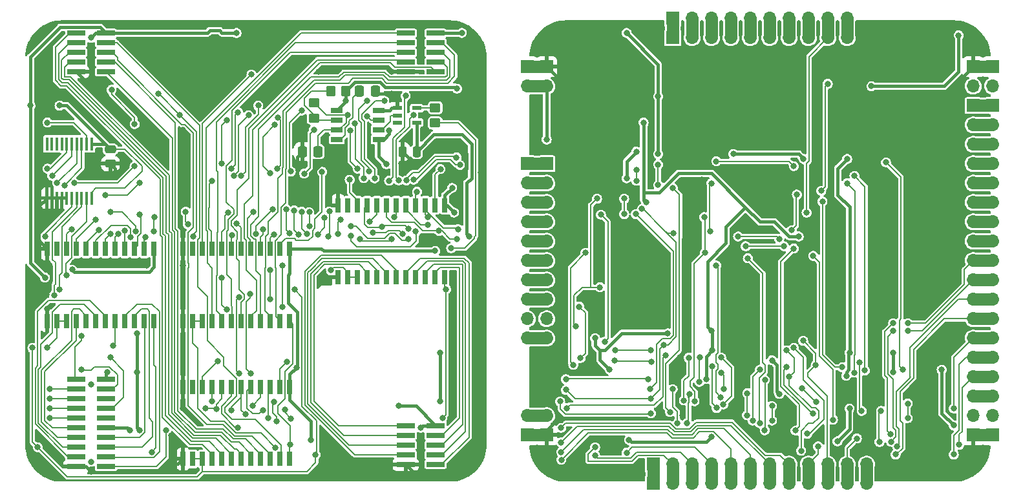
<source format=gbr>
%TF.GenerationSoftware,KiCad,Pcbnew,(6.0.5)*%
%TF.CreationDate,2022-08-09T14:26:53+02:00*%
%TF.ProjectId,MPU Signals,4d505520-5369-4676-9e61-6c732e6b6963,rev?*%
%TF.SameCoordinates,Original*%
%TF.FileFunction,Copper,L2,Bot*%
%TF.FilePolarity,Positive*%
%FSLAX46Y46*%
G04 Gerber Fmt 4.6, Leading zero omitted, Abs format (unit mm)*
G04 Created by KiCad (PCBNEW (6.0.5)) date 2022-08-09 14:26:53*
%MOMM*%
%LPD*%
G01*
G04 APERTURE LIST*
G04 Aperture macros list*
%AMRoundRect*
0 Rectangle with rounded corners*
0 $1 Rounding radius*
0 $2 $3 $4 $5 $6 $7 $8 $9 X,Y pos of 4 corners*
0 Add a 4 corners polygon primitive as box body*
4,1,4,$2,$3,$4,$5,$6,$7,$8,$9,$2,$3,0*
0 Add four circle primitives for the rounded corners*
1,1,$1+$1,$2,$3*
1,1,$1+$1,$4,$5*
1,1,$1+$1,$6,$7*
1,1,$1+$1,$8,$9*
0 Add four rect primitives between the rounded corners*
20,1,$1+$1,$2,$3,$4,$5,0*
20,1,$1+$1,$4,$5,$6,$7,0*
20,1,$1+$1,$6,$7,$8,$9,0*
20,1,$1+$1,$8,$9,$2,$3,0*%
G04 Aperture macros list end*
%TA.AperFunction,ComponentPad*%
%ADD10R,1.700000X1.700000*%
%TD*%
%TA.AperFunction,ComponentPad*%
%ADD11O,1.700000X1.700000*%
%TD*%
%TA.AperFunction,SMDPad,CuDef*%
%ADD12R,0.650000X1.925000*%
%TD*%
%TA.AperFunction,SMDPad,CuDef*%
%ADD13RoundRect,0.250000X-0.450000X0.350000X-0.450000X-0.350000X0.450000X-0.350000X0.450000X0.350000X0*%
%TD*%
%TA.AperFunction,SMDPad,CuDef*%
%ADD14RoundRect,0.250000X0.250000X0.475000X-0.250000X0.475000X-0.250000X-0.475000X0.250000X-0.475000X0*%
%TD*%
%TA.AperFunction,SMDPad,CuDef*%
%ADD15R,2.400000X0.650000*%
%TD*%
%TA.AperFunction,SMDPad,CuDef*%
%ADD16R,0.450000X1.800000*%
%TD*%
%TA.AperFunction,WasherPad*%
%ADD17C,0.800000*%
%TD*%
%TA.AperFunction,SMDPad,CuDef*%
%ADD18RoundRect,0.250000X-0.350000X-0.450000X0.350000X-0.450000X0.350000X0.450000X-0.350000X0.450000X0*%
%TD*%
%TA.AperFunction,SMDPad,CuDef*%
%ADD19RoundRect,0.250000X0.450000X-0.350000X0.450000X0.350000X-0.450000X0.350000X-0.450000X-0.350000X0*%
%TD*%
%TA.AperFunction,SMDPad,CuDef*%
%ADD20R,1.550000X0.650000*%
%TD*%
%TA.AperFunction,SMDPad,CuDef*%
%ADD21RoundRect,0.250000X0.337500X0.475000X-0.337500X0.475000X-0.337500X-0.475000X0.337500X-0.475000X0*%
%TD*%
%TA.AperFunction,SMDPad,CuDef*%
%ADD22R,1.250000X0.600000*%
%TD*%
%TA.AperFunction,SMDPad,CuDef*%
%ADD23RoundRect,0.250000X-0.337500X-0.475000X0.337500X-0.475000X0.337500X0.475000X-0.337500X0.475000X0*%
%TD*%
%TA.AperFunction,SMDPad,CuDef*%
%ADD24RoundRect,0.250000X0.475000X-0.250000X0.475000X0.250000X-0.475000X0.250000X-0.475000X-0.250000X0*%
%TD*%
%TA.AperFunction,ViaPad*%
%ADD25C,0.800000*%
%TD*%
%TA.AperFunction,Conductor*%
%ADD26C,0.200000*%
%TD*%
%TA.AperFunction,Conductor*%
%ADD27C,0.450000*%
%TD*%
%TA.AperFunction,Conductor*%
%ADD28C,1.600000*%
%TD*%
G04 APERTURE END LIST*
D10*
%TO.P,J14,1,Pin_1*%
%TO.N,/D0*%
X146055000Y-77470000D03*
D11*
%TO.P,J14,2,Pin_2*%
%TO.N,/D1*%
X148595000Y-77470000D03*
%TO.P,J14,3,Pin_3*%
%TO.N,/D2*%
X151135000Y-77470000D03*
%TO.P,J14,4,Pin_4*%
%TO.N,/D3*%
X153675000Y-77470000D03*
%TO.P,J14,5,Pin_5*%
%TO.N,/D4*%
X156215000Y-77470000D03*
%TO.P,J14,6,Pin_6*%
%TO.N,/D5*%
X158755000Y-77470000D03*
%TO.P,J14,7,Pin_7*%
%TO.N,/D6*%
X161295000Y-77470000D03*
%TO.P,J14,8,Pin_8*%
%TO.N,/D7*%
X163835000Y-77470000D03*
%TO.P,J14,9,Pin_9*%
%TO.N,/Write Enable*%
X166375000Y-77470000D03*
%TO.P,J14,10,Pin_10*%
%TO.N,/Read Enable*%
X168915000Y-77470000D03*
%TD*%
D10*
%TO.P,J13,1,Pin_1*%
%TO.N,/D0*%
X146055000Y-74930000D03*
D11*
%TO.P,J13,2,Pin_2*%
%TO.N,/D1*%
X148595000Y-74930000D03*
%TO.P,J13,3,Pin_3*%
%TO.N,/D2*%
X151135000Y-74930000D03*
%TO.P,J13,4,Pin_4*%
%TO.N,/D3*%
X153675000Y-74930000D03*
%TO.P,J13,5,Pin_5*%
%TO.N,/D4*%
X156215000Y-74930000D03*
%TO.P,J13,6,Pin_6*%
%TO.N,/D5*%
X158755000Y-74930000D03*
%TO.P,J13,7,Pin_7*%
%TO.N,/D6*%
X161295000Y-74930000D03*
%TO.P,J13,8,Pin_8*%
%TO.N,/D7*%
X163835000Y-74930000D03*
%TO.P,J13,9,Pin_9*%
%TO.N,/Write Enable*%
X166375000Y-74930000D03*
%TO.P,J13,10,Pin_10*%
%TO.N,/Read Enable*%
X168915000Y-74930000D03*
%TD*%
D10*
%TO.P,J15,1,Pin_1*%
%TO.N,/BA0*%
X143510000Y-133350000D03*
D11*
%TO.P,J15,2,Pin_2*%
%TO.N,/BA1*%
X146050000Y-133350000D03*
%TO.P,J15,3,Pin_3*%
%TO.N,/BA2*%
X148590000Y-133350000D03*
%TO.P,J15,4,Pin_4*%
%TO.N,/BA3*%
X151130000Y-133350000D03*
%TO.P,J15,5,Pin_5*%
%TO.N,/BA4*%
X153670000Y-133350000D03*
%TO.P,J15,6,Pin_6*%
%TO.N,/BA5*%
X156210000Y-133350000D03*
%TO.P,J15,7,Pin_7*%
%TO.N,/BA6*%
X158750000Y-133350000D03*
%TO.P,J15,8,Pin_8*%
%TO.N,/BA7*%
X161290000Y-133350000D03*
%TO.P,J15,9,Pin_9*%
%TO.N,/~{VP}*%
X163830000Y-133350000D03*
%TO.P,J15,10,Pin_10*%
%TO.N,/R~{W}*%
X166370000Y-133350000D03*
%TO.P,J15,11,Pin_11*%
%TO.N,/Native Mode*%
X168910000Y-133350000D03*
%TO.P,J15,12,Pin_12*%
%TO.N,/Opcode Address*%
X171450000Y-133350000D03*
%TD*%
D12*
%TO.P,IC11,1,CLK/IN*%
%TO.N,/Clock*%
X95885000Y-132664500D03*
%TO.P,IC11,2,IN0*%
%TO.N,/LD0_{TOP}*%
X94615000Y-132664500D03*
%TO.P,IC11,3,IN1*%
%TO.N,/LD1_{TOP}*%
X93345000Y-132664500D03*
%TO.P,IC11,4,IN2/PD*%
%TO.N,/LD2_{TOP}*%
X92075000Y-132664500D03*
%TO.P,IC11,5,IN3*%
%TO.N,/LD3_{TOP}*%
X90805000Y-132664500D03*
%TO.P,IC11,6,IN4*%
%TO.N,/LD4_{TOP}*%
X89535000Y-132664500D03*
%TO.P,IC11,7,IN5*%
%TO.N,/LD5_{TOP}*%
X88265000Y-132664500D03*
%TO.P,IC11,8,IN6*%
%TO.N,/LD6_{TOP}*%
X86995000Y-132664500D03*
%TO.P,IC11,9,IN7*%
%TO.N,/LD7_{TOP}*%
X85725000Y-132664500D03*
%TO.P,IC11,10,IN8*%
%TO.N,/~{LED Enable}_{TOP}*%
X84455000Y-132664500D03*
%TO.P,IC11,11,IN9*%
X83185000Y-132664500D03*
%TO.P,IC11,12,GND*%
%TO.N,/GND_{TOP}*%
X81915000Y-132664500D03*
%TO.P,IC11,13,IN10*%
X81915000Y-123240500D03*
%TO.P,IC11,14,I/O0*%
%TO.N,unconnected-(IC11-Pad14)*%
X83185000Y-123240500D03*
%TO.P,IC11,15,I/O1*%
%TO.N,/Data Display/Digit L0 Cathode*%
X84455000Y-123240500D03*
%TO.P,IC11,16,I/O2*%
%TO.N,/Data Display/Digit 0 B Seg*%
X85725000Y-123240500D03*
%TO.P,IC11,17,I/O3*%
%TO.N,/Data Display/Digit 0 A Seg*%
X86995000Y-123240500D03*
%TO.P,IC11,18,I/O4*%
%TO.N,/Data Display/Digit 0 C Seg*%
X88265000Y-123240500D03*
%TO.P,IC11,19,I/O5*%
%TO.N,/Data Display/Digit 0 F Seg*%
X89535000Y-123240500D03*
%TO.P,IC11,20,I/O6*%
%TO.N,/Data Display/Digit 0 D Seg*%
X90805000Y-123240500D03*
%TO.P,IC11,21,I/O7*%
%TO.N,/Data Display/Digit 0 G Seg*%
X92075000Y-123240500D03*
%TO.P,IC11,22,I/O8*%
%TO.N,/Data Display/Digit 0 E Seg*%
X93345000Y-123240500D03*
%TO.P,IC11,23,I/O9*%
%TO.N,/Data Display/Digit R0 Cathode*%
X94615000Y-123240500D03*
%TO.P,IC11,24,5V*%
%TO.N,/5V_{TOP}*%
X95885000Y-123240500D03*
%TD*%
D13*
%TO.P,R5,1*%
%TO.N,Net-(C7-Pad1)*%
X99060000Y-85995000D03*
%TO.P,R5,2*%
%TO.N,Net-(IC9-Pad7)*%
X99060000Y-87995000D03*
%TD*%
D10*
%TO.P,J8,1,Pin_1*%
%TO.N,/GND*%
X187960000Y-129540000D03*
D11*
%TO.P,J8,2,Pin_2*%
%TO.N,unconnected-(J8-Pad2)*%
X187960000Y-127000000D03*
%TD*%
D14*
%TO.P,C6,1*%
%TO.N,/3.8V_{TOP}*%
X112524996Y-92392500D03*
%TO.P,C6,2*%
%TO.N,/GND_{TOP}*%
X110624996Y-92392500D03*
%TD*%
D10*
%TO.P,J9,1,Pin_1*%
%TO.N,/GND*%
X185420000Y-81280000D03*
D11*
%TO.P,J9,2,Pin_2*%
%TO.N,unconnected-(J9-Pad2)*%
X185420000Y-83820000D03*
%TD*%
D10*
%TO.P,J2,1,Pin_1*%
%TO.N,/GND*%
X129540000Y-129540000D03*
D11*
%TO.P,J2,2,Pin_2*%
%TO.N,/~{LED Enable}*%
X129540000Y-127000000D03*
%TD*%
D12*
%TO.P,IC14,1,CLK/IN*%
%TO.N,/Clock*%
X116205000Y-108852000D03*
%TO.P,IC14,2,IN0*%
%TO.N,/A0_{TOP}*%
X114935000Y-108852000D03*
%TO.P,IC14,3,IN1*%
%TO.N,/A1_{TOP}*%
X113665000Y-108852000D03*
%TO.P,IC14,4,IN2/PD*%
%TO.N,/A2_{TOP}*%
X112395000Y-108852000D03*
%TO.P,IC14,5,IN3*%
%TO.N,/A3_{TOP}*%
X111125000Y-108852000D03*
%TO.P,IC14,6,IN4*%
%TO.N,/A4_{TOP}*%
X109855000Y-108852000D03*
%TO.P,IC14,7,IN5*%
%TO.N,/A5_{TOP}*%
X108585000Y-108852000D03*
%TO.P,IC14,8,IN6*%
%TO.N,/A6_{TOP}*%
X107315000Y-108852000D03*
%TO.P,IC14,9,IN7*%
%TO.N,/A7_{TOP}*%
X106045000Y-108852000D03*
%TO.P,IC14,10,IN8*%
%TO.N,/~{LED Enable}_{TOP}*%
X104775000Y-108852000D03*
%TO.P,IC14,11,IN9*%
X103505000Y-108852000D03*
%TO.P,IC14,12,GND*%
%TO.N,/GND_{TOP}*%
X102235000Y-108852000D03*
%TO.P,IC14,13,IN10*%
X102235000Y-99428000D03*
%TO.P,IC14,14,I/O0*%
%TO.N,unconnected-(IC14-Pad14)*%
X103505000Y-99428000D03*
%TO.P,IC14,15,I/O1*%
%TO.N,/Low Address Display/Digit L0 Cathode*%
X104775000Y-99428000D03*
%TO.P,IC14,16,I/O2*%
%TO.N,/Low Address Display/Digit 0 B Seg*%
X106045000Y-99428000D03*
%TO.P,IC14,17,I/O3*%
%TO.N,/Low Address Display/Digit 0 A Seg*%
X107315000Y-99428000D03*
%TO.P,IC14,18,I/O4*%
%TO.N,/Low Address Display/Digit 0 C Seg*%
X108585000Y-99428000D03*
%TO.P,IC14,19,I/O5*%
%TO.N,/Low Address Display/Digit 0 F Seg*%
X109855000Y-99428000D03*
%TO.P,IC14,20,I/O6*%
%TO.N,/Low Address Display/Digit 0 D Seg*%
X111125000Y-99428000D03*
%TO.P,IC14,21,I/O7*%
%TO.N,/Low Address Display/Digit 0 G Seg*%
X112395000Y-99428000D03*
%TO.P,IC14,22,I/O8*%
%TO.N,/Low Address Display/Digit 0 E Seg*%
X113665000Y-99428000D03*
%TO.P,IC14,23,I/O9*%
%TO.N,/Low Address Display/Digit R0 Cathode*%
X114935000Y-99428000D03*
%TO.P,IC14,24,5V*%
%TO.N,/5V_{TOP}*%
X116205000Y-99428000D03*
%TD*%
D15*
%TO.P,J18,1,Pin_1*%
%TO.N,/5V_{TOP}*%
X71800008Y-76860000D03*
%TO.P,J18,2,Pin_2*%
%TO.N,/LD0_{TOP}*%
X71800008Y-78130000D03*
%TO.P,J18,3,Pin_3*%
%TO.N,/LD1_{TOP}*%
X71800008Y-79400000D03*
%TO.P,J18,4,Pin_4*%
%TO.N,/LD2_{TOP}*%
X71800008Y-80670000D03*
%TO.P,J18,5,Pin_5*%
%TO.N,/LD3_{TOP}*%
X71800008Y-81940000D03*
%TO.P,J18,6,Pin_6*%
%TO.N,/GND_{TOP}*%
X67900008Y-81940000D03*
%TO.P,J18,7,Pin_7*%
%TO.N,/LD4_{TOP}*%
X67900008Y-80670000D03*
%TO.P,J18,8,Pin_8*%
%TO.N,/LD5_{TOP}*%
X67900008Y-79400000D03*
%TO.P,J18,9,Pin_9*%
%TO.N,/LD6_{TOP}*%
X67900008Y-78130000D03*
%TO.P,J18,10,Pin_10*%
%TO.N,/LD7_{TOP}*%
X67900008Y-76860000D03*
%TD*%
D10*
%TO.P,J6,1,Pin_1*%
%TO.N,/GND*%
X187960000Y-81280000D03*
D11*
%TO.P,J6,2,Pin_2*%
%TO.N,unconnected-(J6-Pad2)*%
X187960000Y-83820000D03*
%TD*%
D15*
%TO.P,J23,1,Pin_1*%
%TO.N,/5V_{TOP}*%
X114980008Y-128295000D03*
%TO.P,J23,2,Pin_2*%
%TO.N,/A0_{TOP}*%
X114980008Y-129565000D03*
%TO.P,J23,3,Pin_3*%
%TO.N,/A1_{TOP}*%
X114980008Y-130835000D03*
%TO.P,J23,4,Pin_4*%
%TO.N,/A2_{TOP}*%
X114980008Y-132105000D03*
%TO.P,J23,5,Pin_5*%
%TO.N,/A3_{TOP}*%
X114980008Y-133375000D03*
%TO.P,J23,6,Pin_6*%
%TO.N,/GND_{TOP}*%
X111080008Y-133375000D03*
%TO.P,J23,7,Pin_7*%
%TO.N,/A4_{TOP}*%
X111080008Y-132105000D03*
%TO.P,J23,8,Pin_8*%
%TO.N,/A5_{TOP}*%
X111080008Y-130835000D03*
%TO.P,J23,9,Pin_9*%
%TO.N,/A6_{TOP}*%
X111080008Y-129565000D03*
%TO.P,J23,10,Pin_10*%
%TO.N,/A7_{TOP}*%
X111080008Y-128295000D03*
%TD*%
D16*
%TO.P,IC18,1,DIR*%
%TO.N,/5V_{TOP}*%
X69917500Y-98482500D03*
%TO.P,IC18,2,A1*%
%TO.N,/~{VP}_{TOP}*%
X69267500Y-98482500D03*
%TO.P,IC18,3,A2*%
%TO.N,/R~{W}_{TOP}*%
X68617500Y-98482500D03*
%TO.P,IC18,4,A3*%
%TO.N,/Native Mode_{TOP}*%
X67967500Y-98482500D03*
%TO.P,IC18,5,A4*%
%TO.N,/Opcode Address_{TOP}*%
X67317500Y-98482500D03*
%TO.P,IC18,6,A5*%
%TO.N,/GND_{TOP}*%
X66667500Y-98482500D03*
%TO.P,IC18,7,A6*%
X66017500Y-98482500D03*
%TO.P,IC18,8,A7*%
X65367500Y-98482500D03*
%TO.P,IC18,9,A8*%
X64717500Y-98482500D03*
%TO.P,IC18,10,GND*%
X64067500Y-98482500D03*
%TO.P,IC18,11,B8*%
%TO.N,unconnected-(IC18-Pad11)*%
X64067500Y-91382500D03*
%TO.P,IC18,12,B7*%
%TO.N,unconnected-(IC18-Pad12)*%
X64717500Y-91382500D03*
%TO.P,IC18,13,B6*%
%TO.N,unconnected-(IC18-Pad13)*%
X65367500Y-91382500D03*
%TO.P,IC18,14,B5*%
%TO.N,unconnected-(IC18-Pad14)*%
X66017500Y-91382500D03*
%TO.P,IC18,15,B4*%
%TO.N,Net-(IC18-Pad15)*%
X66667500Y-91382500D03*
%TO.P,IC18,16,B3*%
%TO.N,Net-(IC18-Pad16)*%
X67317500Y-91382500D03*
%TO.P,IC18,17,B2*%
%TO.N,Net-(IC18-Pad17)*%
X67967500Y-91382500D03*
%TO.P,IC18,18,B1*%
%TO.N,Net-(IC18-Pad18)*%
X68617500Y-91382500D03*
%TO.P,IC18,19,~{OE}*%
%TO.N,/~{LED Enable}_{TOP}*%
X69267500Y-91382500D03*
%TO.P,IC18,20,5V*%
%TO.N,/5V_{TOP}*%
X69917500Y-91382500D03*
%TD*%
D17*
%TO.P,J19,*%
%TO.N,*%
X69850008Y-133032500D03*
X69850008Y-122872500D03*
D15*
%TO.P,J19,1,Pin_1*%
%TO.N,/3.8V_{TOP}*%
X71800008Y-122237500D03*
%TO.P,J19,2,Pin_2*%
%TO.N,/Write Enable_{TOP}*%
X71800008Y-123507500D03*
%TO.P,J19,3,Pin_3*%
%TO.N,unconnected-(J19-Pad3)*%
X71800008Y-124777500D03*
%TO.P,J19,4,Pin_4*%
%TO.N,/Read Enable_{TOP}*%
X71800008Y-126047500D03*
%TO.P,J19,5,Pin_5*%
%TO.N,unconnected-(J19-Pad5)*%
X71800008Y-127317500D03*
%TO.P,J19,6,Pin_6*%
%TO.N,/5V_{TOP}*%
X71800008Y-128587500D03*
%TO.P,J19,7,Pin_7*%
%TO.N,/BA0_{TOP}*%
X71800008Y-129857500D03*
%TO.P,J19,8,Pin_8*%
%TO.N,/BA1_{TOP}*%
X71800008Y-131127500D03*
%TO.P,J19,9,Pin_9*%
%TO.N,/BA2_{TOP}*%
X71800008Y-132397500D03*
%TO.P,J19,10,Pin_10*%
%TO.N,/BA3_{TOP}*%
X71800008Y-133667500D03*
%TO.P,J19,11,Pin_11*%
%TO.N,/GND_{TOP}*%
X67900008Y-133667500D03*
%TO.P,J19,12,Pin_12*%
%TO.N,/BA4_{TOP}*%
X67900008Y-132397500D03*
%TO.P,J19,13,Pin_13*%
%TO.N,/BA5_{TOP}*%
X67900008Y-131127500D03*
%TO.P,J19,14,Pin_14*%
%TO.N,/BA6_{TOP}*%
X67900008Y-129857500D03*
%TO.P,J19,15,Pin_15*%
%TO.N,/BA7_{TOP}*%
X67900008Y-128587500D03*
%TO.P,J19,16,Pin_16*%
%TO.N,/~{LED Enable}_{TOP}*%
X67900008Y-127317500D03*
%TO.P,J19,17,Pin_17*%
%TO.N,/Opcode Address_{TOP}*%
X67900008Y-126047500D03*
%TO.P,J19,18,Pin_18*%
%TO.N,/Native Mode_{TOP}*%
X67900008Y-124777500D03*
%TO.P,J19,19,Pin_19*%
%TO.N,/R~{W}_{TOP}*%
X67900008Y-123507500D03*
%TO.P,J19,20,Pin_20*%
%TO.N,/~{VP}_{TOP}*%
X67900008Y-122237500D03*
%TD*%
D18*
%TO.P,R6,1*%
%TO.N,Net-(IC9-Pad7)*%
X101235000Y-84455000D03*
%TO.P,R6,2*%
%TO.N,/5V_{TOP}*%
X103235000Y-84455000D03*
%TD*%
D10*
%TO.P,J10,1,Pin_1*%
%TO.N,/GND*%
X185420000Y-129540000D03*
D11*
%TO.P,J10,2,Pin_2*%
%TO.N,unconnected-(J10-Pad2)*%
X185420000Y-127000000D03*
%TD*%
D19*
%TO.P,R4,1*%
%TO.N,/Clock*%
X114935000Y-88640000D03*
%TO.P,R4,2*%
%TO.N,Net-(IC10-Pad4)*%
X114935000Y-86640000D03*
%TD*%
D20*
%TO.P,IC9,1,GND*%
%TO.N,/GND_{TOP}*%
X107499996Y-86995000D03*
%TO.P,IC9,2,TRIG*%
%TO.N,Net-(C7-Pad1)*%
X107499996Y-88265000D03*
%TO.P,IC9,3,OUT*%
%TO.N,Net-(IC10-Pad2)*%
X107499996Y-89535000D03*
%TO.P,IC9,4,RESET*%
%TO.N,/5V_{TOP}*%
X107499996Y-90805000D03*
%TO.P,IC9,5,CONT*%
%TO.N,Net-(C8-Pad1)*%
X102049996Y-90805000D03*
%TO.P,IC9,6,THRES*%
%TO.N,Net-(C7-Pad1)*%
X102049996Y-89535000D03*
%TO.P,IC9,7,DISCH*%
%TO.N,Net-(IC9-Pad7)*%
X102049996Y-88265000D03*
%TO.P,IC9,8,VCC*%
%TO.N,/5V_{TOP}*%
X102049996Y-86995000D03*
%TD*%
D10*
%TO.P,J7,1,Pin_1*%
%TO.N,/A15*%
X187960000Y-86360000D03*
D11*
%TO.P,J7,2,Pin_2*%
%TO.N,/A14*%
X187960000Y-88900000D03*
%TO.P,J7,3,Pin_3*%
%TO.N,/A13*%
X187960000Y-91440000D03*
%TO.P,J7,4,Pin_4*%
%TO.N,/A12*%
X187960000Y-93980000D03*
%TO.P,J7,5,Pin_5*%
%TO.N,/A11*%
X187960000Y-96520000D03*
%TO.P,J7,6,Pin_6*%
%TO.N,/A10*%
X187960000Y-99060000D03*
%TO.P,J7,7,Pin_7*%
%TO.N,/A9*%
X187960000Y-101600000D03*
%TO.P,J7,8,Pin_8*%
%TO.N,/A8*%
X187960000Y-104140000D03*
%TO.P,J7,9,Pin_9*%
%TO.N,/A7*%
X187960000Y-106680000D03*
%TO.P,J7,10,Pin_10*%
%TO.N,/A6*%
X187960000Y-109220000D03*
%TO.P,J7,11,Pin_11*%
%TO.N,/A5*%
X187960000Y-111760000D03*
%TO.P,J7,12,Pin_12*%
%TO.N,/A4*%
X187960000Y-114300000D03*
%TO.P,J7,13,Pin_13*%
%TO.N,/A3*%
X187960000Y-116840000D03*
%TO.P,J7,14,Pin_14*%
%TO.N,/A2*%
X187960000Y-119380000D03*
%TO.P,J7,15,Pin_15*%
%TO.N,/A1*%
X187960000Y-121920000D03*
%TO.P,J7,16,Pin_16*%
%TO.N,/A0*%
X187960000Y-124460000D03*
%TD*%
D21*
%TO.P,C7,1*%
%TO.N,Net-(C7-Pad1)*%
X99592496Y-92392500D03*
%TO.P,C7,2*%
%TO.N,/GND_{TOP}*%
X97517496Y-92392500D03*
%TD*%
D10*
%TO.P,J3,1,Pin_1*%
%TO.N,/GND*%
X127000000Y-81280000D03*
D11*
%TO.P,J3,2,Pin_2*%
%TO.N,/Source 5V*%
X127000000Y-83820000D03*
%TD*%
D22*
%TO.P,IC10,1,n.c.*%
%TO.N,unconnected-(IC10-Pad1)*%
X110004996Y-88590000D03*
%TO.P,IC10,2,A*%
%TO.N,Net-(IC10-Pad2)*%
X110004996Y-87640000D03*
%TO.P,IC10,3,GND*%
%TO.N,/GND_{TOP}*%
X110004996Y-86690000D03*
%TO.P,IC10,4,Y*%
%TO.N,Net-(IC10-Pad4)*%
X112504996Y-86690000D03*
%TO.P,IC10,5,3V*%
%TO.N,/3.8V_{TOP}*%
X112504996Y-88590000D03*
%TD*%
D10*
%TO.P,J1,1,Pin_1*%
%TO.N,/GND*%
X129540000Y-81280000D03*
D11*
%TO.P,J1,2,Pin_2*%
%TO.N,/Source 5V*%
X129540000Y-83820000D03*
%TD*%
D12*
%TO.P,IC12,1,CLK/IN*%
%TO.N,/Clock*%
X78105000Y-114567000D03*
%TO.P,IC12,2,IN0*%
%TO.N,/BA0_{TOP}*%
X76835000Y-114567000D03*
%TO.P,IC12,3,IN1*%
%TO.N,/BA1_{TOP}*%
X75565000Y-114567000D03*
%TO.P,IC12,4,IN2/PD*%
%TO.N,/BA2_{TOP}*%
X74295000Y-114567000D03*
%TO.P,IC12,5,IN3*%
%TO.N,/BA3_{TOP}*%
X73025000Y-114567000D03*
%TO.P,IC12,6,IN4*%
%TO.N,/BA4_{TOP}*%
X71755000Y-114567000D03*
%TO.P,IC12,7,IN5*%
%TO.N,/BA5_{TOP}*%
X70485000Y-114567000D03*
%TO.P,IC12,8,IN6*%
%TO.N,/BA6_{TOP}*%
X69215000Y-114567000D03*
%TO.P,IC12,9,IN7*%
%TO.N,/BA7_{TOP}*%
X67945000Y-114567000D03*
%TO.P,IC12,10,IN8*%
%TO.N,/~{LED Enable}_{TOP}*%
X66675000Y-114567000D03*
%TO.P,IC12,11,IN9*%
X65405000Y-114567000D03*
%TO.P,IC12,12,GND*%
%TO.N,/GND_{TOP}*%
X64135000Y-114567000D03*
%TO.P,IC12,13,IN10*%
X64135000Y-105143000D03*
%TO.P,IC12,14,I/O0*%
%TO.N,unconnected-(IC12-Pad14)*%
X65405000Y-105143000D03*
%TO.P,IC12,15,I/O1*%
%TO.N,/Bank Address Display/Digit L0 Cathode*%
X66675000Y-105143000D03*
%TO.P,IC12,16,I/O2*%
%TO.N,/Bank Address Display/Digit 0 B Seg*%
X67945000Y-105143000D03*
%TO.P,IC12,17,I/O3*%
%TO.N,/Bank Address Display/Digit 0 A Seg*%
X69215000Y-105143000D03*
%TO.P,IC12,18,I/O4*%
%TO.N,/Bank Address Display/Digit 0 C Seg*%
X70485000Y-105143000D03*
%TO.P,IC12,19,I/O5*%
%TO.N,/Bank Address Display/Digit 0 F Seg*%
X71755000Y-105143000D03*
%TO.P,IC12,20,I/O6*%
%TO.N,/Bank Address Display/Digit 0 D Seg*%
X73025000Y-105143000D03*
%TO.P,IC12,21,I/O7*%
%TO.N,/Bank Address Display/Digit 0 G Seg*%
X74295000Y-105143000D03*
%TO.P,IC12,22,I/O8*%
%TO.N,/Bank Address Display/Digit 0 E Seg*%
X75565000Y-105143000D03*
%TO.P,IC12,23,I/O9*%
%TO.N,/Bank Address Display/Digit R0 Cathode*%
X76835000Y-105143000D03*
%TO.P,IC12,24,5V*%
%TO.N,/5V_{TOP}*%
X78105000Y-105143000D03*
%TD*%
D23*
%TO.P,C8,1*%
%TO.N,Net-(C8-Pad1)*%
X105007500Y-84455000D03*
%TO.P,C8,2*%
%TO.N,/GND_{TOP}*%
X107082500Y-84455000D03*
%TD*%
D24*
%TO.P,C3,1*%
%TO.N,/GND_{TOP}*%
X72390000Y-93977500D03*
%TO.P,C3,2*%
%TO.N,/5V_{TOP}*%
X72390000Y-92077500D03*
%TD*%
D15*
%TO.P,J21,1,Pin_1*%
%TO.N,/5V_{TOP}*%
X114980008Y-76860000D03*
%TO.P,J21,2,Pin_2*%
%TO.N,/LA8_{TOP}*%
X114980008Y-78130000D03*
%TO.P,J21,3,Pin_3*%
%TO.N,/LA9_{TOP}*%
X114980008Y-79400000D03*
%TO.P,J21,4,Pin_4*%
%TO.N,/LA10_{TOP}*%
X114980008Y-80670000D03*
%TO.P,J21,5,Pin_5*%
%TO.N,/LA11_{TOP}*%
X114980008Y-81940000D03*
%TO.P,J21,6,Pin_6*%
%TO.N,/GND_{TOP}*%
X111080008Y-81940000D03*
%TO.P,J21,7,Pin_7*%
%TO.N,/LA12_{TOP}*%
X111080008Y-80670000D03*
%TO.P,J21,8,Pin_8*%
%TO.N,/LA13_{TOP}*%
X111080008Y-79400000D03*
%TO.P,J21,9,Pin_9*%
%TO.N,/LA14_{TOP}*%
X111080008Y-78130000D03*
%TO.P,J21,10,Pin_10*%
%TO.N,/LA15_{TOP}*%
X111080008Y-76860000D03*
%TD*%
D10*
%TO.P,J16,1,Pin_1*%
%TO.N,/BA0*%
X143510000Y-135890000D03*
D11*
%TO.P,J16,2,Pin_2*%
%TO.N,/BA1*%
X146050000Y-135890000D03*
%TO.P,J16,3,Pin_3*%
%TO.N,/BA2*%
X148590000Y-135890000D03*
%TO.P,J16,4,Pin_4*%
%TO.N,/BA3*%
X151130000Y-135890000D03*
%TO.P,J16,5,Pin_5*%
%TO.N,/BA4*%
X153670000Y-135890000D03*
%TO.P,J16,6,Pin_6*%
%TO.N,/BA5*%
X156210000Y-135890000D03*
%TO.P,J16,7,Pin_7*%
%TO.N,/BA6*%
X158750000Y-135890000D03*
%TO.P,J16,8,Pin_8*%
%TO.N,/BA7*%
X161290000Y-135890000D03*
%TO.P,J16,9,Pin_9*%
%TO.N,/~{VP}*%
X163830000Y-135890000D03*
%TO.P,J16,10,Pin_10*%
%TO.N,/R~{W}*%
X166370000Y-135890000D03*
%TO.P,J16,11,Pin_11*%
%TO.N,/Native Mode*%
X168910000Y-135890000D03*
%TO.P,J16,12,Pin_12*%
%TO.N,/Opcode Address*%
X171450000Y-135890000D03*
%TD*%
D10*
%TO.P,J11,1,Pin_1*%
%TO.N,/PHI2*%
X129540000Y-93980000D03*
D11*
%TO.P,J11,2,Pin_2*%
%TO.N,/~{Reset}*%
X129540000Y-96520000D03*
%TO.P,J11,3,Pin_3*%
%TO.N,/~{NMI}*%
X129540000Y-99060000D03*
%TO.P,J11,4,Pin_4*%
%TO.N,/~{IRQ}*%
X129540000Y-101600000D03*
%TO.P,J11,5,Pin_5*%
%TO.N,/RDY*%
X129540000Y-104140000D03*
%TO.P,J11,6,Pin_6*%
%TO.N,/Read Selector*%
X129540000Y-106680000D03*
%TO.P,J11,7,Pin_7*%
%TO.N,/Write Selector*%
X129540000Y-109220000D03*
%TO.P,J11,8,Pin_8*%
%TO.N,/~{Clock Enable}*%
X129540000Y-111760000D03*
%TO.P,J11,9,Pin_9*%
%TO.N,unconnected-(J11-Pad9)*%
X129540000Y-114300000D03*
%TO.P,J11,10,Pin_10*%
%TO.N,/~{Data Transmit}*%
X129540000Y-116840000D03*
%TD*%
D12*
%TO.P,IC13,1,CLK/IN*%
%TO.N,/Clock*%
X95885000Y-114567000D03*
%TO.P,IC13,2,IN0*%
%TO.N,/LA8_{TOP}*%
X94615000Y-114567000D03*
%TO.P,IC13,3,IN1*%
%TO.N,/LA9_{TOP}*%
X93345000Y-114567000D03*
%TO.P,IC13,4,IN2/PD*%
%TO.N,/LA10_{TOP}*%
X92075000Y-114567000D03*
%TO.P,IC13,5,IN3*%
%TO.N,/LA11_{TOP}*%
X90805000Y-114567000D03*
%TO.P,IC13,6,IN4*%
%TO.N,/LA12_{TOP}*%
X89535000Y-114567000D03*
%TO.P,IC13,7,IN5*%
%TO.N,/LA13_{TOP}*%
X88265000Y-114567000D03*
%TO.P,IC13,8,IN6*%
%TO.N,/LA14_{TOP}*%
X86995000Y-114567000D03*
%TO.P,IC13,9,IN7*%
%TO.N,/LA15_{TOP}*%
X85725000Y-114567000D03*
%TO.P,IC13,10,IN8*%
%TO.N,/~{LED Enable}_{TOP}*%
X84455000Y-114567000D03*
%TO.P,IC13,11,IN9*%
X83185000Y-114567000D03*
%TO.P,IC13,12,GND*%
%TO.N,/GND_{TOP}*%
X81915000Y-114567000D03*
%TO.P,IC13,13,IN10*%
X81915000Y-105143000D03*
%TO.P,IC13,14,I/O0*%
%TO.N,unconnected-(IC13-Pad14)*%
X83185000Y-105143000D03*
%TO.P,IC13,15,I/O1*%
%TO.N,/High Address Display/Digit L0 Cathode*%
X84455000Y-105143000D03*
%TO.P,IC13,16,I/O2*%
%TO.N,/High Address Display/Digit 0 B Seg*%
X85725000Y-105143000D03*
%TO.P,IC13,17,I/O3*%
%TO.N,/High Address Display/Digit 0 A Seg*%
X86995000Y-105143000D03*
%TO.P,IC13,18,I/O4*%
%TO.N,/High Address Display/Digit 0 C Seg*%
X88265000Y-105143000D03*
%TO.P,IC13,19,I/O5*%
%TO.N,/High Address Display/Digit 0 F Seg*%
X89535000Y-105143000D03*
%TO.P,IC13,20,I/O6*%
%TO.N,/High Address Display/Digit 0 D Seg*%
X90805000Y-105143000D03*
%TO.P,IC13,21,I/O7*%
%TO.N,/High Address Display/Digit 0 G Seg*%
X92075000Y-105143000D03*
%TO.P,IC13,22,I/O8*%
%TO.N,/High Address Display/Digit 0 E Seg*%
X93345000Y-105143000D03*
%TO.P,IC13,23,I/O9*%
%TO.N,/High Address Display/Digit R0 Cathode*%
X94615000Y-105143000D03*
%TO.P,IC13,24,5V*%
%TO.N,/5V_{TOP}*%
X95885000Y-105143000D03*
%TD*%
D10*
%TO.P,J5,1,Pin_1*%
%TO.N,/GND*%
X127000000Y-129540000D03*
D11*
%TO.P,J5,2,Pin_2*%
%TO.N,/~{LED Enable}*%
X127000000Y-127000000D03*
%TD*%
D10*
%TO.P,J4,1,Pin_1*%
%TO.N,/PHI2*%
X127000000Y-93980000D03*
D11*
%TO.P,J4,2,Pin_2*%
%TO.N,/~{Reset}*%
X127000000Y-96520000D03*
%TO.P,J4,3,Pin_3*%
%TO.N,/~{NMI}*%
X127000000Y-99060000D03*
%TO.P,J4,4,Pin_4*%
%TO.N,/~{IRQ}*%
X127000000Y-101600000D03*
%TO.P,J4,5,Pin_5*%
%TO.N,/RDY*%
X127000000Y-104140000D03*
%TO.P,J4,6,Pin_6*%
%TO.N,/Read Selector*%
X127000000Y-106680000D03*
%TO.P,J4,7,Pin_7*%
%TO.N,/Write Selector*%
X127000000Y-109220000D03*
%TO.P,J4,8,Pin_8*%
%TO.N,/~{Clock Enable}*%
X127000000Y-111760000D03*
%TO.P,J4,9,Pin_9*%
%TO.N,unconnected-(J4-Pad9)*%
X127000000Y-114300000D03*
%TO.P,J4,10,Pin_10*%
%TO.N,/~{Data Transmit}*%
X127000000Y-116840000D03*
%TD*%
D10*
%TO.P,J12,1,Pin_1*%
%TO.N,/A15*%
X185420000Y-86360000D03*
D11*
%TO.P,J12,2,Pin_2*%
%TO.N,/A14*%
X185420000Y-88900000D03*
%TO.P,J12,3,Pin_3*%
%TO.N,/A13*%
X185420000Y-91440000D03*
%TO.P,J12,4,Pin_4*%
%TO.N,/A12*%
X185420000Y-93980000D03*
%TO.P,J12,5,Pin_5*%
%TO.N,/A11*%
X185420000Y-96520000D03*
%TO.P,J12,6,Pin_6*%
%TO.N,/A10*%
X185420000Y-99060000D03*
%TO.P,J12,7,Pin_7*%
%TO.N,/A9*%
X185420000Y-101600000D03*
%TO.P,J12,8,Pin_8*%
%TO.N,/A8*%
X185420000Y-104140000D03*
%TO.P,J12,9,Pin_9*%
%TO.N,/A7*%
X185420000Y-106680000D03*
%TO.P,J12,10,Pin_10*%
%TO.N,/A6*%
X185420000Y-109220000D03*
%TO.P,J12,11,Pin_11*%
%TO.N,/A5*%
X185420000Y-111760000D03*
%TO.P,J12,12,Pin_12*%
%TO.N,/A4*%
X185420000Y-114300000D03*
%TO.P,J12,13,Pin_13*%
%TO.N,/A3*%
X185420000Y-116840000D03*
%TO.P,J12,14,Pin_14*%
%TO.N,/A2*%
X185420000Y-119380000D03*
%TO.P,J12,15,Pin_15*%
%TO.N,/A1*%
X185420000Y-121920000D03*
%TO.P,J12,16,Pin_16*%
%TO.N,/A0*%
X185420000Y-124460000D03*
%TD*%
D25*
%TO.N,/Source 5V*%
X129540000Y-90805000D03*
%TO.N,/5V*%
X182880000Y-128270000D03*
X144145000Y-92710000D03*
X167640000Y-130343566D03*
X168794179Y-121776948D03*
X169227500Y-126047500D03*
X151130000Y-129793001D03*
X183515000Y-77152500D03*
X140335000Y-130175000D03*
X169227500Y-118745000D03*
X140017500Y-76835000D03*
X174942500Y-118745000D03*
X141287500Y-92392500D03*
X153987500Y-92710000D03*
X163195001Y-93345001D03*
X144145000Y-85165044D03*
X174942500Y-121285000D03*
X172085000Y-83820000D03*
X168910000Y-93345000D03*
X140017500Y-95885000D03*
X181292500Y-120967500D03*
%TO.N,/~{VP}*%
X173139956Y-130441272D03*
X165100000Y-131015012D03*
X132054473Y-122216585D03*
X173355000Y-126365000D03*
X146682485Y-127959039D03*
X146050000Y-123507500D03*
X142875000Y-122237500D03*
%TO.N,/RDY*%
X155608923Y-104793036D03*
X167050309Y-127521134D03*
X164465000Y-106045000D03*
X160636628Y-104793372D03*
%TO.N,/VPA*%
X170815000Y-126365000D03*
X170543785Y-120015000D03*
X156527500Y-127635000D03*
X160972500Y-120650000D03*
X164465000Y-126682500D03*
X157480000Y-120967500D03*
%TO.N,/A1*%
X183579500Y-130810000D03*
%TO.N,/A2*%
X182880000Y-132080000D03*
%TO.N,/A3*%
X182880000Y-126047500D03*
%TO.N,/A4*%
X175260000Y-132080000D03*
%TO.N,/A5*%
X175461573Y-130987530D03*
%TO.N,/A6*%
X176847500Y-115887500D03*
X174967513Y-115887500D03*
X174655438Y-130396640D03*
%TO.N,/A7*%
X176847500Y-114887997D03*
X174591852Y-129399162D03*
X174941275Y-114888342D03*
%TO.N,/R~{W}*%
X144888526Y-117720718D03*
X163154123Y-117181471D03*
X143192500Y-124777500D03*
X151131899Y-96526961D03*
X150949500Y-102870000D03*
X142020281Y-99902853D03*
X146160617Y-103124000D03*
X132080001Y-123615586D03*
X164782500Y-120382000D03*
%TO.N,/E*%
X165674599Y-98926110D03*
X139700000Y-100584000D03*
X139700000Y-98552000D03*
X168275000Y-120650000D03*
%TO.N,/PHI2*%
X144145000Y-96756303D03*
X144145000Y-94083816D03*
X168910000Y-96536076D03*
X169844285Y-121345213D03*
%TO.N,/VDA*%
X152413006Y-121401985D03*
X152717500Y-123507500D03*
X162951743Y-123364480D03*
X155787449Y-126935500D03*
X164889260Y-125201760D03*
X155828000Y-124060824D03*
%TO.N,/~{Reset}*%
X171243286Y-121057000D03*
X169862500Y-95567500D03*
%TO.N,/BA7*%
X131445000Y-128587500D03*
%TO.N,/BA6*%
X131445000Y-130492500D03*
%TO.N,/BA5*%
X131445000Y-131762500D03*
%TO.N,/BA4*%
X131460857Y-132761877D03*
%TO.N,/BA3*%
X140017500Y-131851478D03*
%TO.N,/BA2*%
X135890000Y-132250989D03*
%TO.N,/BA1*%
X135890000Y-131127500D03*
%TO.N,/~{Data Transmit}*%
X162316004Y-98018522D03*
X133359185Y-115243315D03*
X136144000Y-98552000D03*
X136525000Y-110172500D03*
X161650260Y-102680500D03*
%TO.N,/~{R}W*%
X143128000Y-123501715D03*
X141224000Y-100584000D03*
%TO.N,/Native Mode*%
X136652000Y-100647500D03*
X143192500Y-118427500D03*
X163707772Y-129366011D03*
X161925000Y-118110000D03*
X138532456Y-118407002D03*
X137128024Y-117293456D03*
X170180000Y-129972467D03*
%TO.N,/Write Enable*%
X134620000Y-105664000D03*
X150250000Y-105664000D03*
X163594176Y-100394500D03*
X148908501Y-125095000D03*
X150163622Y-100965000D03*
X133032500Y-120332500D03*
%TO.N,/Write Selector*%
X152351094Y-124575898D03*
X151765000Y-107315000D03*
%TO.N,/~{Clock Enable}*%
X152691161Y-125515770D03*
X133803612Y-112704389D03*
X152400000Y-119380000D03*
X138397451Y-119806003D03*
X133985000Y-119437137D03*
X159067500Y-127635000D03*
X143266167Y-119945162D03*
X159067500Y-125730000D03*
%TO.N,/Write Selector OR ~{Clock Enable}*%
X151809265Y-125986158D03*
X149542500Y-122555000D03*
X151247620Y-120522617D03*
X149598619Y-119331649D03*
%TO.N,/Valid Address*%
X147955000Y-127952498D03*
X148272500Y-124142500D03*
%TO.N,/Read Selector OR ~{Clock Enable}*%
X158115000Y-128905000D03*
X148144086Y-119388846D03*
X158120744Y-122305244D03*
X147509500Y-124988240D03*
%TO.N,/Read Selector*%
X155892500Y-106362500D03*
X157468654Y-127971505D03*
%TO.N,/Opcode Address*%
X160972500Y-118427500D03*
X145097711Y-119119719D03*
X161326022Y-121920000D03*
X132184003Y-125993489D03*
X162877500Y-131589331D03*
%TO.N,/Read Enable*%
X166370000Y-83502500D03*
X131309981Y-125133967D03*
X146071999Y-97161345D03*
X165513726Y-97527099D03*
X143192500Y-126682500D03*
X145699516Y-126501964D03*
%TO.N,/GND*%
X178435000Y-109855000D03*
X129540000Y-119380000D03*
X153035000Y-95250000D03*
X161925000Y-127952500D03*
X149860000Y-96074500D03*
X148590000Y-94297500D03*
X147955000Y-100965000D03*
X156527500Y-128905000D03*
X142557500Y-87630000D03*
X132715000Y-100330000D03*
X172720000Y-100647500D03*
X136207500Y-93980000D03*
X154940000Y-121602500D03*
X178435000Y-102235000D03*
X178435000Y-111760000D03*
X152717500Y-127000000D03*
X133985000Y-82867500D03*
X158750000Y-115887500D03*
X172720000Y-113982500D03*
X147002500Y-119380000D03*
X177092887Y-93272887D03*
X172085000Y-126365000D03*
X168275000Y-113665000D03*
X159385000Y-118427500D03*
X147320000Y-127000000D03*
X156527500Y-115887500D03*
X147955000Y-109855000D03*
%TO.N,/3.8V*%
X159067500Y-119724507D03*
X142240000Y-88582500D03*
X151130000Y-115894468D03*
X160020000Y-124142500D03*
X137795000Y-120967500D03*
X162560000Y-103505000D03*
X150469330Y-122180848D03*
X151258175Y-118421264D03*
X142557500Y-99060000D03*
X145415000Y-116205000D03*
X135890000Y-116840000D03*
%TO.N,Net-(C7-Pad1)*%
X106016690Y-87773511D03*
X103425768Y-87619761D03*
%TO.N,/Data Display/Digit L0 Cathode*%
X87616122Y-113080622D03*
X86995000Y-108902500D03*
X86464835Y-119868489D03*
%TO.N,/~{LED Enable}_{TOP}*%
X64070500Y-118110000D03*
X99267737Y-132090841D03*
X94017804Y-131165304D03*
X62865000Y-131127500D03*
X64135000Y-88582500D03*
X62165500Y-118110000D03*
X101282500Y-107950000D03*
X64452500Y-127317500D03*
X96520000Y-110490000D03*
%TO.N,/Data Display/Digit R0 Cathode*%
X94932500Y-112712500D03*
X95506817Y-119966980D03*
X94914128Y-107296628D03*
%TO.N,Net-(DS1-Pad11)*%
X90682993Y-111002993D03*
X90731255Y-121431511D03*
%TO.N,Net-(DS1-Pad12)*%
X89235872Y-111460871D03*
X89217500Y-121431511D03*
%TO.N,Net-(DS1-Pad14)*%
X93345000Y-107950000D03*
X93345000Y-111760000D03*
%TO.N,Net-(DS3-Pad11)*%
X97771628Y-95268372D03*
X99064500Y-89504955D03*
%TO.N,Net-(DS3-Pad12)*%
X97472500Y-86995000D03*
X96013000Y-94989637D03*
%TO.N,Net-(DS3-Pad14)*%
X94214489Y-94615000D03*
X94297500Y-87947500D03*
%TO.N,Net-(DS3-Pad15)*%
X93922468Y-88900000D03*
X93345000Y-95248742D03*
%TO.N,Net-(DS3-Pad16)*%
X91757500Y-86360000D03*
X89535000Y-95567500D03*
%TO.N,Net-(DS3-Pad17)*%
X90487500Y-87630000D03*
X88535498Y-95567117D03*
%TO.N,Net-(DS3-Pad19)*%
X88262345Y-94605663D03*
X89099045Y-87219248D03*
%TO.N,Net-(DS3-Pad20)*%
X87630000Y-88265000D03*
X86960968Y-93959483D03*
%TO.N,Net-(DS4-Pad1)*%
X103913066Y-103443254D03*
X112394998Y-102869999D03*
%TO.N,Net-(DS4-Pad2)*%
X103901979Y-102175214D03*
X111442500Y-103822500D03*
%TO.N,Net-(DS4-Pad11)*%
X112131525Y-96054515D03*
X118168692Y-94139170D03*
%TO.N,Net-(DS4-Pad12)*%
X111138088Y-96164462D03*
X117728000Y-93143397D03*
%TO.N,Net-(DS4-Pad14)*%
X112077500Y-87630000D03*
X110138619Y-96156295D03*
%TO.N,Net-(DS4-Pad15)*%
X111060500Y-85090000D03*
X108902500Y-96202500D03*
%TO.N,Net-(DS4-Pad16)*%
X106998059Y-95885000D03*
X108267500Y-85725000D03*
%TO.N,Net-(DS4-Pad17)*%
X106278111Y-94991624D03*
X106045000Y-85725000D03*
%TO.N,Net-(DS4-Pad19)*%
X105578611Y-95857975D03*
X104365658Y-88658359D03*
%TO.N,Net-(DS4-Pad20)*%
X103824007Y-89651632D03*
X104773249Y-94616751D03*
%TO.N,/Clock*%
X77787500Y-131762500D03*
X117029500Y-105050132D03*
X115887500Y-127317500D03*
X116339918Y-110411397D03*
X95902001Y-130810000D03*
%TO.N,/Data Display/Digit 0 B Seg*%
X85706047Y-125081724D03*
%TO.N,/Data Display/Digit 0 A Seg*%
X86245608Y-126100373D03*
X84839801Y-126047501D03*
%TO.N,/Data Display/Digit 0 C Seg*%
X89069292Y-128538503D03*
X94150101Y-127699500D03*
X93778298Y-125208958D03*
%TO.N,/Data Display/Digit 0 F Seg*%
X88265000Y-126253403D03*
X90063511Y-126812155D03*
%TO.N,/Data Display/Digit 0 D Seg*%
X92379297Y-126258632D03*
X96017429Y-127363489D03*
X95225495Y-126176934D03*
%TO.N,/Data Display/Digit 0 G Seg*%
X90980296Y-125693296D03*
%TO.N,/Data Display/Digit 0 E Seg*%
X93027500Y-127317500D03*
%TO.N,/Bank Address Display/Digit L0 Cathode*%
X67310000Y-102552500D03*
X75546628Y-94315872D03*
X67627500Y-96520000D03*
X72532119Y-84279619D03*
X75565000Y-88772000D03*
%TO.N,/Bank Address Display/Digit R0 Cathode*%
X78688365Y-84824135D03*
X76930806Y-103578927D03*
X81496709Y-87632479D03*
X83249500Y-103522655D03*
%TO.N,/High Address Display/Digit L0 Cathode*%
X90865000Y-82292500D03*
%TO.N,/High Address Display/Digit R0 Cathode*%
X100116709Y-95041811D03*
%TO.N,/Low Address Display/Digit L0 Cathode*%
X103731207Y-96077858D03*
%TO.N,/Low Address Display/Digit R0 Cathode*%
X115626845Y-94677456D03*
%TO.N,/Bank Address Display/Digit 0 B Seg*%
X76200000Y-96520000D03*
X70484998Y-101282500D03*
X71755000Y-98107500D03*
%TO.N,/Bank Address Display/Digit 0 A Seg*%
X70855064Y-102676885D03*
%TO.N,/Bank Address Display/Digit 0 C Seg*%
X78186434Y-100965000D03*
X74994500Y-103631952D03*
X78105000Y-102870000D03*
%TO.N,/Bank Address Display/Digit 0 F Seg*%
X72390000Y-103187500D03*
%TO.N,/Bank Address Display/Digit 0 D Seg*%
X73389503Y-103187500D03*
X82550000Y-101917500D03*
X82235176Y-100265500D03*
%TO.N,/Bank Address Display/Digit 0 G Seg*%
X72390000Y-100330000D03*
X74297917Y-102770620D03*
X75696918Y-102837817D03*
%TO.N,/Bank Address Display/Digit 0 E Seg*%
X76200000Y-100647500D03*
%TO.N,/High Address Display/Digit 0 B Seg*%
X98477093Y-102129335D03*
X98434081Y-100330595D03*
X85725000Y-96202500D03*
%TO.N,/High Address Display/Digit 0 A Seg*%
X98154503Y-103187500D03*
X87793457Y-100344593D03*
X97436714Y-100265282D03*
%TO.N,/High Address Display/Digit 0 C Seg*%
X88319011Y-103307355D03*
X102235000Y-103187500D03*
X102552500Y-101282500D03*
X93658756Y-99974119D03*
X91443024Y-103182251D03*
%TO.N,/High Address Display/Digit 0 F Seg*%
X97019614Y-103228345D03*
X96451587Y-100096378D03*
X88899998Y-101781533D03*
%TO.N,/High Address Display/Digit 0 D Seg*%
X91122500Y-100330000D03*
X101057731Y-100249281D03*
X100965000Y-103505000D03*
%TO.N,/High Address Display/Digit 0 G Seg*%
X95457268Y-99994725D03*
X95859632Y-103098521D03*
X92392501Y-102552500D03*
%TO.N,/High Address Display/Digit 0 E Seg*%
X93790248Y-103252000D03*
X100423643Y-101021899D03*
X99553504Y-103217327D03*
%TO.N,/Low Address Display/Digit 0 B Seg*%
X107950000Y-102235000D03*
X111464373Y-102505388D03*
%TO.N,/Low Address Display/Digit 0 A Seg*%
X106362500Y-101600000D03*
X106787123Y-103040989D03*
X110690896Y-103163641D03*
%TO.N,/Low Address Display/Digit 0 C Seg*%
X117792500Y-103822500D03*
X115438294Y-102775038D03*
%TO.N,/Low Address Display/Digit 0 F Seg*%
X105092500Y-103822500D03*
X109537500Y-100965000D03*
X109220000Y-103822500D03*
%TO.N,/Low Address Display/Digit 0 D Seg*%
X113963590Y-101964324D03*
%TO.N,/Low Address Display/Digit 0 G Seg*%
X112556323Y-97637909D03*
%TO.N,/Low Address Display/Digit 0 E Seg*%
X113982500Y-100965000D03*
X117920500Y-102540172D03*
%TO.N,/3.8V_{TOP}*%
X76200000Y-128905000D03*
X75883566Y-121268000D03*
X75882500Y-116205000D03*
X71940642Y-121285000D03*
X119380000Y-103505000D03*
X115570000Y-118745000D03*
X115570000Y-125095000D03*
%TO.N,/GND_{TOP}*%
X118427500Y-95250000D03*
X64019175Y-111120255D03*
X69850000Y-134302502D03*
X67310000Y-85725000D03*
X102223627Y-81705405D03*
X67694067Y-106922235D03*
X99695000Y-81915000D03*
X64196424Y-106953473D03*
X73025000Y-95250000D03*
X77152500Y-107315000D03*
X81901066Y-107315000D03*
X120921511Y-95106687D03*
X96837500Y-88582500D03*
X110523479Y-93980000D03*
X80392000Y-129625007D03*
X71659055Y-89841582D03*
X86042500Y-77470000D03*
X100647500Y-108902500D03*
X117157500Y-112395000D03*
X96202500Y-82550000D03*
X117157500Y-126365000D03*
X77787500Y-89535000D03*
X101282500Y-93662500D03*
X69850000Y-78740000D03*
X117157500Y-134302500D03*
X80645000Y-133350000D03*
X81915002Y-126047498D03*
X86042500Y-82867500D03*
X64134999Y-113030001D03*
X109220000Y-84772500D03*
X81879996Y-89570004D03*
X109221750Y-81913250D03*
X69850000Y-83185000D03*
%TO.N,/5V_{TOP}*%
X74930000Y-128905000D03*
X110172500Y-125730000D03*
X118427500Y-76835000D03*
X88900000Y-76835000D03*
X117792500Y-84137500D03*
X63817500Y-108902500D03*
X98676176Y-130175000D03*
X117410500Y-100372990D03*
X103187500Y-85725000D03*
X108541398Y-94040501D03*
X114935000Y-105410000D03*
X65722500Y-86360000D03*
X117157500Y-97155000D03*
X113030000Y-128587500D03*
X67371688Y-107868320D03*
X96762457Y-120689828D03*
X108902500Y-89625498D03*
X61912500Y-86360000D03*
X69850000Y-77470000D03*
%TO.N,/BA3_{TOP}*%
X79692500Y-128905000D03*
X72707500Y-117792500D03*
%TO.N,/~{VP}_{TOP}*%
X68580000Y-116522500D03*
X66675000Y-108585000D03*
%TO.N,/R~{W}_{TOP}*%
X65722500Y-110490000D03*
X64452500Y-123507500D03*
%TO.N,/Native Mode_{TOP}*%
X64452500Y-124777500D03*
X65015745Y-111196755D03*
%TO.N,/Opcode Address_{TOP}*%
X63817500Y-103505000D03*
X64452500Y-126047500D03*
%TO.N,Net-(IC18-Pad18)*%
X66357500Y-96837500D03*
%TO.N,/~{IRQ}^{5V}*%
X161925000Y-105092500D03*
X176847500Y-127317500D03*
X176847500Y-125412500D03*
X162120029Y-128932790D03*
X154622500Y-103505000D03*
X160020000Y-103839161D03*
%TO.N,/~{NMI}^{5V}*%
X151765000Y-93662500D03*
X141287500Y-94750000D03*
X141287500Y-96202500D03*
X173990000Y-93790500D03*
X176212500Y-120967500D03*
X161925000Y-94297500D03*
%TO.N,/Read Enable_{TOP}*%
X72390000Y-119380000D03*
%TO.N,/Write Enable_{TOP}*%
X68580000Y-120967500D03*
%TO.N,Net-(IC18-Pad15)*%
X64135000Y-94615000D03*
%TO.N,Net-(IC18-Pad16)*%
X64770000Y-95567500D03*
%TO.N,Net-(IC18-Pad17)*%
X65405000Y-96520000D03*
%TD*%
D26*
%TO.N,/R~{W}*%
X145351500Y-103124000D02*
X146160617Y-103124000D01*
X144780000Y-102552500D02*
X145351500Y-103124000D01*
%TO.N,/~{R}W*%
X146114501Y-105474501D02*
X141224000Y-100584000D01*
X146114501Y-116494744D02*
X146114501Y-105474501D01*
X143965668Y-122664047D02*
X143965668Y-117654332D01*
X143965668Y-117654332D02*
X144715499Y-116904501D01*
X143128000Y-123501715D02*
X143965668Y-122664047D01*
X144715499Y-116904501D02*
X145704744Y-116904501D01*
X145704744Y-116904501D02*
X146114501Y-116494744D01*
%TO.N,/E*%
X139700000Y-100584000D02*
X139700000Y-98552000D01*
%TO.N,/~{Data Transmit}*%
X135319501Y-99376499D02*
X136144000Y-98552000D01*
X135319501Y-110044499D02*
X135319501Y-99376499D01*
X135191500Y-110172500D02*
X135319501Y-110044499D01*
%TO.N,/Native Mode*%
X137558192Y-116863288D02*
X137558192Y-101553692D01*
X137128024Y-117293456D02*
X137558192Y-116863288D01*
X137558192Y-101553692D02*
X136652000Y-100647500D01*
%TO.N,/~{Data Transmit}*%
X135191500Y-110172500D02*
X134175500Y-110172500D01*
X136525000Y-110172500D02*
X135191500Y-110172500D01*
X133095989Y-114980119D02*
X133359185Y-115243315D01*
X134175500Y-110172500D02*
X133095989Y-111252011D01*
X133095989Y-111252011D02*
X133095989Y-114980119D01*
%TO.N,/Write Enable*%
X132650499Y-119950499D02*
X132650499Y-107633501D01*
X133032500Y-120332500D02*
X132650499Y-119950499D01*
X132650499Y-107633501D02*
X134620000Y-105664000D01*
X148843954Y-107070046D02*
X150250000Y-105664000D01*
X148843954Y-121931069D02*
X148843954Y-107070046D01*
X148312754Y-123193509D02*
X148312754Y-122462269D01*
X148312754Y-122462269D02*
X148843954Y-121931069D01*
X148908501Y-125095000D02*
X148972001Y-125031500D01*
X148972001Y-123852756D02*
X148312754Y-123193509D01*
X150250000Y-101051378D02*
X150250000Y-105664000D01*
X150163622Y-100965000D02*
X150250000Y-101051378D01*
X148972001Y-125031500D02*
X148972001Y-123852756D01*
X163594176Y-93935071D02*
X163594176Y-100394500D01*
X163894502Y-93634745D02*
X163594176Y-93935071D01*
X163894502Y-79950498D02*
X163894502Y-93634745D01*
X166375000Y-77470000D02*
X163894502Y-79950498D01*
D27*
%TO.N,/Source 5V*%
X129540000Y-83820000D02*
X129540000Y-90805000D01*
D28*
X129540000Y-83820000D02*
X127000000Y-83820000D01*
D27*
%TO.N,/5V*%
X169099501Y-120991521D02*
X169099501Y-118872999D01*
X181292500Y-126682500D02*
X181292500Y-120967500D01*
X153987500Y-92710000D02*
X162560000Y-92710000D01*
X181610000Y-83820000D02*
X183515000Y-81915000D01*
X169227500Y-128756066D02*
X167640000Y-130343566D01*
X140335000Y-130175000D02*
X140596546Y-130436546D01*
X144145000Y-92710000D02*
X144145000Y-85165044D01*
X140017500Y-93662500D02*
X140017500Y-95885000D01*
X172085000Y-83820000D02*
X181610000Y-83820000D01*
X150486455Y-130436546D02*
X151130000Y-129793001D01*
X168794179Y-121296843D02*
X169099501Y-120991521D01*
X168794179Y-121776948D02*
X168794179Y-121296843D01*
X169099501Y-118872999D02*
X169227500Y-118745000D01*
X140017500Y-76835000D02*
X144145000Y-80962500D01*
X141287500Y-92392500D02*
X140017500Y-93662500D01*
X169227500Y-126047500D02*
X169227500Y-128756066D01*
X183515000Y-81915000D02*
X183515000Y-77152500D01*
X182880000Y-128270000D02*
X181292500Y-126682500D01*
X140596546Y-130436546D02*
X150486455Y-130436546D01*
X174942500Y-118745000D02*
X174942500Y-121285000D01*
X144145000Y-80962500D02*
X144145000Y-85165044D01*
X169227500Y-118745000D02*
X169227500Y-99632025D01*
X167654511Y-94600489D02*
X168910000Y-93345000D01*
X162560000Y-92710000D02*
X163195001Y-93345001D01*
X167654511Y-98059036D02*
X167654511Y-94600489D01*
X169227500Y-99632025D02*
X167654511Y-98059036D01*
D26*
%TO.N,/~{VP}*%
X132098058Y-122173000D02*
X132054473Y-122216585D01*
X142810500Y-122173000D02*
X132098058Y-122173000D01*
X165100000Y-132080000D02*
X165100000Y-131015012D01*
X173037500Y-126682500D02*
X173355000Y-126365000D01*
X146050000Y-125863204D02*
X146050000Y-123507500D01*
X146620499Y-127897053D02*
X146620499Y-126433703D01*
D28*
X163830000Y-135890000D02*
X163830000Y-133350000D01*
D26*
X146682485Y-127959039D02*
X146620499Y-127897053D01*
X173139956Y-130441272D02*
X173037500Y-130338816D01*
X163830000Y-133350000D02*
X165100000Y-132080000D01*
X146620499Y-126433703D02*
X146050000Y-125863204D01*
X142875000Y-122237500D02*
X142810500Y-122173000D01*
X173037500Y-130338816D02*
X173037500Y-126682500D01*
%TO.N,/RDY*%
X164465000Y-106045000D02*
X165275079Y-106855079D01*
X160636628Y-104793372D02*
X160618256Y-104775000D01*
X165275079Y-119167585D02*
X167050309Y-120942815D01*
X165275079Y-106855079D02*
X165275079Y-119167585D01*
X167050309Y-120942815D02*
X167050309Y-127521134D01*
X155626959Y-104775000D02*
X155608923Y-104793036D01*
D28*
X129540000Y-104140000D02*
X127000000Y-104140000D01*
D26*
X160618256Y-104775000D02*
X155626959Y-104775000D01*
D28*
%TO.N,/~{IRQ}*%
X129540000Y-101600000D02*
X127000000Y-101600000D01*
%TO.N,/~{NMI}*%
X127000000Y-99060000D02*
X129540000Y-99060000D01*
D26*
%TO.N,/VPA*%
X160626522Y-122951282D02*
X160626522Y-120995978D01*
X164465000Y-126682500D02*
X164357740Y-126682500D01*
X156527500Y-121920000D02*
X157480000Y-120967500D01*
X170543785Y-126093785D02*
X170815000Y-126365000D01*
X170543785Y-120015000D02*
X170543785Y-126093785D01*
X160626522Y-120995978D02*
X160972500Y-120650000D01*
X156527500Y-127635000D02*
X156527500Y-121920000D01*
X164357740Y-126682500D02*
X160626522Y-122951282D01*
D28*
%TO.N,/A0*%
X185420000Y-124460000D02*
X187960000Y-124460000D01*
%TO.N,/A1*%
X187960000Y-121920000D02*
X185420000Y-121920000D01*
D26*
X183979011Y-129042728D02*
X183579500Y-129442239D01*
X185420000Y-121920000D02*
X183979011Y-123360989D01*
X183979011Y-123360989D02*
X183979011Y-129042728D01*
X183579500Y-129442239D02*
X183579500Y-130810000D01*
%TO.N,/A2*%
X184467500Y-119380000D02*
X183579501Y-120267999D01*
X183579501Y-120267999D02*
X183579501Y-128877244D01*
X183579501Y-128877244D02*
X182880000Y-129576745D01*
D28*
X187960000Y-119380000D02*
X185420000Y-119380000D01*
D26*
X185420000Y-119380000D02*
X184467500Y-119380000D01*
X182880000Y-129576745D02*
X182880000Y-132080000D01*
D28*
%TO.N,/A3*%
X185420000Y-116840000D02*
X187960000Y-116840000D01*
D26*
X185420000Y-116840000D02*
X182880000Y-119380000D01*
X182880000Y-119380000D02*
X182880000Y-126047500D01*
%TO.N,/A4*%
X177622878Y-122060378D02*
X175830499Y-123852756D01*
X176161074Y-131277274D02*
X175358348Y-132080000D01*
X181610000Y-114300000D02*
X177622878Y-118287122D01*
X175358348Y-132080000D02*
X175260000Y-132080000D01*
X185420000Y-114300000D02*
X181610000Y-114300000D01*
D28*
X185420000Y-114300000D02*
X187960000Y-114300000D01*
D26*
X176161074Y-127937819D02*
X176161074Y-131277274D01*
X175830499Y-127607244D02*
X176161074Y-127937819D01*
X175830499Y-123852756D02*
X175830499Y-127607244D01*
X177622878Y-118287122D02*
X177622878Y-122060378D01*
%TO.N,/A5*%
X183515000Y-111760000D02*
X177165000Y-118110000D01*
X177165000Y-118110000D02*
X177165000Y-121920000D01*
X177165000Y-121920000D02*
X177181625Y-121936625D01*
X175690863Y-130758240D02*
X175461573Y-130987530D01*
X175690863Y-128768853D02*
X175690863Y-130758240D01*
X185420000Y-111760000D02*
X183515000Y-111760000D01*
D28*
X187960000Y-111760000D02*
X185420000Y-111760000D01*
D26*
X175324501Y-123793748D02*
X175324501Y-128402491D01*
X175324501Y-128402491D02*
X175690863Y-128768853D01*
X177181625Y-121936625D02*
X175324501Y-123793748D01*
%TO.N,/A6*%
X178752500Y-115887500D02*
X176847500Y-115887500D01*
X174655438Y-130396640D02*
X175291353Y-129760725D01*
D28*
X187960000Y-109220000D02*
X185420000Y-109220000D01*
D26*
X175291353Y-128934337D02*
X174920008Y-128562992D01*
X174242999Y-116612014D02*
X174967513Y-115887500D01*
X174920008Y-128562992D02*
X174920008Y-122251753D01*
X174920008Y-122251753D02*
X174242999Y-121574744D01*
X175291353Y-129760725D02*
X175291353Y-128934337D01*
X185420000Y-109220000D02*
X178752500Y-115887500D01*
X174242999Y-121574744D02*
X174242999Y-116612014D01*
%TO.N,/A7*%
X173843488Y-115986129D02*
X174941275Y-114888342D01*
X174591852Y-129399162D02*
X174180492Y-128987802D01*
D28*
X185420000Y-106680000D02*
X187960000Y-106680000D01*
D26*
X179186997Y-114887997D02*
X176847500Y-114887997D01*
X173843488Y-121740227D02*
X173843488Y-115986129D01*
X185420000Y-106680000D02*
X184270489Y-107829511D01*
X174180492Y-122077231D02*
X173843488Y-121740227D01*
X174180492Y-128987802D02*
X174180492Y-122077231D01*
X184270489Y-109804505D02*
X179186997Y-114887997D01*
X184270489Y-107829511D02*
X184270489Y-109804505D01*
D28*
%TO.N,/A8*%
X185420000Y-104140000D02*
X187960000Y-104140000D01*
%TO.N,/A9*%
X187960000Y-101600000D02*
X185420000Y-101600000D01*
%TO.N,/A10*%
X187960000Y-99060000D02*
X185420000Y-99060000D01*
%TO.N,/A11*%
X185420000Y-96520000D02*
X187960000Y-96520000D01*
%TO.N,/A12*%
X185420000Y-93980000D02*
X187960000Y-93980000D01*
%TO.N,/A13*%
X187960000Y-91440000D02*
X185420000Y-91440000D01*
%TO.N,/A14*%
X187960000Y-88900000D02*
X185420000Y-88900000D01*
%TO.N,/A15*%
X185420000Y-86360000D02*
X187960000Y-86360000D01*
D26*
%TO.N,/R~{W}*%
X146514011Y-116660228D02*
X145453521Y-117720718D01*
X145453521Y-117720718D02*
X144888526Y-117720718D01*
X142020281Y-99902853D02*
X142130353Y-99902853D01*
X146514011Y-104286511D02*
X146514011Y-116660228D01*
X163154123Y-117181471D02*
X164782500Y-118809848D01*
X144365179Y-123604821D02*
X144365179Y-118244065D01*
X166281022Y-124407767D02*
X163765499Y-121892244D01*
X166281022Y-133261022D02*
X166281022Y-124407767D01*
X164782500Y-118809848D02*
X164782500Y-120382000D01*
X150863123Y-96795737D02*
X150863123Y-102783623D01*
X143192500Y-124777500D02*
X144365179Y-123604821D01*
X144365179Y-118244065D02*
X144888526Y-117720718D01*
X143192500Y-124777500D02*
X133241915Y-124777500D01*
D28*
X166370000Y-133350000D02*
X166370000Y-135890000D01*
D26*
X163765499Y-121892244D02*
X163765499Y-121399001D01*
X150863123Y-102783623D02*
X150949500Y-102870000D01*
X142130353Y-99902853D02*
X144780000Y-102552500D01*
X133241915Y-124777500D02*
X132080001Y-123615586D01*
X144780000Y-102552500D02*
X146514011Y-104286511D01*
X151131899Y-96526961D02*
X150863123Y-96795737D01*
X163765499Y-121399001D02*
X164782500Y-120382000D01*
%TO.N,/E*%
X165674599Y-119002119D02*
X167322480Y-120650000D01*
X165674599Y-98926110D02*
X165674599Y-119002119D01*
X167322480Y-120650000D02*
X168275000Y-120650000D01*
D28*
%TO.N,/PHI2*%
X127000000Y-93980000D02*
X129540000Y-93980000D01*
D26*
X169927001Y-97553077D02*
X168910000Y-96536076D01*
X169844285Y-119117460D02*
X169927001Y-119034744D01*
X144145000Y-94083816D02*
X144145000Y-96756303D01*
X169844285Y-121345213D02*
X169844285Y-119117460D01*
X169927001Y-119034744D02*
X169927001Y-97553077D01*
%TO.N,/VDA*%
X164789023Y-125201760D02*
X164889260Y-125201760D01*
X152717500Y-123507500D02*
X152717500Y-121706479D01*
X152717500Y-121706479D02*
X152413006Y-121401985D01*
X162951743Y-123364480D02*
X164789023Y-125201760D01*
X155828000Y-126894949D02*
X155787449Y-126935500D01*
X155828000Y-124060824D02*
X155828000Y-126894949D01*
D28*
%TO.N,/~{Reset}*%
X129540000Y-96520000D02*
X127000000Y-96520000D01*
D26*
X171243286Y-96948286D02*
X169862500Y-95567500D01*
X171243286Y-121057000D02*
X171243286Y-96948286D01*
%TO.N,/BA7*%
X149097242Y-127861004D02*
X148244744Y-128713502D01*
X161290000Y-133350000D02*
X160140489Y-132200489D01*
X145751202Y-128017001D02*
X132015499Y-128017001D01*
D28*
X161290000Y-135890000D02*
X161290000Y-133350000D01*
D26*
X160140489Y-132200489D02*
X158165495Y-132200489D01*
X146447703Y-128713502D02*
X145751202Y-128017001D01*
X132015499Y-128017001D02*
X131445000Y-128587500D01*
X158165495Y-132200489D02*
X153826010Y-127861004D01*
X148244744Y-128713502D02*
X146447703Y-128713502D01*
X153826010Y-127861004D02*
X149097242Y-127861004D01*
%TO.N,/BA6*%
X133520988Y-128416512D02*
X131445000Y-130492500D01*
D28*
X158750000Y-133350000D02*
X158750000Y-135890000D01*
D26*
X148410226Y-129113013D02*
X146282220Y-129113013D01*
X149228761Y-128294479D02*
X148410226Y-129113013D01*
X153694479Y-128294479D02*
X149228761Y-128294479D01*
X145585719Y-128416512D02*
X133520988Y-128416512D01*
X146282220Y-129113013D02*
X145585719Y-128416512D01*
X158750000Y-133350000D02*
X153694479Y-128294479D01*
%TO.N,/BA5*%
X145420234Y-128816021D02*
X134391479Y-128816021D01*
X146116737Y-129512524D02*
X145420234Y-128816021D01*
X134391479Y-128816021D02*
X131445000Y-131762500D01*
X156210000Y-132147919D02*
X152756071Y-128693990D01*
D28*
X156210000Y-133350000D02*
X156210000Y-135890000D01*
D26*
X149394244Y-128693990D02*
X148575707Y-129512524D01*
X156210000Y-133350000D02*
X156210000Y-132147919D01*
X152756071Y-128693990D02*
X149394244Y-128693990D01*
X148575707Y-129512524D02*
X146116737Y-129512524D01*
%TO.N,/BA4*%
X145951230Y-129912035D02*
X145261695Y-129222500D01*
X149559726Y-129093501D02*
X148741189Y-129912035D01*
X153670000Y-131343752D02*
X151419749Y-129093501D01*
X151419749Y-129093501D02*
X149559726Y-129093501D01*
X145261695Y-129222500D02*
X135000234Y-129222500D01*
D28*
X153670000Y-135890000D02*
X153670000Y-133350000D01*
D26*
X153670000Y-133350000D02*
X153670000Y-131343752D01*
X135000234Y-129222500D02*
X131460857Y-132761877D01*
X148741189Y-129912035D02*
X145951230Y-129912035D01*
%TO.N,/BA3*%
X151130000Y-133350000D02*
X148907500Y-131127500D01*
D28*
X151130000Y-135890000D02*
X151130000Y-133350000D01*
D26*
X148907500Y-131127500D02*
X140741478Y-131127500D01*
X140741478Y-131127500D02*
X140017500Y-131851478D01*
D28*
%TO.N,/BA2*%
X148590000Y-133350000D02*
X148590000Y-135890000D01*
D26*
X140535767Y-132550978D02*
X136189989Y-132550978D01*
X148590000Y-133350000D02*
X147040978Y-131800978D01*
X136189989Y-132550978D02*
X135890000Y-132250989D01*
X141285767Y-131800978D02*
X140535767Y-132550978D01*
X147040978Y-131800978D02*
X141285767Y-131800978D01*
%TO.N,/BA1*%
X140701249Y-132950489D02*
X134937500Y-132950489D01*
X144900490Y-132200490D02*
X141451248Y-132200490D01*
D28*
X146050000Y-133350000D02*
X146050000Y-135890000D01*
D26*
X146050000Y-133350000D02*
X144900490Y-132200490D01*
X134937500Y-132950489D02*
X134937500Y-132080000D01*
X141451248Y-132200490D02*
X140701249Y-132950489D01*
X134937500Y-132080000D02*
X135890000Y-131127500D01*
D28*
%TO.N,/BA0*%
X143510000Y-135890000D02*
X143510000Y-133350000D01*
%TO.N,/D0*%
X146050000Y-74930000D02*
X146050000Y-77470000D01*
%TO.N,/D1*%
X148590000Y-77470000D02*
X148590000Y-74930000D01*
%TO.N,/D2*%
X151130000Y-77470000D02*
X151130000Y-74930000D01*
%TO.N,/D3*%
X153670000Y-74930000D02*
X153670000Y-77470000D01*
%TO.N,/D4*%
X156210000Y-74930000D02*
X156210000Y-77470000D01*
%TO.N,/D5*%
X158750000Y-77470000D02*
X158750000Y-74930000D01*
%TO.N,/D6*%
X161290000Y-77470000D02*
X161290000Y-74930000D01*
%TO.N,/D7*%
X163830000Y-74930000D02*
X163830000Y-77470000D01*
D26*
%TO.N,/~{Data Transmit}*%
X162242500Y-98092026D02*
X162242500Y-102088260D01*
X162316004Y-98018522D02*
X162242500Y-98092026D01*
D28*
X127000000Y-116840000D02*
X129540000Y-116840000D01*
D26*
X162242500Y-102088260D02*
X161650260Y-102680500D01*
%TO.N,/Native Mode*%
X138552954Y-118427500D02*
X138532456Y-118407002D01*
X163195000Y-119380000D02*
X163195000Y-122334553D01*
X163970728Y-129366011D02*
X163707772Y-129366011D01*
X165881511Y-127455228D02*
X163970728Y-129366011D01*
X143192500Y-118427500D02*
X138552954Y-118427500D01*
X168910000Y-131242467D02*
X170180000Y-129972467D01*
X168910000Y-133350000D02*
X168910000Y-131242467D01*
X163195000Y-122334553D02*
X165881511Y-125021064D01*
D28*
X168910000Y-133350000D02*
X168910000Y-135890000D01*
D26*
X161925000Y-118110000D02*
X163195000Y-119380000D01*
X165881511Y-125021064D02*
X165881511Y-127455228D01*
D28*
%TO.N,/Write Enable*%
X166370000Y-77470000D02*
X166370000Y-74930000D01*
D26*
%TO.N,/Write Selector*%
X151947121Y-120878625D02*
X151947121Y-120232873D01*
X151700499Y-118968185D02*
X151957676Y-118711008D01*
D28*
X127000000Y-109220000D02*
X129540000Y-109220000D01*
D26*
X151700499Y-119986251D02*
X151700499Y-118968185D01*
X151947121Y-120232873D02*
X151700499Y-119986251D01*
X152351094Y-124575898D02*
X151702490Y-123927294D01*
X151957676Y-107507676D02*
X151765000Y-107315000D01*
X151702490Y-121123256D02*
X151947121Y-120878625D01*
X151702490Y-123927294D02*
X151702490Y-121123256D01*
X151957676Y-118711008D02*
X151957676Y-107507676D01*
%TO.N,/~{Clock Enable}*%
X134620000Y-113520777D02*
X133803612Y-112704389D01*
X152691161Y-125515770D02*
X153750094Y-124456837D01*
X153750094Y-124456837D02*
X153750094Y-120730094D01*
X134620000Y-118802137D02*
X134620000Y-113520777D01*
X153750094Y-120730094D02*
X152400000Y-119380000D01*
X143137198Y-119816193D02*
X138407641Y-119816193D01*
X159067500Y-127635000D02*
X159067500Y-125730000D01*
X138407641Y-119816193D02*
X138397451Y-119806003D01*
X133985000Y-119437137D02*
X134620000Y-118802137D01*
X143266167Y-119945162D02*
X143137198Y-119816193D01*
D28*
X129540000Y-111760000D02*
X127000000Y-111760000D01*
D26*
%TO.N,/Write Selector OR ~{Clock Enable}*%
X151192492Y-125369385D02*
X151192492Y-120577745D01*
X149542500Y-122555000D02*
X149543454Y-122554046D01*
X151192492Y-120577745D02*
X151247620Y-120522617D01*
X151809265Y-125986158D02*
X151192492Y-125369385D01*
X149543454Y-122554046D02*
X149543454Y-119386814D01*
X149543454Y-119386814D02*
X149598619Y-119331649D01*
%TO.N,/Valid Address*%
X148126261Y-125360724D02*
X148209001Y-125277984D01*
X147955000Y-127952498D02*
X148126261Y-127781237D01*
X148209001Y-125277984D02*
X148209001Y-124698496D01*
X148126261Y-124615756D02*
X148126261Y-124288739D01*
X148126261Y-127781237D02*
X148126261Y-125360724D01*
X148126261Y-124288739D02*
X148272500Y-124142500D01*
X148209001Y-124698496D02*
X148126261Y-124615756D01*
%TO.N,/Read Selector OR ~{Clock Enable}*%
X147509500Y-124988240D02*
X147509500Y-122402245D01*
X158168155Y-122352655D02*
X158120744Y-122305244D01*
X148144086Y-121767659D02*
X148144086Y-119388846D01*
X158115000Y-128905000D02*
X158168155Y-128851845D01*
X158168155Y-128851845D02*
X158168155Y-122352655D01*
X147509500Y-122402245D02*
X148144086Y-121767659D01*
%TO.N,/Read Selector*%
X157862001Y-108332001D02*
X157862001Y-120042756D01*
X155892500Y-106362500D02*
X157862001Y-108332001D01*
X158179501Y-120360256D02*
X158179501Y-121257244D01*
X158179501Y-121257244D02*
X157415500Y-122021245D01*
X157415500Y-127918351D02*
X157468654Y-127971505D01*
D28*
X127000000Y-106680000D02*
X129540000Y-106680000D01*
D26*
X157415500Y-122021245D02*
X157415500Y-127918351D01*
X157862001Y-120042756D02*
X158179501Y-120360256D01*
%TO.N,/Opcode Address*%
X162877500Y-128997257D02*
X162877500Y-131589331D01*
X161326022Y-123085788D02*
X164223233Y-125982999D01*
X161989500Y-119426128D02*
X161989500Y-121256522D01*
X132573501Y-125603991D02*
X143636009Y-125603991D01*
X165164501Y-127289744D02*
X164437244Y-128017001D01*
X165164501Y-126392756D02*
X165164501Y-127289744D01*
X144764690Y-124475310D02*
X144764690Y-119452740D01*
X160972500Y-118427500D02*
X160990872Y-118427500D01*
X161989500Y-121256522D02*
X161326022Y-121920000D01*
D28*
X171450000Y-135890000D02*
X171450000Y-133350000D01*
D26*
X160990872Y-118427500D02*
X161989500Y-119426128D01*
X163857756Y-128017001D02*
X162877500Y-128997257D01*
X164223233Y-125982999D02*
X164754744Y-125982999D01*
X164437244Y-128017001D02*
X163857756Y-128017001D01*
X144764690Y-119452740D02*
X145097711Y-119119719D01*
X161326022Y-121920000D02*
X161326022Y-123085788D01*
X164754744Y-125982999D02*
X165164501Y-126392756D01*
X132184003Y-125993489D02*
X132573501Y-125603991D01*
X143636009Y-125603991D02*
X144764690Y-124475310D01*
%TO.N,/Read Enable*%
X143092259Y-126782741D02*
X131969511Y-126782741D01*
X166052500Y-83820000D02*
X166370000Y-83502500D01*
X165513726Y-97527099D02*
X166052500Y-96988325D01*
X131969511Y-126782741D02*
X131309981Y-126123211D01*
X146942619Y-103669124D02*
X146914243Y-103697500D01*
X145164201Y-125966649D02*
X145164201Y-120159029D01*
X143192500Y-126682500D02*
X143092259Y-126782741D01*
X146942619Y-98031965D02*
X146942619Y-103669124D01*
X145699516Y-126501964D02*
X145164201Y-125966649D01*
X146914243Y-118408987D02*
X146914243Y-103697500D01*
D28*
X168910000Y-74930000D02*
X168910000Y-77470000D01*
D26*
X166052500Y-96988325D02*
X166052500Y-83820000D01*
X131309981Y-126123211D02*
X131309981Y-125133967D01*
X146071999Y-97161345D02*
X146942619Y-98031965D01*
X145164201Y-120159029D02*
X146914243Y-118408987D01*
D27*
%TO.N,/GND*%
X168275000Y-99695000D02*
X168275000Y-113665000D01*
X131127500Y-82867500D02*
X131127500Y-88582500D01*
X147955000Y-97979500D02*
X147955000Y-100965000D01*
X147955000Y-109855000D02*
X147955000Y-118110000D01*
X174714117Y-91440000D02*
X168275000Y-91440000D01*
X185420000Y-132397500D02*
X183515000Y-134302500D01*
D28*
X187960000Y-81280000D02*
X185420000Y-81280000D01*
D27*
X180657500Y-93662500D02*
X180657500Y-86042500D01*
X131127500Y-117792500D02*
X131127500Y-101917500D01*
X158750000Y-117792500D02*
X158750000Y-115887500D01*
X151233978Y-94297500D02*
X148590000Y-94297500D01*
X129540000Y-81280000D02*
X130810000Y-82550000D01*
X152186478Y-95250000D02*
X151233978Y-94297500D01*
X172720000Y-100647500D02*
X172720000Y-93894478D01*
X174942500Y-134302500D02*
X172085000Y-131445000D01*
X147002500Y-119062500D02*
X147002500Y-119380000D01*
X147955000Y-109855000D02*
X147955000Y-100965000D01*
X172085000Y-114617500D02*
X172085000Y-126365000D01*
X179515499Y-92520499D02*
X177845275Y-92520499D01*
X159385000Y-118427500D02*
X158750000Y-117792500D01*
X156527500Y-128905000D02*
X154622500Y-127000000D01*
X168275000Y-91440000D02*
X167005000Y-92710000D01*
X180657500Y-100012500D02*
X178435000Y-102235000D01*
X130814511Y-126369511D02*
X128270000Y-123825000D01*
X177845275Y-92520499D02*
X177092887Y-93272887D01*
X185420000Y-129540000D02*
X185420000Y-132397500D01*
X147320000Y-126047500D02*
X146685000Y-125412500D01*
X176530000Y-93255883D02*
X176547004Y-93272887D01*
X131127500Y-88582500D02*
X131127500Y-98742500D01*
X132715000Y-97472500D02*
X132715000Y-100330000D01*
X167005000Y-92710000D02*
X167005000Y-98425000D01*
X128270000Y-123825000D02*
X128270000Y-120650000D01*
D28*
X127000000Y-129540000D02*
X129540000Y-129540000D01*
D27*
X129540000Y-129540000D02*
X129540000Y-128905000D01*
X131127500Y-101917500D02*
X132715000Y-100330000D01*
X154940000Y-121602500D02*
X154940000Y-117475000D01*
X131127500Y-98742500D02*
X132715000Y-100330000D01*
X146685000Y-125412500D02*
X146685000Y-124038522D01*
X153352500Y-127000000D02*
X154940000Y-125412500D01*
X147320000Y-127000000D02*
X147320000Y-126047500D01*
X176240116Y-92965999D02*
X176530000Y-93255883D01*
X154622500Y-127000000D02*
X153352500Y-127000000D01*
X172085000Y-131445000D02*
X172085000Y-126365000D01*
X128270000Y-120650000D02*
X131127500Y-117792500D01*
X167005000Y-98425000D02*
X168275000Y-99695000D01*
X180657500Y-93662500D02*
X179515499Y-92520499D01*
X129540000Y-128905000D02*
X130814511Y-127630489D01*
X156527500Y-128905000D02*
X157480000Y-129857500D01*
X154940000Y-117475000D02*
X156527500Y-115887500D01*
D28*
X129540000Y-81280000D02*
X127000000Y-81280000D01*
D27*
X173648479Y-92965999D02*
X176240116Y-92965999D01*
X136207500Y-93980000D02*
X132715000Y-97472500D01*
X178435000Y-111760000D02*
X178435000Y-109855000D01*
X130814511Y-127630489D02*
X130814511Y-126369511D01*
X153035000Y-95250000D02*
X152186478Y-95250000D01*
X157480000Y-129857500D02*
X160020000Y-129857500D01*
X176530000Y-93255883D02*
X174714117Y-91440000D01*
X149860000Y-96074500D02*
X147955000Y-97979500D01*
X130810000Y-82550000D02*
X131127500Y-82867500D01*
X131127500Y-82867500D02*
X133985000Y-82867500D01*
X176547004Y-93272887D02*
X177092887Y-93272887D01*
X153352500Y-127000000D02*
X152717500Y-127000000D01*
X147955000Y-118110000D02*
X147002500Y-119062500D01*
X131127500Y-88582500D02*
X132080000Y-87630000D01*
X132080000Y-87630000D02*
X142557500Y-87630000D01*
X172720000Y-93894478D02*
X173648479Y-92965999D01*
X183515000Y-134302500D02*
X174942500Y-134302500D01*
X146874501Y-123849021D02*
X146874501Y-119507999D01*
X172720000Y-113982500D02*
X172085000Y-114617500D01*
X154940000Y-125412500D02*
X154940000Y-121602500D01*
X180657500Y-86042500D02*
X185420000Y-81280000D01*
X160020000Y-129857500D02*
X161925000Y-127952500D01*
X180657500Y-93662500D02*
X180657500Y-100012500D01*
D28*
X185420000Y-129540000D02*
X187960000Y-129540000D01*
D27*
X146874501Y-119507999D02*
X147002500Y-119380000D01*
X146685000Y-124038522D02*
X146874501Y-123849021D01*
%TO.N,/3.8V*%
X151258175Y-116022643D02*
X151130000Y-115894468D01*
X159702500Y-123825000D02*
X159702500Y-120359507D01*
X146817324Y-95250000D02*
X151130000Y-95250000D01*
X150591521Y-115355989D02*
X150591521Y-106824501D01*
X150591521Y-106824501D02*
X153035000Y-104381022D01*
X144277324Y-97790000D02*
X146817324Y-95250000D01*
X142240000Y-98742500D02*
X142557500Y-99060000D01*
X142240000Y-97790000D02*
X144277324Y-97790000D01*
X161290000Y-103505000D02*
X162560000Y-103505000D01*
X153035000Y-102235000D02*
X155575000Y-99695000D01*
X151130000Y-115894468D02*
X150591521Y-115355989D01*
X142240000Y-97155000D02*
X142240000Y-97790000D01*
X151258175Y-118421264D02*
X150423120Y-119256319D01*
X136525000Y-119697500D02*
X136525000Y-118427500D01*
X160020000Y-102235000D02*
X161290000Y-103505000D01*
X151130000Y-95250000D02*
X155575000Y-99695000D01*
X160020000Y-124142500D02*
X159702500Y-123825000D01*
X142240000Y-97155000D02*
X142240000Y-98742500D01*
X153035000Y-104381022D02*
X153035000Y-102235000D01*
X150423120Y-119256319D02*
X150423120Y-122134638D01*
X159385000Y-101600000D02*
X160020000Y-102235000D01*
X136525000Y-118427500D02*
X135890000Y-117792500D01*
X150423120Y-122134638D02*
X150469330Y-122180848D01*
X151258175Y-118421264D02*
X151258175Y-116022643D01*
X137795000Y-120967500D02*
X136525000Y-119697500D01*
X137160000Y-118427500D02*
X139382500Y-116205000D01*
X155575000Y-99695000D02*
X157480000Y-101600000D01*
X139382500Y-116205000D02*
X145415000Y-116205000D01*
X135890000Y-117792500D02*
X135890000Y-116840000D01*
X136525000Y-118427500D02*
X137160000Y-118427500D01*
X157480000Y-101600000D02*
X159385000Y-101600000D01*
X159702500Y-120359507D02*
X159067500Y-119724507D01*
X142240000Y-88582500D02*
X142240000Y-97155000D01*
D26*
%TO.N,Net-(C7-Pad1)*%
X100330000Y-89535000D02*
X99592496Y-90272504D01*
X99060000Y-85995000D02*
X100684761Y-87619761D01*
X99592496Y-90272504D02*
X99592496Y-92392500D01*
X100684761Y-87619761D02*
X103425768Y-87619761D01*
X102049996Y-89535000D02*
X100330000Y-89535000D01*
X106508179Y-88265000D02*
X106016690Y-87773511D01*
X103266646Y-88573361D02*
X103266646Y-87778883D01*
X102305007Y-89535000D02*
X103266646Y-88573361D01*
X107499996Y-88265000D02*
X106508179Y-88265000D01*
X103266646Y-87778883D02*
X103425768Y-87619761D01*
%TO.N,Net-(C8-Pad1)*%
X103124507Y-89317238D02*
X103124507Y-90180489D01*
X104140000Y-87894772D02*
X103666157Y-88368615D01*
X104140000Y-85322500D02*
X104140000Y-87894772D01*
X104863978Y-84598522D02*
X104140000Y-85322500D01*
X103124507Y-90180489D02*
X102499996Y-90805000D01*
X103666157Y-88775588D02*
X103124507Y-89317238D01*
X103666157Y-88368615D02*
X103666157Y-88775588D01*
%TO.N,/Data Display/Digit L0 Cathode*%
X84455000Y-123240500D02*
X84455000Y-121878324D01*
X86995000Y-112459500D02*
X87616122Y-113080622D01*
X86995000Y-108902500D02*
X86995000Y-112459500D01*
X84455000Y-121878324D02*
X86464835Y-119868489D01*
%TO.N,/~{LED Enable}_{TOP}*%
X65405000Y-114567000D02*
X66675000Y-114567000D01*
X97461957Y-125756929D02*
X99377500Y-127672473D01*
X83185000Y-132664500D02*
X84455000Y-132664500D01*
X84455000Y-134302500D02*
X98107500Y-134302500D01*
X103505000Y-108852000D02*
X104775000Y-108852000D01*
X84455000Y-132664500D02*
X84455000Y-134302500D01*
X83830489Y-118120489D02*
X83185000Y-117475000D01*
X62154957Y-130417457D02*
X62865000Y-131127500D01*
X62165500Y-118110000D02*
X62154957Y-118120543D01*
X65405000Y-115381188D02*
X65405000Y-116775500D01*
X99377500Y-131981078D02*
X99267737Y-132090841D01*
X92090504Y-129238004D02*
X94017804Y-131165304D01*
X83185000Y-117475000D02*
X83185000Y-114567000D01*
X98107500Y-134302500D02*
X99267737Y-133142263D01*
X62154957Y-118120543D02*
X62154957Y-130417457D01*
X103484022Y-108214500D02*
X102859511Y-107589989D01*
X83755497Y-135002003D02*
X66739503Y-135002003D01*
X88779548Y-129238004D02*
X92090504Y-129238004D01*
X69267500Y-91382500D02*
X69267500Y-90282500D01*
X67900008Y-127317500D02*
X64452500Y-127317500D01*
X83830489Y-126030233D02*
X83830489Y-118120489D01*
X67567500Y-88582500D02*
X64135000Y-88582500D01*
X69267500Y-90282500D02*
X67567500Y-88582500D01*
X65405000Y-116775500D02*
X64070500Y-118110000D01*
X87258555Y-127717011D02*
X88779548Y-129238004D01*
X85517267Y-127717011D02*
X87258555Y-127717011D01*
X83185000Y-114567000D02*
X84455000Y-114567000D01*
X83830489Y-126030233D02*
X85517267Y-127717011D01*
X96520000Y-110490000D02*
X97461958Y-111431958D01*
X66739503Y-135002003D02*
X62865000Y-131127500D01*
X101642511Y-107589989D02*
X101282500Y-107950000D01*
X102859511Y-107589989D02*
X101642511Y-107589989D01*
X99377500Y-127672473D02*
X99377500Y-131981078D01*
X97461958Y-111431958D02*
X97461957Y-125756929D01*
X99267737Y-133142263D02*
X99267737Y-132090841D01*
X84455000Y-134302500D02*
X83755497Y-135002003D01*
%TO.N,/Data Display/Digit R0 Cathode*%
X94615000Y-123240500D02*
X94615000Y-120858797D01*
X94615000Y-120858797D02*
X95506817Y-119966980D01*
X94932500Y-107315000D02*
X94914128Y-107296628D01*
X94932500Y-112712500D02*
X94932500Y-107315000D01*
%TO.N,Net-(DS1-Pad11)*%
X90180489Y-112070492D02*
X90180489Y-120880745D01*
X90180489Y-120880745D02*
X90731255Y-121431511D01*
X90682993Y-111002993D02*
X90682993Y-111567988D01*
X90682993Y-111567988D02*
X90180489Y-112070492D01*
%TO.N,Net-(DS1-Pad12)*%
X88900000Y-121114011D02*
X89217500Y-121431511D01*
X89235872Y-111460871D02*
X88900000Y-111796743D01*
X88900000Y-111796743D02*
X88900000Y-121114011D01*
%TO.N,Net-(DS1-Pad14)*%
X93345000Y-107950000D02*
X93345000Y-111760000D01*
%TO.N,Net-(DS3-Pad11)*%
X97771628Y-95268372D02*
X98535489Y-94504511D01*
X98535489Y-90033966D02*
X99064500Y-89504955D01*
X98535489Y-94504511D02*
X98535489Y-90033966D01*
%TO.N,Net-(DS3-Pad12)*%
X95820499Y-94797136D02*
X95820499Y-88610256D01*
X96013000Y-94989637D02*
X95820499Y-94797136D01*
X95820499Y-88610256D02*
X97435755Y-86995000D01*
X97435755Y-86995000D02*
X97472500Y-86995000D01*
%TO.N,Net-(DS3-Pad14)*%
X94621968Y-88271968D02*
X94297500Y-87947500D01*
X94214489Y-94615000D02*
X94621968Y-94207521D01*
X94621968Y-94207521D02*
X94621968Y-88271968D01*
%TO.N,Net-(DS3-Pad15)*%
X93345000Y-95248742D02*
X92368022Y-94271764D01*
X92368022Y-90454446D02*
X93922468Y-88900000D01*
X92368022Y-94271764D02*
X92368022Y-90454446D01*
%TO.N,Net-(DS3-Pad16)*%
X91757500Y-87530133D02*
X91757500Y-86360000D01*
X90087989Y-89199644D02*
X91757500Y-87530133D01*
X90087989Y-95014511D02*
X90087989Y-89199644D01*
X89535000Y-95567500D02*
X90087989Y-95014511D01*
%TO.N,Net-(DS3-Pad17)*%
X89157975Y-94944640D02*
X89157975Y-88959525D01*
X89157975Y-88959525D02*
X90487500Y-87630000D01*
X88535498Y-95567117D02*
X89157975Y-94944640D01*
%TO.N,Net-(DS3-Pad19)*%
X88262345Y-94605663D02*
X88729011Y-94138997D01*
X88729011Y-94138997D02*
X88729011Y-87589282D01*
X88729011Y-87589282D02*
X89099045Y-87219248D01*
%TO.N,Net-(DS3-Pad20)*%
X86960968Y-93959483D02*
X86960968Y-88934032D01*
X86960968Y-88934032D02*
X87630000Y-88265000D01*
%TO.N,Net-(DS4-Pad1)*%
X112459501Y-104112244D02*
X112459501Y-102934502D01*
X112459501Y-102934502D02*
X112394998Y-102869999D01*
X111686256Y-104885489D02*
X112459501Y-104112244D01*
X103913066Y-103443254D02*
X103913066Y-104142866D01*
X104655689Y-104885489D02*
X111686256Y-104885489D01*
X103913066Y-104142866D02*
X104655689Y-104885489D01*
%TO.N,Net-(DS4-Pad2)*%
X104554768Y-102175214D02*
X106120043Y-103740489D01*
X106120043Y-103740489D02*
X108312766Y-103740489D01*
X108312766Y-103740489D02*
X108930256Y-103122999D01*
X109661009Y-103122999D02*
X110564904Y-104026894D01*
X110564904Y-104026894D02*
X111238106Y-104026894D01*
X103901979Y-102175214D02*
X104554768Y-102175214D01*
X111238106Y-104026894D02*
X111442500Y-103822500D01*
X108930256Y-103122999D02*
X109661009Y-103122999D01*
%TO.N,Net-(DS4-Pad11)*%
X116922011Y-93427011D02*
X117634170Y-94139170D01*
X112131525Y-96054515D02*
X112472979Y-96054515D01*
X115100483Y-93427011D02*
X116922011Y-93427011D01*
X117634170Y-94139170D02*
X118168692Y-94139170D01*
X112472979Y-96054515D02*
X115100483Y-93427011D01*
%TO.N,Net-(DS4-Pad12)*%
X111138088Y-95978682D02*
X111138088Y-96164462D01*
X111977260Y-95139510D02*
X111138088Y-95978682D01*
X117612103Y-93027500D02*
X114935000Y-93027500D01*
X112822990Y-95139510D02*
X111977260Y-95139510D01*
X117728000Y-93143397D02*
X117612103Y-93027500D01*
X114935000Y-93027500D02*
X112822990Y-95139510D01*
%TO.N,Net-(DS4-Pad14)*%
X110138619Y-96156295D02*
X109823979Y-95841655D01*
X111580485Y-88127015D02*
X112077500Y-87630000D01*
X109823979Y-95841655D02*
X109823979Y-90836021D01*
X111580485Y-89079515D02*
X111580485Y-88127015D01*
X109823979Y-90836021D02*
X111580485Y-89079515D01*
%TO.N,Net-(DS4-Pad15)*%
X109424468Y-90670538D02*
X110929507Y-89165499D01*
X110929507Y-85220993D02*
X111060500Y-85090000D01*
X108902500Y-96202500D02*
X109424468Y-95680532D01*
X109424468Y-95680532D02*
X109424468Y-90670538D01*
X110929507Y-89165499D02*
X110929507Y-85220993D01*
%TO.N,Net-(DS4-Pad16)*%
X105317189Y-87483767D02*
X107075956Y-85725000D01*
X105662999Y-88409065D02*
X105317189Y-88063255D01*
X106998059Y-94722329D02*
X105662999Y-93387269D01*
X105662999Y-93387269D02*
X105662999Y-88409065D01*
X106998059Y-95885000D02*
X106998059Y-94722329D01*
X107075956Y-85725000D02*
X108267500Y-85725000D01*
X105317189Y-88063255D02*
X105317189Y-87483767D01*
%TO.N,Net-(DS4-Pad17)*%
X104917678Y-86852322D02*
X106045000Y-85725000D01*
X105263489Y-88574549D02*
X104917678Y-88228737D01*
X105263488Y-93552751D02*
X105263489Y-88574549D01*
X106278111Y-94567375D02*
X105263488Y-93552751D01*
X106278111Y-94991624D02*
X106278111Y-94567375D01*
X104917678Y-88228737D02*
X104917678Y-86852322D01*
%TO.N,Net-(DS4-Pad19)*%
X104523508Y-88816209D02*
X104365658Y-88658359D01*
X105578611Y-94432869D02*
X104523508Y-93377766D01*
X104523508Y-93377766D02*
X104523508Y-88816209D01*
X105578611Y-95857975D02*
X105578611Y-94432869D01*
%TO.N,Net-(DS4-Pad20)*%
X103824007Y-93667509D02*
X103824007Y-89651632D01*
X104773249Y-94616751D02*
X103824007Y-93667509D01*
%TO.N,Net-(IC9-Pad7)*%
X99330000Y-88265000D02*
X102049996Y-88265000D01*
X97790000Y-85407500D02*
X98742500Y-84455000D01*
X97790000Y-86323255D02*
X97790000Y-85407500D01*
X98742500Y-84455000D02*
X101235000Y-84455000D01*
X99060000Y-87593255D02*
X97790000Y-86323255D01*
%TO.N,/Clock*%
X95885000Y-132664500D02*
X95885000Y-130827001D01*
X118824113Y-105050132D02*
X117029500Y-105050132D01*
X78333522Y-131216478D02*
X77787500Y-131762500D01*
X116205000Y-108852000D02*
X116205000Y-110276479D01*
X95239511Y-124736989D02*
X94297500Y-125679000D01*
X114935000Y-88640000D02*
X117956770Y-88640000D01*
X116339918Y-110411397D02*
X116339918Y-126865082D01*
X116339918Y-126865082D02*
X115887500Y-127317500D01*
X95902001Y-128327075D02*
X95902001Y-130810000D01*
X117956770Y-88640000D02*
X120222011Y-90905241D01*
X95885000Y-114567000D02*
X96267001Y-114949001D01*
X116205000Y-110276479D02*
X116339918Y-110411397D01*
X96267001Y-114949001D02*
X96267001Y-120196039D01*
X95885000Y-130827001D02*
X95902001Y-130810000D01*
X78105000Y-114567000D02*
X78105000Y-120369245D01*
X120222011Y-90905241D02*
X120222011Y-103404759D01*
X95239511Y-121223529D02*
X95239511Y-124736989D01*
X78105000Y-120369245D02*
X78333522Y-120597767D01*
X120079501Y-103547269D02*
X120079501Y-103794744D01*
X94297500Y-125679000D02*
X94297500Y-126722574D01*
X94297500Y-126722574D02*
X95902001Y-128327075D01*
X78333522Y-120597767D02*
X78333522Y-131216478D01*
X120222011Y-103404759D02*
X120079501Y-103547269D01*
X96267001Y-120196039D02*
X95239511Y-121223529D01*
X120079501Y-103794744D02*
X118824113Y-105050132D01*
D28*
%TO.N,/~{LED Enable}*%
X127000000Y-127000000D02*
X129540000Y-127000000D01*
D26*
%TO.N,/Data Display/Digit 0 B Seg*%
X85725000Y-125062771D02*
X85706047Y-125081724D01*
X85725000Y-123240500D02*
X85725000Y-125062771D01*
%TO.N,/Data Display/Digit 0 A Seg*%
X86995000Y-123240500D02*
X86995000Y-124777500D01*
X84839801Y-126047501D02*
X86192736Y-126047501D01*
X86995000Y-124777500D02*
X86245608Y-125526892D01*
X86245608Y-125526892D02*
X86245608Y-126100373D01*
X86192736Y-126047501D02*
X86245608Y-126100373D01*
%TO.N,/Data Display/Digit 0 C Seg*%
X93665946Y-125321310D02*
X93778298Y-125208958D01*
X94150101Y-127140168D02*
X93665946Y-126656013D01*
X86945108Y-125779892D02*
X86945108Y-126708631D01*
X88265000Y-123240500D02*
X88265000Y-124460000D01*
X88265000Y-124460000D02*
X86945108Y-125779892D01*
X93665946Y-126656013D02*
X93665946Y-125321310D01*
X86945108Y-126708631D02*
X88774980Y-128538503D01*
X94150101Y-127699500D02*
X94150101Y-127140168D01*
X88774980Y-128538503D02*
X89069292Y-128538503D01*
%TO.N,/Data Display/Digit 0 F Seg*%
X89535000Y-124566489D02*
X89535000Y-126283644D01*
X89535000Y-124566489D02*
X88265000Y-125836489D01*
X89535000Y-126283644D02*
X90063511Y-126812155D01*
X88265000Y-125836489D02*
X88265000Y-126253403D01*
X89535000Y-123240500D02*
X89535000Y-124566489D01*
%TO.N,/Data Display/Digit 0 D Seg*%
X90987604Y-126747003D02*
X91890926Y-126747003D01*
X90280795Y-123764705D02*
X90280795Y-126040194D01*
X91890926Y-126747003D02*
X92379297Y-126258632D01*
X95225495Y-126571555D02*
X95225495Y-126176934D01*
X90805000Y-123240500D02*
X90280795Y-123764705D01*
X96017429Y-127363489D02*
X95225495Y-126571555D01*
X90280795Y-126040194D02*
X90987604Y-126747003D01*
%TO.N,/Data Display/Digit 0 G Seg*%
X92075000Y-124598592D02*
X90980296Y-125693296D01*
X92075000Y-123240500D02*
X92075000Y-124598592D01*
%TO.N,/Data Display/Digit 0 E Seg*%
X93078797Y-127266203D02*
X93027500Y-127317500D01*
X93345000Y-123240500D02*
X93078797Y-123506703D01*
X93078797Y-123506703D02*
X93078797Y-127266203D01*
%TO.N,/Bank Address Display/Digit L0 Cathode*%
X66675000Y-105143000D02*
X66675000Y-103187500D01*
X73342500Y-96520000D02*
X75546628Y-94315872D01*
X66675000Y-103187500D02*
X67310000Y-102552500D01*
X67627500Y-96520000D02*
X73342500Y-96520000D01*
X75565000Y-87947500D02*
X72532119Y-84914619D01*
X75565000Y-88772000D02*
X75565000Y-87947500D01*
X72532119Y-84914619D02*
X72532119Y-84279619D01*
%TO.N,/Bank Address Display/Digit R0 Cathode*%
X78754891Y-84824135D02*
X78688365Y-84824135D01*
X81496709Y-87632479D02*
X81496709Y-87565953D01*
X83649011Y-102825244D02*
X83249500Y-103224755D01*
X83649011Y-89784781D02*
X83649011Y-102825244D01*
X76835000Y-105143000D02*
X76835000Y-103674733D01*
X83249500Y-103224755D02*
X83249500Y-103522655D01*
X81496709Y-87632479D02*
X83649011Y-89784781D01*
X76835000Y-103674733D02*
X76930806Y-103578927D01*
X81496709Y-87565953D02*
X78754891Y-84824135D01*
%TO.N,/High Address Display/Digit L0 Cathode*%
X84455000Y-88702500D02*
X84455000Y-105143000D01*
X90865000Y-82292500D02*
X84455000Y-88702500D01*
%TO.N,/High Address Display/Digit R0 Cathode*%
X100116709Y-100262536D02*
X100116709Y-95041811D01*
X96505504Y-103798021D02*
X96729870Y-104022387D01*
X96729870Y-104022387D02*
X98308861Y-104022387D01*
X99176594Y-101202651D02*
X100116709Y-100262536D01*
X98854004Y-102741669D02*
X99176594Y-102419079D01*
X94615000Y-104505500D02*
X95322479Y-103798021D01*
X99176594Y-102419079D02*
X99176594Y-101202651D01*
X98854004Y-103477244D02*
X98854004Y-102741669D01*
X95322479Y-103798021D02*
X96505504Y-103798021D01*
X98308861Y-104022387D02*
X98854004Y-103477244D01*
%TO.N,/Low Address Display/Digit L0 Cathode*%
X104775000Y-98790500D02*
X103731207Y-97746707D01*
X103731207Y-97746707D02*
X103731207Y-96077858D01*
%TO.N,/Low Address Display/Digit R0 Cathode*%
X114935000Y-95369301D02*
X115626845Y-94677456D01*
X114935000Y-99428000D02*
X114935000Y-95369301D01*
%TO.N,/Bank Address Display/Digit 0 B Seg*%
X74612500Y-98107500D02*
X71755000Y-98107500D01*
X67945000Y-105143000D02*
X67945000Y-103822500D01*
X76200000Y-96520000D02*
X74612500Y-98107500D01*
X67945000Y-103822500D02*
X70484998Y-101282500D01*
%TO.N,/Bank Address Display/Digit 0 A Seg*%
X69215000Y-104316949D02*
X70855064Y-102676885D01*
%TO.N,/Bank Address Display/Digit 0 C Seg*%
X70485000Y-105143000D02*
X70485000Y-104036194D01*
X72450075Y-102071119D02*
X74587661Y-102071119D01*
X78186434Y-100965000D02*
X78105000Y-101046434D01*
X74997418Y-102480876D02*
X74997418Y-103629034D01*
X74587661Y-102071119D02*
X74997418Y-102480876D01*
X78105000Y-101046434D02*
X78105000Y-102870000D01*
X70485000Y-104036194D02*
X72450075Y-102071119D01*
X74997418Y-103629034D02*
X74994500Y-103631952D01*
%TO.N,/Bank Address Display/Digit 0 F Seg*%
X71755000Y-105143000D02*
X71755000Y-103822500D01*
X71755000Y-103822500D02*
X72390000Y-103187500D01*
%TO.N,/Bank Address Display/Digit 0 D Seg*%
X73025000Y-105143000D02*
X73025000Y-103552003D01*
X73025000Y-103552003D02*
X73389503Y-103187500D01*
X82235176Y-100265500D02*
X82235176Y-101602676D01*
X82235176Y-101602676D02*
X82550000Y-101917500D01*
%TO.N,/Bank Address Display/Digit 0 G Seg*%
X74295000Y-102773537D02*
X74297917Y-102770620D01*
X72390000Y-100330000D02*
X73912999Y-100330000D01*
X73912999Y-100330000D02*
X75696918Y-102113919D01*
X75696918Y-102113919D02*
X75696918Y-102837817D01*
X74295000Y-105143000D02*
X74295000Y-102773537D01*
%TO.N,/Bank Address Display/Digit 0 E Seg*%
X75565000Y-105143000D02*
X75986662Y-104721338D01*
X76396419Y-103127561D02*
X76396419Y-100843919D01*
X75986662Y-104721338D02*
X75986662Y-103537318D01*
X76396419Y-100843919D02*
X76200000Y-100647500D01*
X75986662Y-103537318D02*
X76396419Y-103127561D01*
%TO.N,/High Address Display/Digit 0 B Seg*%
X85571426Y-102764509D02*
X85529473Y-102722555D01*
X85571426Y-104874552D02*
X85571426Y-102764509D01*
X85295444Y-102488526D02*
X85295445Y-99690609D01*
X85307344Y-99678710D02*
X85307344Y-96620156D01*
X98477093Y-100373607D02*
X98434081Y-100330595D01*
X85307344Y-96620156D02*
X85725000Y-96202500D01*
X85529473Y-102722555D02*
X85295444Y-102488526D01*
X98477093Y-102129335D02*
X98477093Y-100373607D01*
X85295445Y-99690609D02*
X85307344Y-99678710D01*
%TO.N,/High Address Display/Digit 0 A Seg*%
X86995000Y-105143000D02*
X86995000Y-102895715D01*
X97436714Y-102469711D02*
X97436714Y-100265282D01*
X87369938Y-100768112D02*
X87793457Y-100344593D01*
X86995000Y-102895715D02*
X87369938Y-102520777D01*
X98154503Y-103187500D02*
X97436714Y-102469711D01*
X87369938Y-102520777D02*
X87369938Y-100768112D01*
%TO.N,/High Address Display/Digit 0 C Seg*%
X91443024Y-103182251D02*
X91443024Y-102189851D01*
X88265000Y-103361366D02*
X88319011Y-103307355D01*
X88265000Y-105143000D02*
X88265000Y-103361366D01*
X102235000Y-103187500D02*
X102235000Y-101600000D01*
X91443024Y-102189851D02*
X93658756Y-99974119D01*
X102235000Y-101600000D02*
X102552500Y-101282500D01*
%TO.N,/High Address Display/Digit 0 F Seg*%
X96451587Y-102660318D02*
X96451587Y-100096378D01*
X89482362Y-105090362D02*
X89482362Y-102363897D01*
X89482362Y-102363897D02*
X88899998Y-101781533D01*
X97019614Y-103228345D02*
X96451587Y-102660318D01*
%TO.N,/High Address Display/Digit 0 D Seg*%
X90323062Y-101129438D02*
X91122500Y-100330000D01*
X101123144Y-100314694D02*
X101123144Y-103346856D01*
X90323062Y-103631893D02*
X90323062Y-101129438D01*
X90644509Y-103953340D02*
X90323062Y-103631893D01*
X90644509Y-104982509D02*
X90644509Y-103953340D01*
X101123144Y-103346856D02*
X100965000Y-103505000D01*
X101057731Y-100249281D02*
X101123144Y-100314694D01*
%TO.N,/High Address Display/Digit 0 G Seg*%
X95859632Y-103098521D02*
X95457268Y-102696157D01*
X92392501Y-103234758D02*
X92392501Y-102552500D01*
X92075000Y-103552259D02*
X92392501Y-103234758D01*
X92075000Y-105143000D02*
X92075000Y-103552259D01*
X95457268Y-102696157D02*
X95457268Y-99994725D01*
%TO.N,/High Address Display/Digit 0 E Seg*%
X100423643Y-102347188D02*
X99553504Y-103217327D01*
X93345000Y-105143000D02*
X93345000Y-103697248D01*
X100423643Y-101021899D02*
X100423643Y-102347188D01*
X93345000Y-103697248D02*
X93790248Y-103252000D01*
%TO.N,/Low Address Display/Digit 0 B Seg*%
X111022997Y-102064012D02*
X111464373Y-102505388D01*
X107950000Y-102235000D02*
X108120988Y-102064012D01*
X106072756Y-102299501D02*
X107885499Y-102299501D01*
X108120988Y-102064012D02*
X111022997Y-102064012D01*
X106045000Y-99428000D02*
X105662999Y-99810001D01*
X107885499Y-102299501D02*
X107950000Y-102235000D01*
X105662999Y-101889744D02*
X106072756Y-102299501D01*
X105662999Y-99810001D02*
X105662999Y-101889744D01*
%TO.N,/Low Address Display/Digit 0 A Seg*%
X108764774Y-102723488D02*
X110250743Y-102723488D01*
X110250743Y-102723488D02*
X110690896Y-103163641D01*
X108447272Y-103040989D02*
X108764774Y-102723488D01*
X107315000Y-100647500D02*
X106362500Y-101600000D01*
X106787123Y-103040989D02*
X108447272Y-103040989D01*
X107315000Y-99428000D02*
X107315000Y-100647500D01*
%TO.N,/Low Address Display/Digit 0 C Seg*%
X112179490Y-101664501D02*
X113290027Y-102775038D01*
X115792538Y-102775038D02*
X116840000Y-103822500D01*
X108585000Y-101001745D02*
X109247756Y-101664501D01*
X108585000Y-99428000D02*
X108585000Y-101001745D01*
X116840000Y-103822500D02*
X117792500Y-103822500D01*
X109247756Y-101664501D02*
X112179490Y-101664501D01*
X113290027Y-102775038D02*
X115438294Y-102775038D01*
X115438294Y-102775038D02*
X115792538Y-102775038D01*
%TO.N,/Low Address Display/Digit 0 F Seg*%
X109855000Y-100647500D02*
X109537500Y-100965000D01*
X105092500Y-103822500D02*
X105410000Y-104140000D01*
X109855000Y-99428000D02*
X109855000Y-100647500D01*
X108902500Y-104140000D02*
X109220000Y-103822500D01*
X105410000Y-104140000D02*
X108902500Y-104140000D01*
%TO.N,/Low Address Display/Digit 0 D Seg*%
X111145482Y-100065500D02*
X113044306Y-101964324D01*
X113044306Y-101964324D02*
X113963590Y-101964324D01*
%TO.N,/Low Address Display/Digit 0 G Seg*%
X112395000Y-97799232D02*
X112556323Y-97637909D01*
X112395000Y-99428000D02*
X112395000Y-97799232D01*
%TO.N,/Low Address Display/Digit 0 E Seg*%
X113665000Y-100647500D02*
X113665000Y-99428000D01*
X116028027Y-102375527D02*
X117755855Y-102375527D01*
X117755855Y-102375527D02*
X117920500Y-102540172D01*
X113665000Y-100012500D02*
X116028027Y-102375527D01*
X113982500Y-100965000D02*
X113665000Y-100647500D01*
D27*
%TO.N,/3.8V_{TOP}*%
X75883566Y-128588566D02*
X76200000Y-128905000D01*
X119697500Y-95885000D02*
X119062500Y-96520000D01*
X112504996Y-92372500D02*
X112504996Y-88590000D01*
X75883566Y-116206066D02*
X75882500Y-116205000D01*
X119062500Y-96520000D02*
X119062500Y-103187500D01*
X114747496Y-90170000D02*
X118427500Y-90170000D01*
X115570000Y-118745000D02*
X115570000Y-125095000D01*
X75883566Y-121268000D02*
X75883566Y-116206066D01*
X71800008Y-122237500D02*
X71800008Y-121425634D01*
X119697500Y-91440000D02*
X119697500Y-95885000D01*
X112524996Y-92392500D02*
X114747496Y-90170000D01*
X118427500Y-90170000D02*
X119697500Y-91440000D01*
X119062500Y-103187500D02*
X119380000Y-103505000D01*
X75883566Y-121268000D02*
X75883566Y-128588566D01*
X71800008Y-121425634D02*
X71940642Y-121285000D01*
%TO.N,/GND_{TOP}*%
X120921511Y-130538489D02*
X117157500Y-134302500D01*
X109205489Y-84787011D02*
X109220000Y-84772500D01*
X73025000Y-94612500D02*
X72390000Y-93977500D01*
D26*
X64717500Y-98482500D02*
X64067500Y-98482500D01*
D27*
X110624996Y-92392500D02*
X112212496Y-93980000D01*
X62992999Y-104000999D02*
X62992999Y-99557001D01*
X73025000Y-95250000D02*
X73025000Y-94612500D01*
X81915000Y-123240500D02*
X81915000Y-126047496D01*
X80392000Y-132439770D02*
X78414759Y-134417011D01*
X119047989Y-92661536D02*
X119047989Y-94629511D01*
X67900008Y-133667500D02*
X69214998Y-133667500D01*
X107499996Y-86995000D02*
X108955485Y-86995000D01*
X67900008Y-81940000D02*
X69145008Y-83185000D01*
X112007508Y-134302500D02*
X117157500Y-134302500D01*
X64135000Y-114567000D02*
X64134999Y-113030001D01*
X109248500Y-81940000D02*
X109221750Y-81913250D01*
X97517496Y-92392500D02*
X97517496Y-89262496D01*
X64135000Y-105143000D02*
X64135000Y-106892049D01*
X68086832Y-107315000D02*
X67694067Y-106922235D01*
X77152500Y-107315000D02*
X68086832Y-107315000D01*
X81229500Y-133350000D02*
X80645000Y-133350000D01*
X120921511Y-95106687D02*
X120921511Y-130538489D01*
X74991501Y-89596501D02*
X69850000Y-84455000D01*
X81915000Y-102766022D02*
X81407999Y-102259021D01*
X77725999Y-89596501D02*
X74991501Y-89596501D01*
X64135000Y-105143000D02*
X62992999Y-104000999D01*
X96837500Y-95885000D02*
X97472500Y-96520000D01*
X96837500Y-93072496D02*
X96837500Y-95885000D01*
X119047989Y-94629511D02*
X118427500Y-95250000D01*
X107414511Y-84787011D02*
X109205489Y-84787011D01*
X86042500Y-77470000D02*
X86042500Y-82867500D01*
X64642001Y-107399050D02*
X64642001Y-109244021D01*
X110624996Y-92392500D02*
X110624996Y-93878483D01*
X111080008Y-133375000D02*
X112007508Y-134302500D01*
X80392000Y-129625007D02*
X80392000Y-132439770D01*
X109260485Y-86690000D02*
X110004996Y-86690000D01*
X97517496Y-89262496D02*
X96837500Y-88582500D01*
X81407999Y-90042001D02*
X81879996Y-89570004D01*
X69214998Y-133667500D02*
X69850000Y-134302502D01*
X111080008Y-81940000D02*
X109248500Y-81940000D01*
X64196424Y-106953473D02*
X64642001Y-107399050D01*
D26*
X65367500Y-98482500D02*
X64717500Y-98482500D01*
D27*
X102223627Y-81705405D02*
X99904595Y-81705405D01*
X71426582Y-89841582D02*
X71659055Y-89841582D01*
X64019175Y-109866847D02*
X64019175Y-111120255D01*
X113188750Y-93980000D02*
X115093750Y-92075000D01*
X102235000Y-108852000D02*
X100698000Y-108852000D01*
X98742500Y-96520000D02*
X99060000Y-96202500D01*
X81915000Y-114567000D02*
X81915000Y-123240500D01*
X97472500Y-96520000D02*
X98742500Y-96520000D01*
X102592075Y-81336957D02*
X102223627Y-81705405D01*
X69850000Y-84455000D02*
X69850000Y-83185000D01*
X81407999Y-102259021D02*
X81407999Y-90042001D01*
X99904595Y-81705405D02*
X99695000Y-81915000D01*
X69964509Y-134417011D02*
X69850000Y-134302502D01*
D26*
X66017500Y-98482500D02*
X65367500Y-98482500D01*
D27*
X99060000Y-94932500D02*
X100330000Y-93662500D01*
X109221750Y-81913250D02*
X108645457Y-81336957D01*
X108645457Y-81336957D02*
X102592075Y-81336957D01*
X81915000Y-105143000D02*
X81915000Y-102766022D01*
D26*
X66667500Y-98482500D02*
X66017500Y-98482500D01*
D27*
X117157500Y-126365000D02*
X117157500Y-112395000D01*
X110624996Y-93878483D02*
X110523479Y-93980000D01*
X99060000Y-96202500D02*
X99060000Y-94932500D01*
X110004996Y-85557496D02*
X109220000Y-84772500D01*
X115093750Y-92075000D02*
X118461453Y-92075000D01*
X97517496Y-92392500D02*
X96837500Y-93072496D01*
X77787500Y-89535000D02*
X77725999Y-89596501D01*
X118461453Y-92075000D02*
X119047989Y-92661536D01*
X78414759Y-134417011D02*
X69964509Y-134417011D01*
X62992999Y-99557001D02*
X64067500Y-98482500D01*
X67310000Y-85725000D02*
X71426582Y-89841582D01*
X64135000Y-106892049D02*
X64196424Y-106953473D01*
X69850000Y-78740000D02*
X69850000Y-83185000D01*
X64642001Y-109244021D02*
X64019175Y-109866847D01*
X110004996Y-86690000D02*
X110004996Y-85557496D01*
X100698000Y-108852000D02*
X100647500Y-108902500D01*
X81915000Y-105143000D02*
X81915000Y-114567000D01*
X100330000Y-93662500D02*
X101282500Y-93662500D01*
X112212496Y-93980000D02*
X113188750Y-93980000D01*
X108955485Y-86995000D02*
X109260485Y-86690000D01*
X81915000Y-126047496D02*
X81915002Y-126047498D01*
X69145008Y-83185000D02*
X69850000Y-83185000D01*
X81915000Y-132664500D02*
X81229500Y-133350000D01*
D26*
%TO.N,Net-(IC10-Pad2)*%
X109080485Y-87739511D02*
X109179996Y-87640000D01*
X109179996Y-87640000D02*
X110004996Y-87640000D01*
X109080485Y-88404511D02*
X109080485Y-87739511D01*
X107949996Y-89535000D02*
X109080485Y-88404511D01*
D27*
%TO.N,/5V_{TOP}*%
X114980008Y-128295000D02*
X113322500Y-128295000D01*
X103241085Y-84455000D02*
X104390605Y-83305480D01*
X95885000Y-108371478D02*
X95695499Y-108560979D01*
X71695000Y-91382500D02*
X72390000Y-92077500D01*
X95885000Y-124921743D02*
X98676176Y-127712919D01*
X108179018Y-90805000D02*
X108902500Y-90081518D01*
X86677500Y-76517500D02*
X85407500Y-76517500D01*
X103187500Y-85725000D02*
X103187500Y-84502500D01*
X114980008Y-128295000D02*
X112415008Y-125730000D01*
X100012500Y-105092500D02*
X100330000Y-105410000D01*
X108341914Y-83947999D02*
X117602999Y-83947999D01*
X65812011Y-76110489D02*
X61912500Y-80010000D01*
X95885000Y-123240500D02*
X95885000Y-121567285D01*
D26*
X74297500Y-92077500D02*
X72390000Y-92077500D01*
D27*
X107499996Y-92999099D02*
X108541398Y-94040501D01*
X103235000Y-85809996D02*
X102049996Y-86995000D01*
X78105000Y-105143000D02*
X78105000Y-107528522D01*
X116205000Y-98107500D02*
X117157500Y-97155000D01*
X113322500Y-128295000D02*
X113030000Y-128587500D01*
X71800008Y-76860000D02*
X70460000Y-76860000D01*
X107699395Y-83305480D02*
X108341914Y-83947999D01*
X117602999Y-83947999D02*
X117792500Y-84137500D01*
X116465510Y-99428000D02*
X117410500Y-100372990D01*
X78105000Y-107528522D02*
X77494021Y-108139501D01*
D26*
X76517500Y-94932500D02*
X76517500Y-94297500D01*
D27*
X107499996Y-90805000D02*
X107499996Y-92999099D01*
X95695499Y-112240977D02*
X96850963Y-113396441D01*
X71800008Y-76860000D02*
X71050497Y-76110489D01*
D26*
X76517500Y-94297500D02*
X74297500Y-92077500D01*
X70485000Y-97155000D02*
X74295000Y-97155000D01*
D27*
X95885000Y-123240500D02*
X95885000Y-124921743D01*
X77494021Y-108139501D02*
X67642869Y-108139501D01*
X85065000Y-76860000D02*
X71800008Y-76860000D01*
X71695000Y-91382500D02*
X66672500Y-86360000D01*
X108902500Y-90081518D02*
X108902500Y-89625498D01*
X71050497Y-76110489D02*
X65812011Y-76110489D01*
X95935500Y-105092500D02*
X100012500Y-105092500D01*
X86995000Y-76835000D02*
X86677500Y-76517500D01*
X114980008Y-76860000D02*
X118402500Y-76860000D01*
X116205000Y-99428000D02*
X116465510Y-99428000D01*
X85407500Y-76517500D02*
X85065000Y-76860000D01*
X61912500Y-80010000D02*
X61912500Y-86360000D01*
X96850963Y-113396441D02*
X96850963Y-120601322D01*
X107499996Y-90805000D02*
X108179018Y-90805000D01*
X66672500Y-86360000D02*
X65722500Y-86360000D01*
X74612500Y-128587500D02*
X74930000Y-128905000D01*
X95695499Y-108560979D02*
X95695499Y-112240977D01*
X104390605Y-83305480D02*
X107699395Y-83305480D01*
X96850963Y-120601322D02*
X96762457Y-120689828D01*
X61912500Y-86360000D02*
X61912500Y-106997500D01*
X95885000Y-105143000D02*
X95885000Y-108371478D01*
X61912500Y-106997500D02*
X63817500Y-108902500D01*
X100330000Y-105410000D02*
X114935000Y-105410000D01*
X70460000Y-76860000D02*
X69850000Y-77470000D01*
X95885000Y-121567285D02*
X96762457Y-120689828D01*
D26*
X69917500Y-97722500D02*
X70485000Y-97155000D01*
D27*
X98676176Y-127712919D02*
X98676176Y-130175000D01*
D26*
X74295000Y-97155000D02*
X76517500Y-94932500D01*
D27*
X69917500Y-91382500D02*
X71695000Y-91382500D01*
X88900000Y-76835000D02*
X86995000Y-76835000D01*
X67642869Y-108139501D02*
X67371688Y-107868320D01*
X116205000Y-99428000D02*
X116205000Y-98107500D01*
X71800008Y-128587500D02*
X74612500Y-128587500D01*
X118402500Y-76860000D02*
X118427500Y-76835000D01*
X112415008Y-125730000D02*
X110172500Y-125730000D01*
D26*
%TO.N,Net-(IC10-Pad4)*%
X112504996Y-86690000D02*
X114379996Y-86690000D01*
%TO.N,/LD0_{TOP}*%
X91353400Y-127511655D02*
X94717305Y-130875560D01*
X85100489Y-117167989D02*
X87247999Y-119315499D01*
X85100489Y-111376005D02*
X85100489Y-117167989D01*
X88910489Y-122113745D02*
X88910489Y-124397788D01*
X71800008Y-78130000D02*
X73200008Y-78130000D01*
X87344618Y-125963659D02*
X87344618Y-126543147D01*
X87344618Y-126543147D02*
X88313126Y-127511655D01*
X84048521Y-103712879D02*
X83820000Y-103941400D01*
X73200008Y-78130000D02*
X84048521Y-88978513D01*
X88910489Y-124397788D02*
X87344618Y-125963659D01*
X94717305Y-130875560D02*
X94717305Y-132562195D01*
X83820000Y-103941400D02*
X83820000Y-110095516D01*
X87247999Y-119315499D02*
X87247999Y-120451255D01*
X87247999Y-120451255D02*
X88910489Y-122113745D01*
X88313126Y-127511655D02*
X91353400Y-127511655D01*
X84048521Y-88978513D02*
X84048521Y-103712879D01*
X83820000Y-110095516D02*
X85100489Y-111376005D01*
%TO.N,/LD1_{TOP}*%
X82550000Y-106974689D02*
X82550000Y-102999002D01*
X83249501Y-89950265D02*
X82134735Y-88835499D01*
X73299519Y-80424533D02*
X73299519Y-80024511D01*
X87093072Y-128116522D02*
X84973267Y-128116522D01*
X82550000Y-125693255D02*
X82550000Y-107655311D01*
X90955514Y-129637514D02*
X88614064Y-129637514D01*
X82550000Y-102999002D02*
X83249500Y-102299502D01*
X82600567Y-107604744D02*
X82600567Y-107025256D01*
X82134735Y-88835499D02*
X81710485Y-88835499D01*
X83249500Y-102299502D02*
X83249501Y-89950265D01*
X84973267Y-128116522D02*
X82550000Y-125693255D01*
X73299519Y-80024511D02*
X72675008Y-79400000D01*
X82550000Y-107655311D02*
X82600567Y-107604744D01*
X82600567Y-107025256D02*
X82550000Y-106974689D01*
X88614064Y-129637514D02*
X87093072Y-128116522D01*
X93345000Y-132027000D02*
X90955514Y-129637514D01*
X81710485Y-88835499D02*
X73299519Y-80424533D01*
%TO.N,/LD2_{TOP}*%
X81201566Y-107655312D02*
X81215500Y-107669246D01*
X81215505Y-107669258D02*
X81215505Y-107669267D01*
X88448582Y-130037025D02*
X90085025Y-130037025D01*
X80883489Y-102476280D02*
X81150998Y-102743789D01*
X81215500Y-107669253D02*
X81215505Y-107669258D01*
X81201565Y-102794360D02*
X81201566Y-107655312D01*
X90085025Y-130037025D02*
X92075000Y-132027000D01*
X87163072Y-128751515D02*
X88448582Y-130037025D01*
X81215500Y-108022302D02*
X81215500Y-126337240D01*
X72675008Y-80670000D02*
X72979994Y-80670000D01*
X81215511Y-107669273D02*
X81215505Y-107861834D01*
X81150998Y-102743789D02*
X81150999Y-102743793D01*
X81150999Y-102743793D02*
X81201565Y-102794360D01*
X81215505Y-108000226D02*
X81215501Y-108000230D01*
X81215500Y-126337240D02*
X83629773Y-128751513D01*
X80883489Y-88573496D02*
X80883489Y-102476280D01*
X83629773Y-128751513D02*
X87163072Y-128751515D01*
X72979994Y-80670000D02*
X80883489Y-88573496D01*
X81215500Y-107669246D02*
X81215500Y-107669253D01*
X81215501Y-108000230D02*
X81215500Y-108022302D01*
X81215505Y-107861834D02*
X81215505Y-108000226D01*
X81215505Y-107669267D02*
X81215511Y-107669273D01*
%TO.N,/LD3_{TOP}*%
X80815989Y-107834728D02*
X80802055Y-107820794D01*
X80802055Y-107820794D02*
X80802054Y-102959842D01*
X80802054Y-102959842D02*
X80751488Y-102909276D01*
X80483978Y-90623970D02*
X71800008Y-81940000D01*
X80751488Y-102909276D02*
X80751488Y-102909273D01*
X80751488Y-102909273D02*
X80483978Y-102641763D01*
X83464290Y-129151024D02*
X86969658Y-129151026D01*
X90805000Y-132027000D02*
X89214539Y-130436539D01*
X80815989Y-107834736D02*
X80815989Y-107834728D01*
X88255171Y-130436539D02*
X86969658Y-129151026D01*
X80815989Y-126502722D02*
X80815990Y-107985181D01*
X80815990Y-107985181D02*
X80815995Y-107834742D01*
X80815995Y-107834742D02*
X80815989Y-107834736D01*
X89214539Y-130436539D02*
X88255171Y-130436539D01*
X80483978Y-102641763D02*
X80483978Y-90623970D01*
X83464290Y-129151024D02*
X80815989Y-126502722D01*
%TO.N,/LD4_{TOP}*%
X66400501Y-81294507D02*
X66400501Y-82564511D01*
X67025008Y-80670000D02*
X66400501Y-81294507D01*
X80402546Y-103125327D02*
X80402546Y-126654273D01*
X66400501Y-82564511D02*
X67151236Y-82564511D01*
X80402546Y-126654273D02*
X83298810Y-129550537D01*
X80084468Y-95497743D02*
X80084468Y-102807247D01*
X67151236Y-82564511D02*
X80084468Y-95497743D01*
X83298810Y-129550537D02*
X86804176Y-129550537D01*
X88645639Y-131392000D02*
X88900000Y-131392000D01*
X88900000Y-131392000D02*
X89535000Y-132027000D01*
X86804176Y-129550537D02*
X88645639Y-131392000D01*
X80084468Y-102807247D02*
X80402546Y-103125327D01*
%TO.N,/LD5_{TOP}*%
X79684958Y-95663226D02*
X79684958Y-102972731D01*
X86188056Y-129950056D02*
X88265000Y-132027000D01*
X66985754Y-82964022D02*
X79684958Y-95663226D01*
X80003036Y-126819760D02*
X83133331Y-129950055D01*
X80003035Y-103290809D02*
X80003036Y-126819760D01*
X79684958Y-102972731D02*
X80003035Y-103290809D01*
X66235015Y-82964022D02*
X66985754Y-82964022D01*
X66000990Y-82729997D02*
X66235015Y-82964022D01*
X66000990Y-80424018D02*
X66000990Y-82729997D01*
X83133331Y-129950055D02*
X86188056Y-129950056D01*
X67025008Y-79400000D02*
X66000990Y-80424018D01*
%TO.N,/LD6_{TOP}*%
X79603524Y-103456291D02*
X79285447Y-103138213D01*
X79285447Y-95828709D02*
X66820279Y-83363541D01*
X85317567Y-130349567D02*
X82967842Y-130349566D01*
X66820279Y-83363541D02*
X66069528Y-83363541D01*
X79285447Y-103138213D02*
X79285447Y-95828709D01*
X65601479Y-82895492D02*
X65601479Y-79553529D01*
X79603525Y-126985249D02*
X79603524Y-103456291D01*
X66069528Y-83363541D02*
X65601479Y-82895492D01*
X65601479Y-79553529D02*
X67025008Y-78130000D01*
X82967842Y-130349566D02*
X79603525Y-126985249D01*
X86995000Y-132027000D02*
X85317567Y-130349567D01*
%TO.N,/LD7_{TOP}*%
X65201968Y-78683040D02*
X65201968Y-83060974D01*
X65201968Y-83060974D02*
X65904046Y-83763052D01*
X65904046Y-83763052D02*
X66654797Y-83763052D01*
X84447077Y-130749077D02*
X85725000Y-132027000D01*
X67025008Y-76860000D02*
X65201968Y-78683040D01*
X66654797Y-83763052D02*
X78885937Y-95994192D01*
X78885937Y-103303698D02*
X79204014Y-103621775D01*
X79204014Y-127179775D02*
X82773316Y-130749077D01*
X82773316Y-130749077D02*
X84447077Y-130749077D01*
X78885937Y-95994192D02*
X78885937Y-103303698D01*
X79204014Y-103621775D02*
X79204014Y-127179775D01*
%TO.N,/LA8_{TOP}*%
X94044501Y-113996501D02*
X94615000Y-114567000D01*
X117475000Y-82550000D02*
X116601511Y-83423489D01*
X94757768Y-103273725D02*
X93969511Y-104061982D01*
X116601511Y-83423489D02*
X108559174Y-83423489D01*
X93969511Y-107585266D02*
X94044501Y-107660256D01*
X103521823Y-83432492D02*
X99200016Y-83432492D01*
X115855008Y-78130000D02*
X117475000Y-79749992D01*
X108559174Y-83423489D02*
X107916654Y-82780969D01*
X94757768Y-99695757D02*
X94757768Y-103273725D01*
X104173345Y-82780970D02*
X103521823Y-83432492D01*
X95313500Y-94699892D02*
X95313500Y-99140025D01*
X95420989Y-94592403D02*
X95313500Y-94699892D01*
X95313500Y-99140025D02*
X94757768Y-99695757D01*
X107916654Y-82780969D02*
X104173345Y-82780970D01*
X95420989Y-87211519D02*
X95420989Y-94592403D01*
X93969511Y-104061982D02*
X93969511Y-107585266D01*
X94044501Y-107660256D02*
X94044501Y-113996501D01*
X99200016Y-83432492D02*
X95420989Y-87211519D01*
X117475000Y-79749992D02*
X117475000Y-82550000D01*
%TO.N,/LA9_{TOP}*%
X92645499Y-107660256D02*
X92710000Y-107595755D01*
X108778241Y-83023978D02*
X116436028Y-83023978D01*
X95021478Y-94426920D02*
X95021479Y-87046035D01*
X94913988Y-95299251D02*
X94913990Y-94534408D01*
X116436028Y-83023978D02*
X116879030Y-82580976D01*
X93092001Y-103159744D02*
X93092001Y-101530119D01*
X116879030Y-82580976D02*
X116879030Y-80424022D01*
X93092001Y-101530119D02*
X94358257Y-100263863D01*
X102450888Y-83032383D02*
X103101812Y-82381459D01*
X95021479Y-87046035D02*
X99035131Y-83032383D01*
X92645499Y-113229999D02*
X92645499Y-107660256D01*
X103101812Y-82381459D02*
X108135722Y-82381459D01*
X92710000Y-103541745D02*
X93092001Y-103159744D01*
X116879030Y-80424022D02*
X115855008Y-79400000D01*
X94913990Y-94534408D02*
X95021478Y-94426920D01*
X93345000Y-113929500D02*
X92645499Y-113229999D01*
X108135722Y-82381459D02*
X108778241Y-83023978D01*
X92710000Y-107595755D02*
X92710000Y-103541745D01*
X94358257Y-100263863D02*
X94358257Y-95854982D01*
X99035131Y-83032383D02*
X102450888Y-83032383D01*
X94358257Y-95854982D02*
X94913988Y-95299251D01*
%TO.N,/LA10_{TOP}*%
X116479519Y-82415493D02*
X116270545Y-82624467D01*
X102303776Y-82614501D02*
X98641254Y-82614501D01*
X91429511Y-107974514D02*
X92075000Y-108620003D01*
X108301202Y-81981946D02*
X102936331Y-81981946D01*
X90726449Y-103454921D02*
X91153280Y-103881752D01*
X102936331Y-81981946D02*
X102303776Y-82614501D01*
X91153280Y-103881752D02*
X91429511Y-103881752D01*
X116270545Y-82624467D02*
X108943723Y-82624467D01*
X91822001Y-100860269D02*
X90726449Y-101955821D01*
X92075000Y-108620003D02*
X92075000Y-114567000D01*
X116479519Y-81294511D02*
X116479519Y-82415493D01*
X108943723Y-82624467D02*
X108301202Y-81981946D01*
X98641254Y-82614501D02*
X91822001Y-89433754D01*
X91429511Y-103881752D02*
X91429511Y-107974514D01*
X115855008Y-80670000D02*
X116479519Y-81294511D01*
X91822001Y-89433754D02*
X91822001Y-100860269D01*
X90726449Y-101955821D02*
X90726449Y-103454921D01*
%TO.N,/LA11_{TOP}*%
X109613234Y-81315489D02*
X114355497Y-81315489D01*
X109053235Y-80755490D02*
X109613234Y-81315489D01*
X91040490Y-89524756D02*
X99809756Y-80755490D01*
X90805000Y-113929500D02*
X91504501Y-113229999D01*
X89923552Y-99306448D02*
X91040490Y-98189510D01*
X114355497Y-81315489D02*
X114980008Y-81940000D01*
X90170000Y-107950000D02*
X90170000Y-104043824D01*
X91504501Y-109284501D02*
X90170000Y-107950000D01*
X99809756Y-80755490D02*
X109053235Y-80755490D01*
X89923552Y-103797376D02*
X89923552Y-99306448D01*
X90170000Y-104043824D02*
X89923552Y-103797376D01*
X91040490Y-98189510D02*
X91040490Y-89524756D01*
X91504501Y-113229999D02*
X91504501Y-109284501D01*
%TO.N,/LA12_{TOP}*%
X88200487Y-101491799D02*
X88974079Y-100718207D01*
X89217500Y-110453254D02*
X89217500Y-106712022D01*
X89018512Y-102889306D02*
X88200487Y-102071281D01*
X88974079Y-100718207D02*
X88974079Y-97442055D01*
X90487500Y-95928634D02*
X90487500Y-89365127D01*
X110765988Y-80355980D02*
X111080008Y-80670000D01*
X89217500Y-106712022D02*
X88910489Y-106405011D01*
X88974079Y-97442055D02*
X90487500Y-95928634D01*
X89535000Y-114567000D02*
X89535000Y-112150988D01*
X88910489Y-106405011D02*
X88910489Y-103989012D01*
X88910489Y-103989012D02*
X89018512Y-103880989D01*
X89935373Y-111171127D02*
X89217500Y-110453254D01*
X90487500Y-89365127D02*
X99496647Y-80355980D01*
X99496647Y-80355980D02*
X110765988Y-80355980D01*
X89535000Y-112150988D02*
X89935373Y-111750615D01*
X89935373Y-111750615D02*
X89935373Y-111171127D01*
X89018512Y-103880989D02*
X89018512Y-102889306D01*
X88200487Y-102071281D02*
X88200487Y-101491799D01*
%TO.N,/LA13_{TOP}*%
X87619511Y-102836198D02*
X87800987Y-102654722D01*
X88189123Y-112599878D02*
X88189123Y-109107378D01*
X88329501Y-112740256D02*
X88189123Y-112599878D01*
X87562844Y-98979599D02*
X87562844Y-94315919D01*
X88574569Y-100552724D02*
X88574569Y-99991324D01*
X87800987Y-102654722D02*
X87800987Y-101326305D01*
X87562844Y-94315919D02*
X88329500Y-93549263D01*
X87800987Y-101326305D02*
X88574569Y-100552724D01*
X88574569Y-99991324D02*
X87562844Y-98979599D01*
X87619511Y-108537766D02*
X87619511Y-102836198D01*
X88329500Y-93549263D02*
X88329500Y-86999548D01*
X95929048Y-79400000D02*
X111080008Y-79400000D01*
X88329501Y-114338479D02*
X88329501Y-112740256D01*
X88189123Y-109107378D02*
X87619511Y-108537766D01*
X88329500Y-86999548D02*
X95929048Y-79400000D01*
%TO.N,/LA14_{TOP}*%
X86261467Y-94864538D02*
X86424501Y-95027572D01*
X86424501Y-102923588D02*
X86360000Y-102988089D01*
X86261467Y-88502588D02*
X86261467Y-94864538D01*
X86295499Y-108612756D02*
X86295499Y-113229999D01*
X86424501Y-95027572D02*
X86424501Y-102923588D01*
X86360000Y-108548255D02*
X86295499Y-108612756D01*
X86360000Y-102988089D02*
X86360000Y-108548255D01*
X86295499Y-113229999D02*
X86995000Y-113929500D01*
X96634055Y-78130000D02*
X86261467Y-88502588D01*
X111080008Y-78130000D02*
X96634055Y-78130000D01*
%TO.N,/LA15_{TOP}*%
X85725000Y-107632500D02*
X85725000Y-114567000D01*
X84895933Y-89303129D02*
X84895933Y-102654008D01*
X97339062Y-76860000D02*
X84895933Y-89303129D01*
X85079511Y-102837586D02*
X85079511Y-106987011D01*
X85079511Y-106987011D02*
X85725000Y-107632500D01*
X111080008Y-76860000D02*
X97339062Y-76860000D01*
X84895933Y-102654008D02*
X85079511Y-102837586D01*
%TO.N,/A0_{TOP}*%
X118109998Y-127310010D02*
X118110000Y-107561033D01*
X118110000Y-107561033D02*
X115588467Y-107561033D01*
X115588467Y-107561033D02*
X114935000Y-108214500D01*
X115855008Y-129565000D02*
X118109998Y-127310010D01*
%TO.N,/A1_{TOP}*%
X118509510Y-107256998D02*
X118414034Y-107161522D01*
X118509509Y-128180499D02*
X118509510Y-107256998D01*
X114717978Y-107161522D02*
X113665000Y-108214500D01*
X115855008Y-130835000D02*
X118509509Y-128180499D01*
X118414034Y-107161522D02*
X114717978Y-107161522D01*
%TO.N,/A2_{TOP}*%
X118909020Y-129050988D02*
X118909020Y-107091514D01*
X115855008Y-132105000D02*
X118909020Y-129050988D01*
X113847489Y-106762011D02*
X112395000Y-108214500D01*
X118909020Y-107091514D02*
X118579517Y-106762011D01*
X118579517Y-106762011D02*
X113847489Y-106762011D01*
%TO.N,/A3_{TOP}*%
X118745000Y-106362500D02*
X112977000Y-106362500D01*
X119380000Y-129820755D02*
X119380000Y-106997500D01*
X112977000Y-106362500D02*
X111125000Y-108214500D01*
X119380000Y-106997500D02*
X118745000Y-106362500D01*
X115855008Y-133345747D02*
X119380000Y-129820755D01*
%TO.N,/A4_{TOP}*%
X99958076Y-105991945D02*
X106513431Y-105991945D01*
X111080008Y-132105000D02*
X104375021Y-132105000D01*
X107896948Y-105991948D02*
X109855000Y-107950000D01*
X104375021Y-132105000D02*
X97861467Y-125591445D01*
X106513433Y-105991947D02*
X107896948Y-105991948D01*
X106513431Y-105991945D02*
X106513433Y-105991947D01*
X97861467Y-108088554D02*
X99958076Y-105991945D01*
X109855000Y-107950000D02*
X109855000Y-108235478D01*
X97861467Y-125591445D02*
X97861467Y-108088554D01*
%TO.N,/A5_{TOP}*%
X98729036Y-107785978D02*
X100123558Y-106391456D01*
X103670014Y-130835000D02*
X98260978Y-125425963D01*
X106347951Y-106391458D02*
X106761958Y-106391458D01*
X98260980Y-108254031D02*
X98729036Y-107785978D01*
X106347949Y-106391456D02*
X106347951Y-106391458D01*
X98260978Y-125425963D02*
X98260980Y-108254031D01*
X111080008Y-130835000D02*
X103670014Y-130835000D01*
X100123558Y-106391456D02*
X106347949Y-106391456D01*
X106761958Y-106391458D02*
X108585000Y-108214500D01*
%TO.N,/A6_{TOP}*%
X98660490Y-108419516D02*
X100289040Y-106790967D01*
X111080008Y-129565000D02*
X102965006Y-129565000D01*
X100289040Y-106790967D02*
X106182467Y-106790967D01*
X106182467Y-106790967D02*
X107315000Y-107923500D01*
X107315000Y-107923500D02*
X107315000Y-108214500D01*
X98660489Y-125260482D02*
X98660490Y-108419516D01*
X102965006Y-129565000D02*
X98660489Y-125260482D01*
%TO.N,/A7_{TOP}*%
X102299501Y-128334501D02*
X99060000Y-125095000D01*
X99060000Y-125095000D02*
X99060000Y-108585000D01*
X100454522Y-107190478D02*
X105020978Y-107190478D01*
X105020978Y-107190478D02*
X106045000Y-108214500D01*
X99060000Y-108585000D02*
X100454522Y-107190478D01*
X111040507Y-128334501D02*
X102299501Y-128334501D01*
%TO.N,/BA7_{TOP}*%
X63752999Y-127607244D02*
X63752999Y-121242731D01*
X67025008Y-128587500D02*
X64733255Y-128587500D01*
X64733255Y-128587500D02*
X63752999Y-127607244D01*
X67880499Y-117115231D02*
X67880499Y-114631501D01*
X63752999Y-121242731D02*
X67880499Y-117115231D01*
%TO.N,/BA6_{TOP}*%
X67320489Y-117110248D02*
X67320489Y-113304989D01*
X63353489Y-127772727D02*
X63353489Y-121077248D01*
X65438262Y-129857500D02*
X63353489Y-127772727D01*
X63353489Y-121077248D02*
X67320489Y-117110248D01*
X67025008Y-129857500D02*
X65438262Y-129857500D01*
X68315500Y-113030000D02*
X69215000Y-113929500D01*
X67595478Y-113030000D02*
X68315500Y-113030000D01*
X67320489Y-113304989D02*
X67595478Y-113030000D01*
%TO.N,/BA5_{TOP}*%
X62953979Y-120911763D02*
X63271478Y-120594264D01*
X66143269Y-131127500D02*
X62953977Y-127938208D01*
X67025008Y-131127500D02*
X66143269Y-131127500D01*
X64780489Y-113373756D02*
X65759245Y-112395000D01*
X68950500Y-112395000D02*
X70485000Y-113929500D01*
X63271478Y-120594264D02*
X63271479Y-117632457D01*
X65759245Y-112395000D02*
X68950500Y-112395000D01*
X62953977Y-127938208D02*
X62953979Y-120911763D01*
X63271479Y-117632457D02*
X64780489Y-116123447D01*
X64780489Y-116123447D02*
X64780489Y-113373756D01*
%TO.N,/BA4_{TOP}*%
X62865000Y-113310755D02*
X64279499Y-111896256D01*
X64279499Y-111896256D02*
X69721756Y-111896256D01*
X66848276Y-132397500D02*
X62554466Y-128103690D01*
X62554466Y-128103690D02*
X62554469Y-120746279D01*
X69721756Y-111896256D02*
X71755000Y-113929500D01*
X62865000Y-120435748D02*
X62865000Y-113310755D01*
X62554469Y-120746279D02*
X62865000Y-120435748D01*
%TO.N,/BA3_{TOP}*%
X79692500Y-132397500D02*
X79692500Y-128905000D01*
X78422500Y-133667500D02*
X79692500Y-132397500D01*
X71800008Y-133667500D02*
X78422500Y-133667500D01*
X73025000Y-117475000D02*
X72707500Y-117792500D01*
X73025000Y-114567000D02*
X73025000Y-117475000D01*
%TO.N,/BA2_{TOP}*%
X75829500Y-112395000D02*
X74295000Y-113929500D01*
X78077244Y-132462001D02*
X78804500Y-131734745D01*
X77852000Y-112395000D02*
X75829500Y-112395000D01*
X72739509Y-132462001D02*
X78077244Y-132462001D01*
X78804500Y-131734745D02*
X78804500Y-113347500D01*
X78804500Y-113347500D02*
X77852000Y-112395000D01*
%TO.N,/BA1_{TOP}*%
X77459511Y-127340272D02*
X77459511Y-113304989D01*
X77934011Y-127814772D02*
X77459511Y-127340272D01*
X76464500Y-113030000D02*
X75565000Y-113929500D01*
X77459511Y-113304989D02*
X77184522Y-113030000D01*
X72675008Y-131127500D02*
X76525500Y-131127500D01*
X77934011Y-129718989D02*
X77934011Y-127814772D01*
X77184522Y-113030000D02*
X76464500Y-113030000D01*
X76525500Y-131127500D02*
X77934011Y-129718989D01*
%TO.N,/BA0_{TOP}*%
X76899501Y-129194744D02*
X76899501Y-114924523D01*
X72675008Y-129857500D02*
X76236745Y-129857500D01*
X76236745Y-129857500D02*
X76899501Y-129194744D01*
%TO.N,/~{VP}_{TOP}*%
X68580000Y-117102383D02*
X67705019Y-117977364D01*
X67705019Y-117977364D02*
X67705019Y-122042511D01*
X67320489Y-106306568D02*
X66574859Y-107052198D01*
X69267500Y-101584245D02*
X67320489Y-103531256D01*
X69267500Y-98482500D02*
X69267500Y-101584245D01*
X68580000Y-116522500D02*
X68580000Y-117102383D01*
X66574859Y-108484859D02*
X66675000Y-108585000D01*
X66574859Y-107052198D02*
X66574859Y-108484859D01*
X67320489Y-103531256D02*
X67320489Y-106306568D01*
%TO.N,/R~{W}_{TOP}*%
X68617500Y-99641528D02*
X66040000Y-102219028D01*
X66040000Y-108230755D02*
X65722500Y-108548255D01*
X68617500Y-98482500D02*
X68617500Y-99641528D01*
X65722500Y-108548255D02*
X65722500Y-110490000D01*
X67900008Y-123507500D02*
X64452500Y-123507500D01*
X66040000Y-102219028D02*
X66040000Y-108230755D01*
%TO.N,/Native Mode_{TOP}*%
X67967500Y-98482500D02*
X67967500Y-99709245D01*
X65015745Y-109890010D02*
X65015745Y-111196755D01*
X65166511Y-106934315D02*
X65166511Y-109739244D01*
X64780489Y-102896256D02*
X64780489Y-106548293D01*
X67967500Y-99709245D02*
X64780489Y-102896256D01*
X67900008Y-124777500D02*
X64452500Y-124777500D01*
X64780489Y-106548293D02*
X65166511Y-106934315D01*
X65166511Y-109739244D02*
X65015745Y-109890010D01*
%TO.N,/Opcode Address_{TOP}*%
X67317500Y-98482500D02*
X67317500Y-99645079D01*
X67317500Y-99645079D02*
X63817500Y-103145079D01*
X67900008Y-126047500D02*
X64452500Y-126047500D01*
X63817500Y-103145079D02*
X63817500Y-103505000D01*
%TO.N,Net-(IC18-Pad18)*%
X66357500Y-96800755D02*
X66357500Y-96837500D01*
X68617500Y-94540755D02*
X66357500Y-96800755D01*
X68617500Y-91382500D02*
X68617500Y-94540755D01*
%TO.N,/~{IRQ}^{5V}*%
X154622500Y-103505000D02*
X159685839Y-103505000D01*
X161925000Y-105092500D02*
X160227011Y-106790489D01*
X176847500Y-127317500D02*
X176847500Y-125412500D01*
X159685839Y-103505000D02*
X160020000Y-103839161D01*
X162624501Y-128428318D02*
X162120029Y-128932790D01*
X162624501Y-125514255D02*
X162624501Y-128428318D01*
X160227011Y-106790489D02*
X160227011Y-123116765D01*
X160227011Y-123116765D02*
X162624501Y-125514255D01*
%TO.N,/~{NMI}^{5V}*%
X175959501Y-114272244D02*
X175959501Y-95760001D01*
X151765000Y-93662500D02*
X161290000Y-93662500D01*
X175736357Y-114495388D02*
X175959501Y-114272244D01*
X161290000Y-93662500D02*
X161925000Y-94297500D01*
X176212500Y-120967500D02*
X175736357Y-120491357D01*
X175736357Y-120491357D02*
X175736357Y-114495388D01*
X141287500Y-96202500D02*
X141287500Y-94750000D01*
X175959501Y-95760001D02*
X173990000Y-93790500D01*
%TO.N,/Read Enable_{TOP}*%
X72675008Y-126047500D02*
X74098540Y-124623968D01*
X74098540Y-124623968D02*
X74098540Y-121088540D01*
X74098540Y-121088540D02*
X72390000Y-119380000D01*
%TO.N,/Write Enable_{TOP}*%
X73299519Y-122882989D02*
X73299519Y-121654632D01*
X68644501Y-121032001D02*
X68580000Y-120967500D01*
X72230386Y-120585499D02*
X70268746Y-120585499D01*
X70268746Y-120585499D02*
X69822244Y-121032001D01*
X69822244Y-121032001D02*
X68644501Y-121032001D01*
X72675008Y-123507500D02*
X73299519Y-122882989D01*
X73299519Y-121654632D02*
X72230386Y-120585499D01*
%TO.N,Net-(IC18-Pad15)*%
X66667500Y-91382500D02*
X66667500Y-92482500D01*
X64535000Y-94615000D02*
X64135000Y-94615000D01*
X66667500Y-92482500D02*
X64535000Y-94615000D01*
%TO.N,Net-(IC18-Pad16)*%
X67317500Y-93020000D02*
X64770000Y-95567500D01*
X67317500Y-91382500D02*
X67317500Y-93020000D01*
%TO.N,Net-(IC18-Pad17)*%
X67967500Y-91382500D02*
X67967500Y-93957500D01*
X67967500Y-93957500D02*
X65405000Y-96520000D01*
%TD*%
%TA.AperFunction,Conductor*%
%TO.N,/GND*%
G36*
X144896621Y-75200502D02*
G01*
X144943114Y-75254158D01*
X144954500Y-75306500D01*
X144954500Y-75804674D01*
X144969034Y-75877740D01*
X144978266Y-75891556D01*
X144999500Y-75961556D01*
X144999500Y-76438444D01*
X144978266Y-76508444D01*
X144969034Y-76522260D01*
X144954500Y-76595326D01*
X144954500Y-78344674D01*
X144969034Y-78417740D01*
X145024399Y-78500601D01*
X145107260Y-78555966D01*
X145180326Y-78570500D01*
X146929674Y-78570500D01*
X147002740Y-78555966D01*
X147085601Y-78500601D01*
X147140966Y-78417740D01*
X147155500Y-78344674D01*
X147155500Y-76595326D01*
X147140966Y-76522260D01*
X147128926Y-76504240D01*
X147121735Y-76493477D01*
X147100500Y-76423476D01*
X147100500Y-75976524D01*
X147121735Y-75906523D01*
X147134070Y-75888061D01*
X147140966Y-75877740D01*
X147155500Y-75804674D01*
X147155500Y-75306500D01*
X147175502Y-75238379D01*
X147229158Y-75191886D01*
X147281500Y-75180500D01*
X147413500Y-75180500D01*
X147481621Y-75200502D01*
X147528114Y-75254158D01*
X147539500Y-75306500D01*
X147539500Y-77138773D01*
X147533833Y-77176137D01*
X147513937Y-77240213D01*
X147490164Y-77441069D01*
X147503392Y-77642894D01*
X147553178Y-77838928D01*
X147637856Y-78022607D01*
X147754588Y-78187780D01*
X147899466Y-78328913D01*
X148067637Y-78441282D01*
X148072940Y-78443560D01*
X148072943Y-78443562D01*
X148244381Y-78517217D01*
X148253470Y-78521122D01*
X148450740Y-78565760D01*
X148456509Y-78565987D01*
X148456512Y-78565987D01*
X148532683Y-78568979D01*
X148652842Y-78573700D01*
X148739132Y-78561189D01*
X148847286Y-78545508D01*
X148847291Y-78545507D01*
X148853007Y-78544678D01*
X148858479Y-78542820D01*
X148858481Y-78542820D01*
X149039067Y-78481519D01*
X149039069Y-78481518D01*
X149044531Y-78479664D01*
X149221001Y-78380837D01*
X149241889Y-78363465D01*
X149372073Y-78255191D01*
X149376505Y-78251505D01*
X149505837Y-78096001D01*
X149604664Y-77919531D01*
X149617923Y-77880473D01*
X149667820Y-77733481D01*
X149667820Y-77733479D01*
X149669678Y-77728007D01*
X149670507Y-77722291D01*
X149670508Y-77722286D01*
X149687964Y-77601891D01*
X149698700Y-77527842D01*
X149700215Y-77470000D01*
X149681708Y-77268591D01*
X149672391Y-77235553D01*
X149645231Y-77139253D01*
X149640500Y-77105052D01*
X149640500Y-75306500D01*
X149660502Y-75238379D01*
X149714158Y-75191886D01*
X149766500Y-75180500D01*
X149953500Y-75180500D01*
X150021621Y-75200502D01*
X150068114Y-75254158D01*
X150079500Y-75306500D01*
X150079500Y-77138773D01*
X150073833Y-77176137D01*
X150053937Y-77240213D01*
X150030164Y-77441069D01*
X150043392Y-77642894D01*
X150093178Y-77838928D01*
X150177856Y-78022607D01*
X150294588Y-78187780D01*
X150439466Y-78328913D01*
X150607637Y-78441282D01*
X150612940Y-78443560D01*
X150612943Y-78443562D01*
X150784381Y-78517217D01*
X150793470Y-78521122D01*
X150990740Y-78565760D01*
X150996509Y-78565987D01*
X150996512Y-78565987D01*
X151072683Y-78568979D01*
X151192842Y-78573700D01*
X151279132Y-78561189D01*
X151387286Y-78545508D01*
X151387291Y-78545507D01*
X151393007Y-78544678D01*
X151398479Y-78542820D01*
X151398481Y-78542820D01*
X151579067Y-78481519D01*
X151579069Y-78481518D01*
X151584531Y-78479664D01*
X151761001Y-78380837D01*
X151781889Y-78363465D01*
X151912073Y-78255191D01*
X151916505Y-78251505D01*
X152045837Y-78096001D01*
X152144664Y-77919531D01*
X152157923Y-77880473D01*
X152207820Y-77733481D01*
X152207820Y-77733479D01*
X152209678Y-77728007D01*
X152210507Y-77722291D01*
X152210508Y-77722286D01*
X152227964Y-77601891D01*
X152238700Y-77527842D01*
X152240215Y-77470000D01*
X152221708Y-77268591D01*
X152212391Y-77235553D01*
X152185231Y-77139253D01*
X152180500Y-77105052D01*
X152180500Y-75306500D01*
X152200502Y-75238379D01*
X152254158Y-75191886D01*
X152306500Y-75180500D01*
X152493500Y-75180500D01*
X152561621Y-75200502D01*
X152608114Y-75254158D01*
X152619500Y-75306500D01*
X152619500Y-77138773D01*
X152613833Y-77176137D01*
X152593937Y-77240213D01*
X152570164Y-77441069D01*
X152583392Y-77642894D01*
X152633178Y-77838928D01*
X152717856Y-78022607D01*
X152834588Y-78187780D01*
X152979466Y-78328913D01*
X153147637Y-78441282D01*
X153152940Y-78443560D01*
X153152943Y-78443562D01*
X153324381Y-78517217D01*
X153333470Y-78521122D01*
X153530740Y-78565760D01*
X153536509Y-78565987D01*
X153536512Y-78565987D01*
X153612683Y-78568979D01*
X153732842Y-78573700D01*
X153819132Y-78561189D01*
X153927286Y-78545508D01*
X153927291Y-78545507D01*
X153933007Y-78544678D01*
X153938479Y-78542820D01*
X153938481Y-78542820D01*
X154119067Y-78481519D01*
X154119069Y-78481518D01*
X154124531Y-78479664D01*
X154301001Y-78380837D01*
X154321889Y-78363465D01*
X154452073Y-78255191D01*
X154456505Y-78251505D01*
X154585837Y-78096001D01*
X154684664Y-77919531D01*
X154697923Y-77880473D01*
X154747820Y-77733481D01*
X154747820Y-77733479D01*
X154749678Y-77728007D01*
X154750507Y-77722291D01*
X154750508Y-77722286D01*
X154767964Y-77601891D01*
X154778700Y-77527842D01*
X154780215Y-77470000D01*
X154761708Y-77268591D01*
X154752391Y-77235553D01*
X154725231Y-77139253D01*
X154720500Y-77105052D01*
X154720500Y-75306500D01*
X154740502Y-75238379D01*
X154794158Y-75191886D01*
X154846500Y-75180500D01*
X155033500Y-75180500D01*
X155101621Y-75200502D01*
X155148114Y-75254158D01*
X155159500Y-75306500D01*
X155159500Y-77138773D01*
X155153833Y-77176137D01*
X155133937Y-77240213D01*
X155110164Y-77441069D01*
X155123392Y-77642894D01*
X155173178Y-77838928D01*
X155257856Y-78022607D01*
X155374588Y-78187780D01*
X155519466Y-78328913D01*
X155687637Y-78441282D01*
X155692940Y-78443560D01*
X155692943Y-78443562D01*
X155864381Y-78517217D01*
X155873470Y-78521122D01*
X156070740Y-78565760D01*
X156076509Y-78565987D01*
X156076512Y-78565987D01*
X156152683Y-78568979D01*
X156272842Y-78573700D01*
X156359132Y-78561189D01*
X156467286Y-78545508D01*
X156467291Y-78545507D01*
X156473007Y-78544678D01*
X156478479Y-78542820D01*
X156478481Y-78542820D01*
X156659067Y-78481519D01*
X156659069Y-78481518D01*
X156664531Y-78479664D01*
X156841001Y-78380837D01*
X156861889Y-78363465D01*
X156992073Y-78255191D01*
X156996505Y-78251505D01*
X157125837Y-78096001D01*
X157224664Y-77919531D01*
X157237923Y-77880473D01*
X157287820Y-77733481D01*
X157287820Y-77733479D01*
X157289678Y-77728007D01*
X157290507Y-77722291D01*
X157290508Y-77722286D01*
X157307964Y-77601891D01*
X157318700Y-77527842D01*
X157320215Y-77470000D01*
X157301708Y-77268591D01*
X157292391Y-77235553D01*
X157265231Y-77139253D01*
X157260500Y-77105052D01*
X157260500Y-75306500D01*
X157280502Y-75238379D01*
X157334158Y-75191886D01*
X157386500Y-75180500D01*
X157573500Y-75180500D01*
X157641621Y-75200502D01*
X157688114Y-75254158D01*
X157699500Y-75306500D01*
X157699500Y-77138773D01*
X157693833Y-77176137D01*
X157673937Y-77240213D01*
X157650164Y-77441069D01*
X157663392Y-77642894D01*
X157713178Y-77838928D01*
X157797856Y-78022607D01*
X157914588Y-78187780D01*
X158059466Y-78328913D01*
X158227637Y-78441282D01*
X158232940Y-78443560D01*
X158232943Y-78443562D01*
X158404381Y-78517217D01*
X158413470Y-78521122D01*
X158610740Y-78565760D01*
X158616509Y-78565987D01*
X158616512Y-78565987D01*
X158692683Y-78568979D01*
X158812842Y-78573700D01*
X158899132Y-78561189D01*
X159007286Y-78545508D01*
X159007291Y-78545507D01*
X159013007Y-78544678D01*
X159018479Y-78542820D01*
X159018481Y-78542820D01*
X159199067Y-78481519D01*
X159199069Y-78481518D01*
X159204531Y-78479664D01*
X159381001Y-78380837D01*
X159401889Y-78363465D01*
X159532073Y-78255191D01*
X159536505Y-78251505D01*
X159665837Y-78096001D01*
X159764664Y-77919531D01*
X159777923Y-77880473D01*
X159827820Y-77733481D01*
X159827820Y-77733479D01*
X159829678Y-77728007D01*
X159830507Y-77722291D01*
X159830508Y-77722286D01*
X159847964Y-77601891D01*
X159858700Y-77527842D01*
X159860215Y-77470000D01*
X159841708Y-77268591D01*
X159832391Y-77235553D01*
X159805231Y-77139253D01*
X159800500Y-77105052D01*
X159800500Y-75306500D01*
X159820502Y-75238379D01*
X159874158Y-75191886D01*
X159926500Y-75180500D01*
X160113500Y-75180500D01*
X160181621Y-75200502D01*
X160228114Y-75254158D01*
X160239500Y-75306500D01*
X160239500Y-77138773D01*
X160233833Y-77176137D01*
X160213937Y-77240213D01*
X160190164Y-77441069D01*
X160203392Y-77642894D01*
X160253178Y-77838928D01*
X160337856Y-78022607D01*
X160454588Y-78187780D01*
X160599466Y-78328913D01*
X160767637Y-78441282D01*
X160772940Y-78443560D01*
X160772943Y-78443562D01*
X160944381Y-78517217D01*
X160953470Y-78521122D01*
X161150740Y-78565760D01*
X161156509Y-78565987D01*
X161156512Y-78565987D01*
X161232683Y-78568979D01*
X161352842Y-78573700D01*
X161439132Y-78561189D01*
X161547286Y-78545508D01*
X161547291Y-78545507D01*
X161553007Y-78544678D01*
X161558479Y-78542820D01*
X161558481Y-78542820D01*
X161739067Y-78481519D01*
X161739069Y-78481518D01*
X161744531Y-78479664D01*
X161921001Y-78380837D01*
X161941889Y-78363465D01*
X162072073Y-78255191D01*
X162076505Y-78251505D01*
X162205837Y-78096001D01*
X162304664Y-77919531D01*
X162317923Y-77880473D01*
X162367820Y-77733481D01*
X162367820Y-77733479D01*
X162369678Y-77728007D01*
X162370507Y-77722291D01*
X162370508Y-77722286D01*
X162387964Y-77601891D01*
X162398700Y-77527842D01*
X162400215Y-77470000D01*
X162381708Y-77268591D01*
X162372391Y-77235553D01*
X162345231Y-77139253D01*
X162340500Y-77105052D01*
X162340500Y-75306500D01*
X162360502Y-75238379D01*
X162414158Y-75191886D01*
X162466500Y-75180500D01*
X162653500Y-75180500D01*
X162721621Y-75200502D01*
X162768114Y-75254158D01*
X162779500Y-75306500D01*
X162779500Y-77138773D01*
X162773833Y-77176137D01*
X162753937Y-77240213D01*
X162730164Y-77441069D01*
X162743392Y-77642894D01*
X162793178Y-77838928D01*
X162877856Y-78022607D01*
X162994588Y-78187780D01*
X163139466Y-78328913D01*
X163307637Y-78441282D01*
X163312940Y-78443560D01*
X163312943Y-78443562D01*
X163484381Y-78517217D01*
X163493470Y-78521122D01*
X163690740Y-78565760D01*
X163696509Y-78565987D01*
X163696512Y-78565987D01*
X163772683Y-78568979D01*
X163892842Y-78573700D01*
X163979132Y-78561189D01*
X164087286Y-78545508D01*
X164087291Y-78545507D01*
X164093007Y-78544678D01*
X164098479Y-78542820D01*
X164098481Y-78542820D01*
X164279067Y-78481519D01*
X164279069Y-78481518D01*
X164284531Y-78479664D01*
X164461001Y-78380837D01*
X164481889Y-78363465D01*
X164612073Y-78255191D01*
X164616505Y-78251505D01*
X164745837Y-78096001D01*
X164844664Y-77919531D01*
X164857923Y-77880473D01*
X164907820Y-77733481D01*
X164907820Y-77733479D01*
X164909678Y-77728007D01*
X164910507Y-77722291D01*
X164910508Y-77722286D01*
X164927964Y-77601891D01*
X164938700Y-77527842D01*
X164940215Y-77470000D01*
X164921708Y-77268591D01*
X164912391Y-77235553D01*
X164885231Y-77139253D01*
X164880500Y-77105052D01*
X164880500Y-75306500D01*
X164900502Y-75238379D01*
X164954158Y-75191886D01*
X165006500Y-75180500D01*
X165193500Y-75180500D01*
X165261621Y-75200502D01*
X165308114Y-75254158D01*
X165319500Y-75306500D01*
X165319500Y-77138773D01*
X165313833Y-77176137D01*
X165293937Y-77240213D01*
X165270164Y-77441069D01*
X165283392Y-77642894D01*
X165333178Y-77838928D01*
X165335595Y-77844172D01*
X165335598Y-77844179D01*
X165352330Y-77880473D01*
X165362685Y-77950710D01*
X165333422Y-78015396D01*
X165326999Y-78022319D01*
X163682603Y-79666715D01*
X163667649Y-79678793D01*
X163664097Y-79682025D01*
X163655350Y-79687673D01*
X163648904Y-79695850D01*
X163636500Y-79711584D01*
X163633003Y-79715519D01*
X163633107Y-79715607D01*
X163629752Y-79719566D01*
X163626074Y-79723244D01*
X163623055Y-79727469D01*
X163623048Y-79727477D01*
X163615830Y-79737578D01*
X163612266Y-79742325D01*
X163583110Y-79779309D01*
X163580309Y-79787285D01*
X163575391Y-79794167D01*
X163561883Y-79839334D01*
X163560061Y-79844940D01*
X163547074Y-79881921D01*
X163547073Y-79881927D01*
X163544447Y-79889404D01*
X163544002Y-79894542D01*
X163544002Y-79897261D01*
X163543907Y-79899443D01*
X163543747Y-79899978D01*
X163543720Y-79899977D01*
X163543713Y-79900095D01*
X163541958Y-79905962D01*
X163542367Y-79916370D01*
X163543905Y-79955517D01*
X163544002Y-79960464D01*
X163544002Y-92600361D01*
X163524000Y-92668482D01*
X163470344Y-92714975D01*
X163400070Y-92725079D01*
X163387319Y-92722568D01*
X163277129Y-92694890D01*
X163268843Y-92694847D01*
X163268363Y-92694703D01*
X163261998Y-92693899D01*
X163262132Y-92692838D01*
X163200828Y-92674492D01*
X163180402Y-92657944D01*
X162943872Y-92421414D01*
X162936900Y-92412688D01*
X162936442Y-92413077D01*
X162930626Y-92406243D01*
X162925835Y-92398650D01*
X162888293Y-92365494D01*
X162882606Y-92360148D01*
X162872085Y-92349627D01*
X162864513Y-92343952D01*
X162856682Y-92337576D01*
X162830474Y-92314430D01*
X162830475Y-92314430D01*
X162823745Y-92308487D01*
X162815618Y-92304671D01*
X162810281Y-92301166D01*
X162803463Y-92297070D01*
X162797880Y-92294013D01*
X162790695Y-92288628D01*
X162782290Y-92285477D01*
X162782288Y-92285476D01*
X162749546Y-92273202D01*
X162740226Y-92269275D01*
X162725527Y-92262374D01*
X162700452Y-92250601D01*
X162691582Y-92249220D01*
X162685502Y-92247361D01*
X162677781Y-92245335D01*
X162671568Y-92243969D01*
X162663157Y-92240816D01*
X162636120Y-92238807D01*
X162619324Y-92237559D01*
X162609277Y-92236405D01*
X162601855Y-92235249D01*
X162601853Y-92235249D01*
X162597044Y-92234500D01*
X162582838Y-92234500D01*
X162573501Y-92234154D01*
X162559329Y-92233101D01*
X162527326Y-92230723D01*
X162518550Y-92232596D01*
X162509593Y-92233207D01*
X162509586Y-92233101D01*
X162496333Y-92234500D01*
X154479703Y-92234500D01*
X154411582Y-92214498D01*
X154395893Y-92202584D01*
X154361476Y-92171919D01*
X154222331Y-92098245D01*
X154205622Y-92094048D01*
X154076998Y-92061740D01*
X154076996Y-92061740D01*
X154069628Y-92059889D01*
X154062030Y-92059849D01*
X154062028Y-92059849D01*
X153994819Y-92059497D01*
X153912184Y-92059065D01*
X153904805Y-92060837D01*
X153904801Y-92060837D01*
X153766467Y-92094048D01*
X153766463Y-92094049D01*
X153759088Y-92095820D01*
X153619179Y-92168032D01*
X153613457Y-92173024D01*
X153613455Y-92173025D01*
X153506259Y-92266538D01*
X153506256Y-92266541D01*
X153500534Y-92271533D01*
X153482586Y-92297070D01*
X153428720Y-92373714D01*
X153410001Y-92400348D01*
X153352809Y-92547039D01*
X153351818Y-92554568D01*
X153333344Y-92694890D01*
X153332258Y-92703138D01*
X153349535Y-92859633D01*
X153403643Y-93007490D01*
X153407880Y-93013796D01*
X153407882Y-93013799D01*
X153422363Y-93035348D01*
X153469387Y-93105326D01*
X153476374Y-93115724D01*
X153497767Y-93183421D01*
X153479163Y-93251937D01*
X153426471Y-93299518D01*
X153371793Y-93312000D01*
X152379760Y-93312000D01*
X152311639Y-93291998D01*
X152275920Y-93257367D01*
X152260836Y-93235420D01*
X152260834Y-93235417D01*
X152256531Y-93229157D01*
X152195705Y-93174963D01*
X152144648Y-93129472D01*
X152144645Y-93129470D01*
X152138976Y-93124419D01*
X152098852Y-93103174D01*
X152006543Y-93054299D01*
X152006544Y-93054299D01*
X151999831Y-93050745D01*
X151974694Y-93044431D01*
X151854498Y-93014240D01*
X151854496Y-93014240D01*
X151847128Y-93012389D01*
X151839530Y-93012349D01*
X151839528Y-93012349D01*
X151772319Y-93011997D01*
X151689684Y-93011565D01*
X151682305Y-93013337D01*
X151682301Y-93013337D01*
X151543967Y-93046548D01*
X151543963Y-93046549D01*
X151536588Y-93048320D01*
X151396679Y-93120532D01*
X151390957Y-93125524D01*
X151390955Y-93125525D01*
X151283759Y-93219038D01*
X151283756Y-93219041D01*
X151278034Y-93224033D01*
X151254533Y-93257472D01*
X151193017Y-93345000D01*
X151187501Y-93352848D01*
X151130309Y-93499539D01*
X151124361Y-93544719D01*
X151111104Y-93645418D01*
X151109758Y-93655638D01*
X151127035Y-93812133D01*
X151181143Y-93959990D01*
X151185380Y-93966296D01*
X151185382Y-93966299D01*
X151204142Y-93994216D01*
X151268958Y-94090672D01*
X151385410Y-94196635D01*
X151422216Y-94216619D01*
X151517099Y-94268137D01*
X151517101Y-94268138D01*
X151523776Y-94271762D01*
X151531125Y-94273690D01*
X151668719Y-94309787D01*
X151668721Y-94309787D01*
X151676069Y-94311715D01*
X151759380Y-94313024D01*
X151825898Y-94314069D01*
X151825901Y-94314069D01*
X151833495Y-94314188D01*
X151986968Y-94279038D01*
X152127625Y-94208295D01*
X152189201Y-94155704D01*
X152241574Y-94110974D01*
X152241576Y-94110971D01*
X152247348Y-94106042D01*
X152276499Y-94065474D01*
X152332494Y-94021826D01*
X152378822Y-94013000D01*
X161092628Y-94013000D01*
X161160749Y-94033002D01*
X161181723Y-94049905D01*
X161243585Y-94111767D01*
X161277611Y-94174079D01*
X161279412Y-94217308D01*
X161271802Y-94275115D01*
X161269758Y-94290638D01*
X161287035Y-94447133D01*
X161341143Y-94594990D01*
X161345380Y-94601296D01*
X161345382Y-94601299D01*
X161360781Y-94624215D01*
X161428958Y-94725672D01*
X161484093Y-94775841D01*
X161539044Y-94825842D01*
X161545410Y-94831635D01*
X161587393Y-94854430D01*
X161677099Y-94903137D01*
X161677101Y-94903138D01*
X161683776Y-94906762D01*
X161691125Y-94908690D01*
X161828719Y-94944787D01*
X161828721Y-94944787D01*
X161836069Y-94946715D01*
X161919380Y-94948024D01*
X161985898Y-94949069D01*
X161985901Y-94949069D01*
X161993495Y-94949188D01*
X162146968Y-94914038D01*
X162287625Y-94843295D01*
X162324941Y-94811424D01*
X162401574Y-94745974D01*
X162401576Y-94745971D01*
X162407348Y-94741042D01*
X162499224Y-94613183D01*
X162557950Y-94467098D01*
X162570602Y-94378201D01*
X162579553Y-94315307D01*
X162579553Y-94315304D01*
X162580134Y-94311223D01*
X162580278Y-94297500D01*
X162561363Y-94141194D01*
X162546455Y-94101740D01*
X162508394Y-94001014D01*
X162508393Y-94001011D01*
X162505710Y-93993912D01*
X162416531Y-93864157D01*
X162369836Y-93822553D01*
X162304648Y-93764472D01*
X162304645Y-93764470D01*
X162298976Y-93759419D01*
X162159831Y-93685745D01*
X162112897Y-93673956D01*
X162014498Y-93649240D01*
X162014496Y-93649240D01*
X162007128Y-93647389D01*
X161999530Y-93647349D01*
X161999528Y-93647349D01*
X161927568Y-93646973D01*
X161849684Y-93646565D01*
X161842291Y-93648340D01*
X161839369Y-93648678D01*
X161769401Y-93636639D01*
X161735790Y-93612608D01*
X161573783Y-93450601D01*
X161561705Y-93435647D01*
X161558473Y-93432095D01*
X161552825Y-93423348D01*
X161536464Y-93410450D01*
X161495351Y-93352569D01*
X161492057Y-93281649D01*
X161527629Y-93220206D01*
X161590772Y-93187749D01*
X161614470Y-93185500D01*
X162310852Y-93185500D01*
X162378973Y-93205502D01*
X162399947Y-93222405D01*
X162511458Y-93333916D01*
X162545484Y-93396228D01*
X162547602Y-93409184D01*
X162557036Y-93494634D01*
X162611144Y-93642491D01*
X162615381Y-93648797D01*
X162615383Y-93648800D01*
X162652021Y-93703322D01*
X162698959Y-93773173D01*
X162728549Y-93800098D01*
X162804971Y-93869636D01*
X162815411Y-93879136D01*
X162822086Y-93882760D01*
X162947100Y-93950638D01*
X162947102Y-93950639D01*
X162953777Y-93954263D01*
X162961126Y-93956191D01*
X163098720Y-93992288D01*
X163098722Y-93992288D01*
X163106070Y-93994216D01*
X163119656Y-93994429D01*
X163187450Y-94015496D01*
X163233096Y-94069874D01*
X163243676Y-94120413D01*
X163243676Y-99779697D01*
X163223674Y-99847818D01*
X163200508Y-99874644D01*
X163107210Y-99956033D01*
X163077478Y-99998337D01*
X163026045Y-100071519D01*
X163016677Y-100084848D01*
X162959485Y-100231539D01*
X162958494Y-100239068D01*
X162941591Y-100367458D01*
X162938934Y-100387638D01*
X162956211Y-100544133D01*
X163010319Y-100691990D01*
X163014556Y-100698296D01*
X163014558Y-100698299D01*
X163046661Y-100746072D01*
X163098134Y-100822672D01*
X163116320Y-100839220D01*
X163175024Y-100892636D01*
X163214586Y-100928635D01*
X163274545Y-100961190D01*
X163346275Y-101000137D01*
X163346277Y-101000138D01*
X163352952Y-101003762D01*
X163360301Y-101005690D01*
X163497895Y-101041787D01*
X163497897Y-101041787D01*
X163505245Y-101043715D01*
X163588556Y-101045024D01*
X163655074Y-101046069D01*
X163655077Y-101046069D01*
X163662671Y-101046188D01*
X163816144Y-101011038D01*
X163956801Y-100940295D01*
X164069827Y-100843762D01*
X164070750Y-100842974D01*
X164070752Y-100842971D01*
X164076524Y-100838042D01*
X164168400Y-100710183D01*
X164227126Y-100564098D01*
X164234129Y-100514893D01*
X164248729Y-100412307D01*
X164248729Y-100412304D01*
X164249310Y-100408223D01*
X164249454Y-100394500D01*
X164230539Y-100238194D01*
X164202390Y-100163700D01*
X164177570Y-100098014D01*
X164177569Y-100098011D01*
X164174886Y-100090912D01*
X164085707Y-99961157D01*
X163986856Y-99873084D01*
X163949301Y-99812835D01*
X163944676Y-99779009D01*
X163944676Y-94132443D01*
X163964678Y-94064322D01*
X163981581Y-94043348D01*
X164106401Y-93918528D01*
X164121355Y-93906450D01*
X164124907Y-93903218D01*
X164133654Y-93897570D01*
X164152504Y-93873659D01*
X164156001Y-93869724D01*
X164155897Y-93869636D01*
X164159252Y-93865677D01*
X164162930Y-93861999D01*
X164165949Y-93857774D01*
X164165956Y-93857766D01*
X164173174Y-93847665D01*
X164176738Y-93842918D01*
X164192792Y-93822553D01*
X164205894Y-93805934D01*
X164208695Y-93797958D01*
X164213613Y-93791076D01*
X164227121Y-93745909D01*
X164228943Y-93740303D01*
X164241930Y-93703322D01*
X164241931Y-93703316D01*
X164244557Y-93695839D01*
X164245002Y-93690701D01*
X164245002Y-93687982D01*
X164245097Y-93685800D01*
X164245257Y-93685265D01*
X164245284Y-93685266D01*
X164245291Y-93685148D01*
X164247046Y-93679281D01*
X164245099Y-93629726D01*
X164245002Y-93624779D01*
X164245002Y-80147870D01*
X164265004Y-80079749D01*
X164281907Y-80058775D01*
X165823465Y-78517217D01*
X165885777Y-78483191D01*
X165962297Y-78490544D01*
X166028167Y-78518844D01*
X166028170Y-78518845D01*
X166033470Y-78521122D01*
X166039099Y-78522396D01*
X166039100Y-78522396D01*
X166141240Y-78545508D01*
X166230740Y-78565760D01*
X166236509Y-78565987D01*
X166236512Y-78565987D01*
X166312683Y-78568979D01*
X166432842Y-78573700D01*
X166519132Y-78561189D01*
X166627286Y-78545508D01*
X166627291Y-78545507D01*
X166633007Y-78544678D01*
X166638479Y-78542820D01*
X166638481Y-78542820D01*
X166819067Y-78481519D01*
X166819069Y-78481518D01*
X166824531Y-78479664D01*
X167001001Y-78380837D01*
X167021889Y-78363465D01*
X167152073Y-78255191D01*
X167156505Y-78251505D01*
X167285837Y-78096001D01*
X167384664Y-77919531D01*
X167397923Y-77880473D01*
X167447820Y-77733481D01*
X167447820Y-77733479D01*
X167449678Y-77728007D01*
X167450507Y-77722291D01*
X167450508Y-77722286D01*
X167467964Y-77601891D01*
X167478700Y-77527842D01*
X167480215Y-77470000D01*
X167461708Y-77268591D01*
X167452391Y-77235553D01*
X167425231Y-77139253D01*
X167420500Y-77105052D01*
X167420500Y-75306500D01*
X167440502Y-75238379D01*
X167494158Y-75191886D01*
X167546500Y-75180500D01*
X167733500Y-75180500D01*
X167801621Y-75200502D01*
X167848114Y-75254158D01*
X167859500Y-75306500D01*
X167859500Y-77138773D01*
X167853833Y-77176137D01*
X167833937Y-77240213D01*
X167810164Y-77441069D01*
X167823392Y-77642894D01*
X167873178Y-77838928D01*
X167957856Y-78022607D01*
X168074588Y-78187780D01*
X168219466Y-78328913D01*
X168387637Y-78441282D01*
X168392940Y-78443560D01*
X168392943Y-78443562D01*
X168564381Y-78517217D01*
X168573470Y-78521122D01*
X168770740Y-78565760D01*
X168776509Y-78565987D01*
X168776512Y-78565987D01*
X168852683Y-78568979D01*
X168972842Y-78573700D01*
X169059132Y-78561189D01*
X169167286Y-78545508D01*
X169167291Y-78545507D01*
X169173007Y-78544678D01*
X169178479Y-78542820D01*
X169178481Y-78542820D01*
X169359067Y-78481519D01*
X169359069Y-78481518D01*
X169364531Y-78479664D01*
X169541001Y-78380837D01*
X169561889Y-78363465D01*
X169692073Y-78255191D01*
X169696505Y-78251505D01*
X169825837Y-78096001D01*
X169924664Y-77919531D01*
X169937923Y-77880473D01*
X169987820Y-77733481D01*
X169987820Y-77733479D01*
X169989678Y-77728007D01*
X169990507Y-77722291D01*
X169990508Y-77722286D01*
X170007964Y-77601891D01*
X170018700Y-77527842D01*
X170020215Y-77470000D01*
X170001708Y-77268591D01*
X169992391Y-77235553D01*
X169965231Y-77139253D01*
X169960500Y-77105052D01*
X169960500Y-75306500D01*
X169980502Y-75238379D01*
X170034158Y-75191886D01*
X170086500Y-75180500D01*
X182842915Y-75180500D01*
X182867496Y-75182921D01*
X182867827Y-75182987D01*
X182867829Y-75182987D01*
X182880000Y-75185408D01*
X182892173Y-75182986D01*
X182903119Y-75182986D01*
X182915410Y-75182046D01*
X183263730Y-75197254D01*
X183295424Y-75198638D01*
X183306372Y-75199596D01*
X183713191Y-75253154D01*
X183723997Y-75255060D01*
X184124581Y-75343867D01*
X184124595Y-75343870D01*
X184135212Y-75346715D01*
X184526543Y-75470101D01*
X184536856Y-75473854D01*
X184915967Y-75630888D01*
X184925912Y-75635526D01*
X185238959Y-75798487D01*
X185289867Y-75824988D01*
X185299384Y-75830482D01*
X185395247Y-75891554D01*
X185645442Y-76050946D01*
X185654446Y-76057250D01*
X185690441Y-76084870D01*
X185979987Y-76307045D01*
X185988391Y-76314097D01*
X186124091Y-76438444D01*
X186290916Y-76591312D01*
X186298688Y-76599084D01*
X186408716Y-76719157D01*
X186575903Y-76901609D01*
X186582955Y-76910013D01*
X186649754Y-76997068D01*
X186832750Y-77235554D01*
X186839054Y-77244558D01*
X187059516Y-77590613D01*
X187065011Y-77600132D01*
X187247511Y-77950710D01*
X187254470Y-77964079D01*
X187259112Y-77974033D01*
X187416143Y-78353136D01*
X187419899Y-78363457D01*
X187526112Y-78700321D01*
X187543285Y-78754787D01*
X187546130Y-78765405D01*
X187634938Y-79165992D01*
X187636847Y-79176817D01*
X187690404Y-79583627D01*
X187691362Y-79594576D01*
X187699395Y-79778543D01*
X187699917Y-79790505D01*
X187682906Y-79859433D01*
X187631329Y-79908222D01*
X187574037Y-79922001D01*
X187065331Y-79922001D01*
X187058510Y-79922371D01*
X187007648Y-79927895D01*
X186992396Y-79931521D01*
X186871946Y-79976676D01*
X186856356Y-79985211D01*
X186765565Y-80053255D01*
X186699058Y-80078102D01*
X186629676Y-80063049D01*
X186614435Y-80053255D01*
X186523644Y-79985211D01*
X186508054Y-79976676D01*
X186387606Y-79931522D01*
X186372351Y-79927895D01*
X186321486Y-79922369D01*
X186314672Y-79922000D01*
X185692115Y-79922000D01*
X185676876Y-79926475D01*
X185675671Y-79927865D01*
X185674000Y-79935548D01*
X185674000Y-81007885D01*
X185678475Y-81023124D01*
X185679865Y-81024329D01*
X185687548Y-81026000D01*
X187583500Y-81026000D01*
X187651621Y-81046002D01*
X187698114Y-81099658D01*
X187709500Y-81152000D01*
X187709500Y-81408000D01*
X187689498Y-81476121D01*
X187635842Y-81522614D01*
X187583500Y-81534000D01*
X185292000Y-81534000D01*
X185223879Y-81513998D01*
X185177386Y-81460342D01*
X185166000Y-81408000D01*
X185166000Y-79940116D01*
X185161525Y-79924877D01*
X185160135Y-79923672D01*
X185152452Y-79922001D01*
X184525331Y-79922001D01*
X184518510Y-79922371D01*
X184467648Y-79927895D01*
X184452396Y-79931521D01*
X184331946Y-79976676D01*
X184316351Y-79985214D01*
X184214276Y-80061715D01*
X184205595Y-80070396D01*
X184143283Y-80104422D01*
X184072468Y-80099357D01*
X184015632Y-80056810D01*
X183990821Y-79990290D01*
X183990500Y-79981301D01*
X183990500Y-77646148D01*
X184014177Y-77572622D01*
X184084793Y-77474349D01*
X184089224Y-77468183D01*
X184100298Y-77440637D01*
X184145114Y-77329152D01*
X184147950Y-77322098D01*
X184170134Y-77166223D01*
X184170202Y-77159754D01*
X184170235Y-77156634D01*
X184170235Y-77156628D01*
X184170278Y-77152500D01*
X184151363Y-76996194D01*
X184144142Y-76977084D01*
X184098394Y-76856014D01*
X184098393Y-76856011D01*
X184095710Y-76848912D01*
X184006531Y-76719157D01*
X183945705Y-76664963D01*
X183894648Y-76619472D01*
X183894645Y-76619470D01*
X183888976Y-76614419D01*
X183860014Y-76599084D01*
X183756543Y-76544299D01*
X183756544Y-76544299D01*
X183749831Y-76540745D01*
X183724694Y-76534431D01*
X183604498Y-76504240D01*
X183604496Y-76504240D01*
X183597128Y-76502389D01*
X183589530Y-76502349D01*
X183589528Y-76502349D01*
X183522319Y-76501997D01*
X183439684Y-76501565D01*
X183432305Y-76503337D01*
X183432301Y-76503337D01*
X183293967Y-76536548D01*
X183293963Y-76536549D01*
X183286588Y-76538320D01*
X183146679Y-76610532D01*
X183140957Y-76615524D01*
X183140955Y-76615525D01*
X183033759Y-76709038D01*
X183033756Y-76709041D01*
X183028034Y-76714033D01*
X182937501Y-76842848D01*
X182880309Y-76989539D01*
X182879318Y-76997068D01*
X182866820Y-77092000D01*
X182859758Y-77145638D01*
X182877035Y-77302133D01*
X182931143Y-77449990D01*
X182935380Y-77456296D01*
X182935382Y-77456299D01*
X183018081Y-77579367D01*
X183039500Y-77649643D01*
X183039500Y-81665852D01*
X183019498Y-81733973D01*
X183002595Y-81754947D01*
X181449947Y-83307595D01*
X181387635Y-83341621D01*
X181360852Y-83344500D01*
X172577203Y-83344500D01*
X172509082Y-83324498D01*
X172493393Y-83312584D01*
X172458976Y-83281919D01*
X172319831Y-83208245D01*
X172303122Y-83204048D01*
X172174498Y-83171740D01*
X172174496Y-83171740D01*
X172167128Y-83169889D01*
X172159530Y-83169849D01*
X172159528Y-83169849D01*
X172092319Y-83169497D01*
X172009684Y-83169065D01*
X172002305Y-83170837D01*
X172002301Y-83170837D01*
X171863967Y-83204048D01*
X171863963Y-83204049D01*
X171856588Y-83205820D01*
X171716679Y-83278032D01*
X171710957Y-83283024D01*
X171710955Y-83283025D01*
X171603759Y-83376538D01*
X171603756Y-83376541D01*
X171598034Y-83381533D01*
X171583248Y-83402571D01*
X171512534Y-83503187D01*
X171507501Y-83510348D01*
X171450309Y-83657039D01*
X171447398Y-83679152D01*
X171433348Y-83785872D01*
X171429758Y-83813138D01*
X171447035Y-83969633D01*
X171501143Y-84117490D01*
X171505380Y-84123796D01*
X171505382Y-84123799D01*
X171535803Y-84169070D01*
X171588958Y-84248172D01*
X171705410Y-84354135D01*
X171726885Y-84365795D01*
X171837099Y-84425637D01*
X171837101Y-84425638D01*
X171843776Y-84429262D01*
X171851125Y-84431190D01*
X171988719Y-84467287D01*
X171988721Y-84467287D01*
X171996069Y-84469215D01*
X172079380Y-84470524D01*
X172145898Y-84471569D01*
X172145901Y-84471569D01*
X172153495Y-84471688D01*
X172306968Y-84436538D01*
X172447625Y-84365795D01*
X172494584Y-84325688D01*
X172559372Y-84296658D01*
X172576413Y-84295500D01*
X181542627Y-84295500D01*
X181553723Y-84296739D01*
X181553771Y-84296141D01*
X181562717Y-84296861D01*
X181571473Y-84298842D01*
X181621441Y-84295742D01*
X181629242Y-84295500D01*
X181644145Y-84295500D01*
X181653514Y-84294158D01*
X181663566Y-84293129D01*
X181707417Y-84290408D01*
X181715862Y-84287359D01*
X181722098Y-84286068D01*
X181729849Y-84284135D01*
X181735938Y-84282354D01*
X181744829Y-84281081D01*
X181759163Y-84274564D01*
X181784836Y-84262892D01*
X181794201Y-84259080D01*
X181827083Y-84247209D01*
X181827086Y-84247207D01*
X181835530Y-84244159D01*
X181842777Y-84238864D01*
X181848407Y-84235871D01*
X181855257Y-84231868D01*
X181860644Y-84228423D01*
X181868820Y-84224706D01*
X181902113Y-84196019D01*
X181910029Y-84189734D01*
X181916101Y-84185298D01*
X181916108Y-84185292D01*
X181920035Y-84182423D01*
X181930076Y-84172382D01*
X181936923Y-84166024D01*
X181965202Y-84141657D01*
X181972004Y-84135796D01*
X181976888Y-84128261D01*
X181982787Y-84121499D01*
X181982867Y-84121569D01*
X181991252Y-84111206D01*
X183803586Y-82298873D01*
X183812311Y-82291902D01*
X183811921Y-82291444D01*
X183818758Y-82285625D01*
X183826350Y-82280835D01*
X183833039Y-82273262D01*
X183859499Y-82243301D01*
X183864845Y-82237614D01*
X183874063Y-82228396D01*
X183936375Y-82194370D01*
X184007190Y-82199435D01*
X184064026Y-82241982D01*
X184081140Y-82273262D01*
X184116675Y-82368052D01*
X184125214Y-82383649D01*
X184201715Y-82485724D01*
X184214276Y-82498285D01*
X184316351Y-82574786D01*
X184331946Y-82583324D01*
X184452394Y-82628478D01*
X184467649Y-82632105D01*
X184518514Y-82637631D01*
X184525328Y-82638000D01*
X184796003Y-82638000D01*
X184864124Y-82658002D01*
X184910617Y-82711658D01*
X184920721Y-82781932D01*
X184891227Y-82846512D01*
X184860426Y-82872285D01*
X184827623Y-82891801D01*
X184770371Y-82925862D01*
X184618305Y-83059220D01*
X184493089Y-83218057D01*
X184398914Y-83397053D01*
X184338937Y-83590213D01*
X184315164Y-83791069D01*
X184328392Y-83992894D01*
X184329815Y-83998496D01*
X184369214Y-84153630D01*
X184378178Y-84188928D01*
X184462856Y-84372607D01*
X184579588Y-84537780D01*
X184724466Y-84678913D01*
X184892637Y-84791282D01*
X184897940Y-84793560D01*
X184897943Y-84793562D01*
X184986291Y-84831519D01*
X185078470Y-84871122D01*
X185275740Y-84915760D01*
X185281509Y-84915987D01*
X185281512Y-84915987D01*
X185357683Y-84918979D01*
X185477842Y-84923700D01*
X185564132Y-84911189D01*
X185672286Y-84895508D01*
X185672291Y-84895507D01*
X185678007Y-84894678D01*
X185683479Y-84892820D01*
X185683481Y-84892820D01*
X185864067Y-84831519D01*
X185864069Y-84831518D01*
X185869531Y-84829664D01*
X186028534Y-84740619D01*
X186040964Y-84733658D01*
X186040965Y-84733657D01*
X186046001Y-84730837D01*
X186108433Y-84678913D01*
X186197073Y-84605191D01*
X186201505Y-84601505D01*
X186330837Y-84446001D01*
X186336137Y-84436538D01*
X186382284Y-84354135D01*
X186429664Y-84269531D01*
X186431976Y-84262722D01*
X186492820Y-84083481D01*
X186492820Y-84083479D01*
X186494678Y-84078007D01*
X186495507Y-84072291D01*
X186495508Y-84072286D01*
X186513812Y-83946042D01*
X186523700Y-83877842D01*
X186525215Y-83820000D01*
X186506708Y-83618591D01*
X186451807Y-83423926D01*
X186362351Y-83242527D01*
X186344079Y-83218057D01*
X186244788Y-83085091D01*
X186244787Y-83085090D01*
X186241335Y-83080467D01*
X186229100Y-83069157D01*
X186097053Y-82947094D01*
X186097051Y-82947092D01*
X186092812Y-82943174D01*
X186060697Y-82922911D01*
X185977728Y-82870561D01*
X185930790Y-82817294D01*
X185920101Y-82747107D01*
X185949056Y-82682282D01*
X186008460Y-82643403D01*
X186044964Y-82637999D01*
X186314669Y-82637999D01*
X186321490Y-82637629D01*
X186372352Y-82632105D01*
X186387604Y-82628479D01*
X186508054Y-82583324D01*
X186523644Y-82574789D01*
X186614435Y-82506745D01*
X186680942Y-82481898D01*
X186750324Y-82496951D01*
X186765565Y-82506745D01*
X186856356Y-82574789D01*
X186871946Y-82583324D01*
X186992394Y-82628478D01*
X187007649Y-82632105D01*
X187058514Y-82637631D01*
X187065328Y-82638000D01*
X187336004Y-82638000D01*
X187404125Y-82658002D01*
X187450618Y-82711658D01*
X187460722Y-82781932D01*
X187431228Y-82846512D01*
X187400430Y-82872283D01*
X187310371Y-82925862D01*
X187158305Y-83059220D01*
X187033089Y-83218057D01*
X186938914Y-83397053D01*
X186878937Y-83590213D01*
X186855164Y-83791069D01*
X186868392Y-83992894D01*
X186869815Y-83998496D01*
X186909214Y-84153630D01*
X186918178Y-84188928D01*
X187002856Y-84372607D01*
X187119588Y-84537780D01*
X187264466Y-84678913D01*
X187432637Y-84791282D01*
X187437940Y-84793560D01*
X187437943Y-84793562D01*
X187515412Y-84826845D01*
X187618470Y-84871122D01*
X187622793Y-84872100D01*
X187681040Y-84911926D01*
X187708678Y-84977322D01*
X187709500Y-84991688D01*
X187709500Y-85133500D01*
X187689498Y-85201621D01*
X187635842Y-85248114D01*
X187583500Y-85259500D01*
X187085326Y-85259500D01*
X187012260Y-85274034D01*
X187001942Y-85280928D01*
X186990960Y-85288266D01*
X186920959Y-85309500D01*
X186459041Y-85309500D01*
X186389040Y-85288266D01*
X186378058Y-85280928D01*
X186367740Y-85274034D01*
X186294674Y-85259500D01*
X184545326Y-85259500D01*
X184472260Y-85274034D01*
X184389399Y-85329399D01*
X184334034Y-85412260D01*
X184319500Y-85485326D01*
X184319500Y-87234674D01*
X184334034Y-87307740D01*
X184389399Y-87390601D01*
X184472260Y-87445966D01*
X184545326Y-87460500D01*
X186294674Y-87460500D01*
X186367740Y-87445966D01*
X186389040Y-87431734D01*
X186459041Y-87410500D01*
X186920959Y-87410500D01*
X186990960Y-87431734D01*
X187012260Y-87445966D01*
X187085326Y-87460500D01*
X187583500Y-87460500D01*
X187651621Y-87480502D01*
X187698114Y-87534158D01*
X187709500Y-87586500D01*
X187709500Y-87723500D01*
X187689498Y-87791621D01*
X187635842Y-87838114D01*
X187583500Y-87849500D01*
X185781170Y-87849500D01*
X185745238Y-87842602D01*
X185744800Y-87844079D01*
X185739268Y-87842440D01*
X185733898Y-87840298D01*
X185535526Y-87800839D01*
X185529752Y-87800763D01*
X185529748Y-87800763D01*
X185427257Y-87799422D01*
X185333286Y-87798192D01*
X185327589Y-87799171D01*
X185327588Y-87799171D01*
X185139646Y-87831465D01*
X185139645Y-87831465D01*
X185133949Y-87832444D01*
X184944193Y-87902449D01*
X184939232Y-87905401D01*
X184939231Y-87905401D01*
X184827623Y-87971801D01*
X184770371Y-88005862D01*
X184618305Y-88139220D01*
X184493089Y-88298057D01*
X184398914Y-88477053D01*
X184338937Y-88670213D01*
X184315164Y-88871069D01*
X184328392Y-89072894D01*
X184378178Y-89268928D01*
X184462856Y-89452607D01*
X184579588Y-89617780D01*
X184724466Y-89758913D01*
X184892637Y-89871282D01*
X184897940Y-89873560D01*
X184897943Y-89873562D01*
X185073163Y-89948842D01*
X185078470Y-89951122D01*
X185275740Y-89995760D01*
X185281509Y-89995987D01*
X185281512Y-89995987D01*
X185357683Y-89998979D01*
X185477842Y-90003700D01*
X185678007Y-89974678D01*
X185683471Y-89972823D01*
X185683476Y-89972822D01*
X185729534Y-89957187D01*
X185770035Y-89950500D01*
X187583500Y-89950500D01*
X187651621Y-89970502D01*
X187698114Y-90024158D01*
X187709500Y-90076500D01*
X187709500Y-90263500D01*
X187689498Y-90331621D01*
X187635842Y-90378114D01*
X187583500Y-90389500D01*
X185781170Y-90389500D01*
X185745238Y-90382602D01*
X185744800Y-90384079D01*
X185739268Y-90382440D01*
X185733898Y-90380298D01*
X185535526Y-90340839D01*
X185529752Y-90340763D01*
X185529748Y-90340763D01*
X185427257Y-90339422D01*
X185333286Y-90338192D01*
X185327589Y-90339171D01*
X185327588Y-90339171D01*
X185139646Y-90371465D01*
X185139645Y-90371465D01*
X185133949Y-90372444D01*
X184944193Y-90442449D01*
X184939232Y-90445401D01*
X184939231Y-90445401D01*
X184855278Y-90495348D01*
X184770371Y-90545862D01*
X184618305Y-90679220D01*
X184493089Y-90838057D01*
X184398914Y-91017053D01*
X184338937Y-91210213D01*
X184315164Y-91411069D01*
X184328392Y-91612894D01*
X184329815Y-91618496D01*
X184371923Y-91784297D01*
X184378178Y-91808928D01*
X184462856Y-91992607D01*
X184579588Y-92157780D01*
X184583730Y-92161815D01*
X184599286Y-92176969D01*
X184724466Y-92298913D01*
X184892637Y-92411282D01*
X184897940Y-92413560D01*
X184897943Y-92413562D01*
X185073163Y-92488842D01*
X185078470Y-92491122D01*
X185275740Y-92535760D01*
X185281509Y-92535987D01*
X185281512Y-92535987D01*
X185357683Y-92538979D01*
X185477842Y-92543700D01*
X185678007Y-92514678D01*
X185683471Y-92512823D01*
X185683476Y-92512822D01*
X185729534Y-92497187D01*
X185770035Y-92490500D01*
X187583500Y-92490500D01*
X187651621Y-92510502D01*
X187698114Y-92564158D01*
X187709500Y-92616500D01*
X187709500Y-92803500D01*
X187689498Y-92871621D01*
X187635842Y-92918114D01*
X187583500Y-92929500D01*
X185781170Y-92929500D01*
X185745238Y-92922602D01*
X185744800Y-92924079D01*
X185739268Y-92922440D01*
X185733898Y-92920298D01*
X185535526Y-92880839D01*
X185529752Y-92880763D01*
X185529748Y-92880763D01*
X185427257Y-92879422D01*
X185333286Y-92878192D01*
X185327589Y-92879171D01*
X185327588Y-92879171D01*
X185139646Y-92911465D01*
X185139645Y-92911465D01*
X185133949Y-92912444D01*
X184944193Y-92982449D01*
X184939232Y-92985401D01*
X184939231Y-92985401D01*
X184779690Y-93080318D01*
X184770371Y-93085862D01*
X184618305Y-93219220D01*
X184493089Y-93378057D01*
X184398914Y-93557053D01*
X184338937Y-93750213D01*
X184315164Y-93951069D01*
X184328392Y-94152894D01*
X184346933Y-94225900D01*
X184375084Y-94336744D01*
X184378178Y-94348928D01*
X184462856Y-94532607D01*
X184466189Y-94537323D01*
X184534334Y-94633746D01*
X184579588Y-94697780D01*
X184724466Y-94838913D01*
X184892637Y-94951282D01*
X184897940Y-94953560D01*
X184897943Y-94953562D01*
X185073163Y-95028842D01*
X185078470Y-95031122D01*
X185275740Y-95075760D01*
X185281509Y-95075987D01*
X185281512Y-95075987D01*
X185357683Y-95078979D01*
X185477842Y-95083700D01*
X185678007Y-95054678D01*
X185683471Y-95052823D01*
X185683476Y-95052822D01*
X185729534Y-95037187D01*
X185770035Y-95030500D01*
X187583500Y-95030500D01*
X187651621Y-95050502D01*
X187698114Y-95104158D01*
X187709500Y-95156500D01*
X187709500Y-95343500D01*
X187689498Y-95411621D01*
X187635842Y-95458114D01*
X187583500Y-95469500D01*
X185781170Y-95469500D01*
X185745238Y-95462602D01*
X185744800Y-95464079D01*
X185739268Y-95462440D01*
X185733898Y-95460298D01*
X185535526Y-95420839D01*
X185529752Y-95420763D01*
X185529748Y-95420763D01*
X185427257Y-95419422D01*
X185333286Y-95418192D01*
X185327589Y-95419171D01*
X185327588Y-95419171D01*
X185139646Y-95451465D01*
X185139645Y-95451465D01*
X185133949Y-95452444D01*
X184944193Y-95522449D01*
X184939232Y-95525401D01*
X184939231Y-95525401D01*
X184808056Y-95603442D01*
X184770371Y-95625862D01*
X184618305Y-95759220D01*
X184614726Y-95763760D01*
X184614725Y-95763761D01*
X184586821Y-95799158D01*
X184493089Y-95918057D01*
X184398914Y-96097053D01*
X184338937Y-96290213D01*
X184315164Y-96491069D01*
X184328392Y-96692894D01*
X184347943Y-96769878D01*
X184375146Y-96876988D01*
X184378178Y-96888928D01*
X184462856Y-97072607D01*
X184481886Y-97099534D01*
X184546749Y-97191313D01*
X184579588Y-97237780D01*
X184724466Y-97378913D01*
X184892637Y-97491282D01*
X184897940Y-97493560D01*
X184897943Y-97493562D01*
X185017450Y-97544906D01*
X185078470Y-97571122D01*
X185275740Y-97615760D01*
X185281509Y-97615987D01*
X185281512Y-97615987D01*
X185357683Y-97618979D01*
X185477842Y-97623700D01*
X185678007Y-97594678D01*
X185683471Y-97592823D01*
X185683476Y-97592822D01*
X185729534Y-97577187D01*
X185770035Y-97570500D01*
X187583500Y-97570500D01*
X187651621Y-97590502D01*
X187698114Y-97644158D01*
X187709500Y-97696500D01*
X187709500Y-97883500D01*
X187689498Y-97951621D01*
X187635842Y-97998114D01*
X187583500Y-98009500D01*
X185781170Y-98009500D01*
X185745238Y-98002602D01*
X185744800Y-98004079D01*
X185739268Y-98002440D01*
X185733898Y-98000298D01*
X185535526Y-97960839D01*
X185529752Y-97960763D01*
X185529748Y-97960763D01*
X185427257Y-97959422D01*
X185333286Y-97958192D01*
X185327589Y-97959171D01*
X185327588Y-97959171D01*
X185139646Y-97991465D01*
X185139645Y-97991465D01*
X185133949Y-97992444D01*
X184944193Y-98062449D01*
X184939232Y-98065401D01*
X184939231Y-98065401D01*
X184779206Y-98160606D01*
X184770371Y-98165862D01*
X184618305Y-98299220D01*
X184493089Y-98458057D01*
X184398914Y-98637053D01*
X184338937Y-98830213D01*
X184315164Y-99031069D01*
X184328392Y-99232894D01*
X184337821Y-99270021D01*
X184366765Y-99383987D01*
X184378178Y-99428928D01*
X184462856Y-99612607D01*
X184466189Y-99617323D01*
X184558133Y-99747421D01*
X184579588Y-99777780D01*
X184724466Y-99918913D01*
X184729270Y-99922123D01*
X184746879Y-99933889D01*
X184892637Y-100031282D01*
X184897940Y-100033560D01*
X184897943Y-100033562D01*
X185073163Y-100108842D01*
X185078470Y-100111122D01*
X185275740Y-100155760D01*
X185281509Y-100155987D01*
X185281512Y-100155987D01*
X185357683Y-100158979D01*
X185477842Y-100163700D01*
X185678007Y-100134678D01*
X185683471Y-100132823D01*
X185683476Y-100132822D01*
X185729534Y-100117187D01*
X185770035Y-100110500D01*
X187583500Y-100110500D01*
X187651621Y-100130502D01*
X187698114Y-100184158D01*
X187709500Y-100236500D01*
X187709500Y-100423500D01*
X187689498Y-100491621D01*
X187635842Y-100538114D01*
X187583500Y-100549500D01*
X185781170Y-100549500D01*
X185745238Y-100542602D01*
X185744800Y-100544079D01*
X185739268Y-100542440D01*
X185733898Y-100540298D01*
X185535526Y-100500839D01*
X185529752Y-100500763D01*
X185529748Y-100500763D01*
X185427257Y-100499422D01*
X185333286Y-100498192D01*
X185327589Y-100499171D01*
X185327588Y-100499171D01*
X185139646Y-100531465D01*
X185139645Y-100531465D01*
X185133949Y-100532444D01*
X184944193Y-100602449D01*
X184939232Y-100605401D01*
X184939231Y-100605401D01*
X184845403Y-100661223D01*
X184770371Y-100705862D01*
X184618305Y-100839220D01*
X184493089Y-100998057D01*
X184398914Y-101177053D01*
X184338937Y-101370213D01*
X184315164Y-101571069D01*
X184328392Y-101772894D01*
X184329815Y-101778496D01*
X184376006Y-101960374D01*
X184378178Y-101968928D01*
X184462856Y-102152607D01*
X184466189Y-102157323D01*
X184574999Y-102311286D01*
X184579588Y-102317780D01*
X184583730Y-102321815D01*
X184585193Y-102323240D01*
X184724466Y-102458913D01*
X184729270Y-102462123D01*
X184749649Y-102475740D01*
X184892637Y-102571282D01*
X184897940Y-102573560D01*
X184897943Y-102573562D01*
X184986291Y-102611519D01*
X185078470Y-102651122D01*
X185275740Y-102695760D01*
X185281509Y-102695987D01*
X185281512Y-102695987D01*
X185357683Y-102698979D01*
X185477842Y-102703700D01*
X185678007Y-102674678D01*
X185683471Y-102672823D01*
X185683476Y-102672822D01*
X185729534Y-102657187D01*
X185770035Y-102650500D01*
X187583500Y-102650500D01*
X187651621Y-102670502D01*
X187698114Y-102724158D01*
X187709500Y-102776500D01*
X187709500Y-102963500D01*
X187689498Y-103031621D01*
X187635842Y-103078114D01*
X187583500Y-103089500D01*
X185781170Y-103089500D01*
X185745238Y-103082602D01*
X185744800Y-103084079D01*
X185739268Y-103082440D01*
X185733898Y-103080298D01*
X185535526Y-103040839D01*
X185529752Y-103040763D01*
X185529748Y-103040763D01*
X185427257Y-103039422D01*
X185333286Y-103038192D01*
X185327589Y-103039171D01*
X185327588Y-103039171D01*
X185139646Y-103071465D01*
X185139645Y-103071465D01*
X185133949Y-103072444D01*
X184944193Y-103142449D01*
X184939232Y-103145401D01*
X184939231Y-103145401D01*
X184855278Y-103195348D01*
X184770371Y-103245862D01*
X184618305Y-103379220D01*
X184493089Y-103538057D01*
X184398914Y-103717053D01*
X184338937Y-103910213D01*
X184315164Y-104111069D01*
X184328392Y-104312894D01*
X184351398Y-104403481D01*
X184375607Y-104498803D01*
X184378178Y-104508928D01*
X184462856Y-104692607D01*
X184466189Y-104697323D01*
X184572929Y-104848357D01*
X184579588Y-104857780D01*
X184724466Y-104998913D01*
X184892637Y-105111282D01*
X184897940Y-105113560D01*
X184897943Y-105113562D01*
X184986291Y-105151519D01*
X185078470Y-105191122D01*
X185275740Y-105235760D01*
X185281509Y-105235987D01*
X185281512Y-105235987D01*
X185357683Y-105238979D01*
X185477842Y-105243700D01*
X185678007Y-105214678D01*
X185683471Y-105212823D01*
X185683476Y-105212822D01*
X185729534Y-105197187D01*
X185770035Y-105190500D01*
X187583500Y-105190500D01*
X187651621Y-105210502D01*
X187698114Y-105264158D01*
X187709500Y-105316500D01*
X187709500Y-105503500D01*
X187689498Y-105571621D01*
X187635842Y-105618114D01*
X187583500Y-105629500D01*
X185781170Y-105629500D01*
X185745238Y-105622602D01*
X185744800Y-105624079D01*
X185739268Y-105622440D01*
X185733898Y-105620298D01*
X185535526Y-105580839D01*
X185529752Y-105580763D01*
X185529748Y-105580763D01*
X185427257Y-105579422D01*
X185333286Y-105578192D01*
X185327589Y-105579171D01*
X185327588Y-105579171D01*
X185139646Y-105611465D01*
X185139645Y-105611465D01*
X185133949Y-105612444D01*
X184944193Y-105682449D01*
X184939232Y-105685401D01*
X184939231Y-105685401D01*
X184827623Y-105751801D01*
X184770371Y-105785862D01*
X184618305Y-105919220D01*
X184493089Y-106078057D01*
X184398914Y-106257053D01*
X184338937Y-106450213D01*
X184315164Y-106651069D01*
X184328392Y-106852894D01*
X184344440Y-106916082D01*
X184372231Y-107025510D01*
X184378178Y-107048928D01*
X184380595Y-107054172D01*
X184380598Y-107054179D01*
X184397330Y-107090473D01*
X184407685Y-107160710D01*
X184378422Y-107225396D01*
X184371999Y-107232319D01*
X184058590Y-107545728D01*
X184043636Y-107557806D01*
X184040084Y-107561038D01*
X184031337Y-107566686D01*
X184021688Y-107578926D01*
X184012487Y-107590597D01*
X184008990Y-107594532D01*
X184009094Y-107594620D01*
X184005739Y-107598579D01*
X184002061Y-107602257D01*
X183999042Y-107606482D01*
X183999035Y-107606490D01*
X183991817Y-107616591D01*
X183988253Y-107621338D01*
X183980886Y-107630683D01*
X183959097Y-107658322D01*
X183956296Y-107666298D01*
X183951378Y-107673180D01*
X183937870Y-107718347D01*
X183936048Y-107723953D01*
X183923061Y-107760934D01*
X183923060Y-107760940D01*
X183920434Y-107768417D01*
X183919989Y-107773555D01*
X183919989Y-107776274D01*
X183919894Y-107778456D01*
X183919734Y-107778991D01*
X183919707Y-107778990D01*
X183919700Y-107779108D01*
X183917945Y-107784975D01*
X183918354Y-107795383D01*
X183919892Y-107834530D01*
X183919989Y-107839477D01*
X183919989Y-109607133D01*
X183899987Y-109675254D01*
X183883084Y-109696228D01*
X179078720Y-114500592D01*
X179016408Y-114534618D01*
X178989625Y-114537497D01*
X177462260Y-114537497D01*
X177394139Y-114517495D01*
X177358420Y-114482864D01*
X177343336Y-114460917D01*
X177343334Y-114460914D01*
X177339031Y-114454654D01*
X177292471Y-114413171D01*
X177227148Y-114354969D01*
X177227145Y-114354967D01*
X177221476Y-114349916D01*
X177082331Y-114276242D01*
X177072677Y-114273817D01*
X176936998Y-114239737D01*
X176936996Y-114239737D01*
X176929628Y-114237886D01*
X176922030Y-114237846D01*
X176922028Y-114237846D01*
X176854819Y-114237494D01*
X176772184Y-114237062D01*
X176764805Y-114238834D01*
X176764801Y-114238834D01*
X176626467Y-114272045D01*
X176626463Y-114272046D01*
X176619088Y-114273817D01*
X176612346Y-114277297D01*
X176612340Y-114277299D01*
X176493790Y-114338487D01*
X176424083Y-114351956D01*
X176358160Y-114325600D01*
X176316950Y-114267788D01*
X176310001Y-114226521D01*
X176310001Y-95810825D01*
X176312034Y-95791726D01*
X176312261Y-95786918D01*
X176314452Y-95776740D01*
X176310874Y-95746510D01*
X176310564Y-95741255D01*
X176310429Y-95741266D01*
X176310001Y-95736088D01*
X176310001Y-95730886D01*
X176307110Y-95713516D01*
X176306274Y-95707645D01*
X176303315Y-95682646D01*
X176300737Y-95660862D01*
X176297078Y-95653242D01*
X176295689Y-95644898D01*
X176287474Y-95629672D01*
X176273320Y-95603442D01*
X176270623Y-95598151D01*
X176265997Y-95588516D01*
X176250227Y-95555675D01*
X176246909Y-95551727D01*
X176244970Y-95549788D01*
X176243511Y-95548197D01*
X176243247Y-95547707D01*
X176243267Y-95547688D01*
X176243188Y-95547599D01*
X176240279Y-95542207D01*
X176222099Y-95525401D01*
X176203865Y-95508546D01*
X176200299Y-95505117D01*
X174671497Y-93976315D01*
X174637471Y-93914003D01*
X174635849Y-93869468D01*
X174644553Y-93808310D01*
X174644554Y-93808300D01*
X174645134Y-93804223D01*
X174645278Y-93790500D01*
X174644141Y-93781100D01*
X174639541Y-93743089D01*
X174626363Y-93634194D01*
X174614642Y-93603176D01*
X174573394Y-93494014D01*
X174573393Y-93494011D01*
X174570710Y-93486912D01*
X174481531Y-93357157D01*
X174416839Y-93299518D01*
X174369648Y-93257472D01*
X174369645Y-93257470D01*
X174363976Y-93252419D01*
X174348331Y-93244135D01*
X174231543Y-93182299D01*
X174231544Y-93182299D01*
X174224831Y-93178745D01*
X174208122Y-93174548D01*
X174079498Y-93142240D01*
X174079496Y-93142240D01*
X174072128Y-93140389D01*
X174064530Y-93140349D01*
X174064528Y-93140349D01*
X173997319Y-93139997D01*
X173914684Y-93139565D01*
X173907305Y-93141337D01*
X173907301Y-93141337D01*
X173768967Y-93174548D01*
X173768963Y-93174549D01*
X173761588Y-93176320D01*
X173723005Y-93196234D01*
X173640099Y-93239025D01*
X173621679Y-93248532D01*
X173615957Y-93253524D01*
X173615955Y-93253525D01*
X173508759Y-93347038D01*
X173508756Y-93347041D01*
X173503034Y-93352033D01*
X173496011Y-93362026D01*
X173418585Y-93472192D01*
X173412501Y-93480848D01*
X173355309Y-93627539D01*
X173350767Y-93662041D01*
X173336136Y-93773173D01*
X173334758Y-93783638D01*
X173352035Y-93940133D01*
X173406143Y-94087990D01*
X173410380Y-94094296D01*
X173410382Y-94094299D01*
X173438670Y-94136395D01*
X173493958Y-94218672D01*
X173502640Y-94226572D01*
X173600159Y-94315307D01*
X173610410Y-94324635D01*
X173655152Y-94348928D01*
X173742099Y-94396137D01*
X173742101Y-94396138D01*
X173748776Y-94399762D01*
X173756125Y-94401690D01*
X173893719Y-94437787D01*
X173893721Y-94437787D01*
X173901069Y-94439715D01*
X173984380Y-94441024D01*
X174050898Y-94442069D01*
X174050901Y-94442069D01*
X174058495Y-94442188D01*
X174065898Y-94440492D01*
X174073457Y-94439698D01*
X174073716Y-94442161D01*
X174132646Y-94445737D01*
X174178984Y-94475166D01*
X175572096Y-95868278D01*
X175606122Y-95930590D01*
X175609001Y-95957373D01*
X175609001Y-114074872D01*
X175588999Y-114142993D01*
X175572096Y-114163967D01*
X175524458Y-114211605D01*
X175509504Y-114223683D01*
X175505952Y-114226915D01*
X175497205Y-114232563D01*
X175490759Y-114240740D01*
X175478355Y-114256474D01*
X175474858Y-114260409D01*
X175474962Y-114260497D01*
X175471607Y-114264456D01*
X175467929Y-114268134D01*
X175464910Y-114272359D01*
X175464903Y-114272367D01*
X175457685Y-114282468D01*
X175454119Y-114287217D01*
X175443208Y-114301057D01*
X175385327Y-114342169D01*
X175314406Y-114345461D01*
X175285301Y-114334403D01*
X175220325Y-114300000D01*
X175176106Y-114276587D01*
X175159397Y-114272390D01*
X175030773Y-114240082D01*
X175030771Y-114240082D01*
X175023403Y-114238231D01*
X175015805Y-114238191D01*
X175015803Y-114238191D01*
X174948594Y-114237839D01*
X174865959Y-114237407D01*
X174858580Y-114239179D01*
X174858576Y-114239179D01*
X174720242Y-114272390D01*
X174720238Y-114272391D01*
X174712863Y-114274162D01*
X174662803Y-114300000D01*
X174587131Y-114339057D01*
X174572954Y-114346374D01*
X174567232Y-114351366D01*
X174567230Y-114351367D01*
X174460034Y-114444880D01*
X174460031Y-114444883D01*
X174454309Y-114449875D01*
X174363776Y-114578690D01*
X174306584Y-114725381D01*
X174286033Y-114881480D01*
X174295940Y-114971218D01*
X174283534Y-115041122D01*
X174259796Y-115074139D01*
X173631589Y-115702346D01*
X173616635Y-115714424D01*
X173613083Y-115717656D01*
X173604336Y-115723304D01*
X173590250Y-115741172D01*
X173585486Y-115747215D01*
X173581989Y-115751150D01*
X173582093Y-115751238D01*
X173578738Y-115755197D01*
X173575060Y-115758875D01*
X173572041Y-115763100D01*
X173572034Y-115763108D01*
X173564816Y-115773209D01*
X173561252Y-115777956D01*
X173553010Y-115788411D01*
X173532096Y-115814940D01*
X173529295Y-115822916D01*
X173524377Y-115829798D01*
X173510869Y-115874965D01*
X173509047Y-115880571D01*
X173496060Y-115917552D01*
X173496059Y-115917558D01*
X173493433Y-115925035D01*
X173492988Y-115930173D01*
X173492988Y-115932892D01*
X173492893Y-115935074D01*
X173492733Y-115935609D01*
X173492706Y-115935608D01*
X173492699Y-115935726D01*
X173490944Y-115941593D01*
X173491353Y-115952001D01*
X173492891Y-115991148D01*
X173492988Y-115996095D01*
X173492988Y-121689403D01*
X173490955Y-121708502D01*
X173490728Y-121713310D01*
X173488537Y-121723488D01*
X173492115Y-121753718D01*
X173492425Y-121758973D01*
X173492560Y-121758962D01*
X173492988Y-121764141D01*
X173492988Y-121769342D01*
X173493842Y-121774470D01*
X173493842Y-121774476D01*
X173495877Y-121786700D01*
X173496714Y-121792576D01*
X173500938Y-121828260D01*
X173502252Y-121839365D01*
X173505911Y-121846985D01*
X173507300Y-121855330D01*
X173523780Y-121885872D01*
X173529680Y-121896807D01*
X173532372Y-121902092D01*
X173552762Y-121944553D01*
X173556080Y-121948501D01*
X173558013Y-121950434D01*
X173559478Y-121952031D01*
X173559742Y-121952521D01*
X173559722Y-121952540D01*
X173559801Y-121952629D01*
X173562710Y-121958021D01*
X173570358Y-121965091D01*
X173570359Y-121965092D01*
X173599124Y-121991682D01*
X173602690Y-121995111D01*
X173793087Y-122185508D01*
X173827113Y-122247820D01*
X173829992Y-122274603D01*
X173829992Y-125671119D01*
X173809990Y-125739240D01*
X173756334Y-125785733D01*
X173686060Y-125795837D01*
X173645033Y-125782473D01*
X173596544Y-125756799D01*
X173596541Y-125756798D01*
X173589831Y-125753245D01*
X173573122Y-125749048D01*
X173444498Y-125716740D01*
X173444496Y-125716740D01*
X173437128Y-125714889D01*
X173429530Y-125714849D01*
X173429528Y-125714849D01*
X173362319Y-125714497D01*
X173279684Y-125714065D01*
X173272305Y-125715837D01*
X173272301Y-125715837D01*
X173133967Y-125749048D01*
X173133963Y-125749049D01*
X173126588Y-125750820D01*
X173117759Y-125755377D01*
X172998343Y-125817012D01*
X172986679Y-125823032D01*
X172980957Y-125828024D01*
X172980955Y-125828025D01*
X172873759Y-125921538D01*
X172873756Y-125921541D01*
X172868034Y-125926533D01*
X172837082Y-125970573D01*
X172782322Y-126048489D01*
X172777501Y-126055348D01*
X172720309Y-126202039D01*
X172716710Y-126229376D01*
X172701083Y-126348076D01*
X172699758Y-126358138D01*
X172715092Y-126497033D01*
X172715524Y-126500942D01*
X172711002Y-126550871D01*
X172704894Y-126571295D01*
X172703059Y-126576942D01*
X172690072Y-126613923D01*
X172690071Y-126613929D01*
X172687445Y-126621406D01*
X172687000Y-126626544D01*
X172687000Y-126629263D01*
X172686905Y-126631445D01*
X172686745Y-126631980D01*
X172686718Y-126631979D01*
X172686711Y-126632097D01*
X172684956Y-126637964D01*
X172686224Y-126670244D01*
X172686903Y-126687519D01*
X172687000Y-126692466D01*
X172687000Y-129918029D01*
X172666998Y-129986150D01*
X172656856Y-129999433D01*
X172652990Y-130002805D01*
X172648627Y-130009013D01*
X172648626Y-130009014D01*
X172573800Y-130115481D01*
X172562457Y-130131620D01*
X172505265Y-130278311D01*
X172504274Y-130285840D01*
X172487137Y-130416009D01*
X172484714Y-130434410D01*
X172501991Y-130590905D01*
X172556099Y-130738762D01*
X172560336Y-130745068D01*
X172560338Y-130745071D01*
X172600665Y-130805083D01*
X172643914Y-130869444D01*
X172664832Y-130888478D01*
X172754600Y-130970160D01*
X172760366Y-130975407D01*
X172809854Y-131002277D01*
X172892055Y-131046909D01*
X172892057Y-131046910D01*
X172898732Y-131050534D01*
X172906081Y-131052462D01*
X173043675Y-131088559D01*
X173043677Y-131088559D01*
X173051025Y-131090487D01*
X173134336Y-131091796D01*
X173200854Y-131092841D01*
X173200857Y-131092841D01*
X173208451Y-131092960D01*
X173361924Y-131057810D01*
X173502581Y-130987067D01*
X173560994Y-130937178D01*
X173616530Y-130889746D01*
X173616532Y-130889743D01*
X173622304Y-130884814D01*
X173714180Y-130756955D01*
X173772906Y-130610870D01*
X173775777Y-130590700D01*
X173777327Y-130579807D01*
X173806728Y-130515184D01*
X173866400Y-130476715D01*
X173937396Y-130476615D01*
X173997177Y-130514913D01*
X174020396Y-130554259D01*
X174071581Y-130694130D01*
X174075818Y-130700436D01*
X174075820Y-130700439D01*
X174110698Y-130752342D01*
X174159396Y-130824812D01*
X174185334Y-130848414D01*
X174261811Y-130918002D01*
X174275848Y-130930775D01*
X174320015Y-130954756D01*
X174407537Y-131002277D01*
X174407539Y-131002278D01*
X174414214Y-131005902D01*
X174421563Y-131007830D01*
X174559157Y-131043927D01*
X174559159Y-131043927D01*
X174566507Y-131045855D01*
X174705752Y-131048042D01*
X174773549Y-131069111D01*
X174819193Y-131123490D01*
X174823539Y-131136534D01*
X174823608Y-131137163D01*
X174877716Y-131285020D01*
X174881954Y-131291326D01*
X174881954Y-131291327D01*
X174929410Y-131361949D01*
X174950802Y-131429646D01*
X174932198Y-131498162D01*
X174896506Y-131535541D01*
X174891679Y-131538032D01*
X174885957Y-131543024D01*
X174885955Y-131543025D01*
X174778759Y-131636538D01*
X174778756Y-131636541D01*
X174773034Y-131641533D01*
X174734721Y-131696046D01*
X174695816Y-131751403D01*
X174682501Y-131770348D01*
X174625309Y-131917039D01*
X174622333Y-131939645D01*
X174607673Y-132051000D01*
X174604758Y-132073138D01*
X174622035Y-132229633D01*
X174676143Y-132377490D01*
X174680380Y-132383796D01*
X174680382Y-132383799D01*
X174720709Y-132443811D01*
X174763958Y-132508172D01*
X174786270Y-132528474D01*
X174863685Y-132598916D01*
X174880410Y-132614135D01*
X174901885Y-132625795D01*
X175012099Y-132685637D01*
X175012101Y-132685638D01*
X175018776Y-132689262D01*
X175026125Y-132691190D01*
X175163719Y-132727287D01*
X175163721Y-132727287D01*
X175171069Y-132729215D01*
X175254380Y-132730524D01*
X175320898Y-132731569D01*
X175320901Y-132731569D01*
X175328495Y-132731688D01*
X175481968Y-132696538D01*
X175622625Y-132625795D01*
X175667000Y-132587895D01*
X175736574Y-132528474D01*
X175736576Y-132528471D01*
X175742348Y-132523542D01*
X175834224Y-132395683D01*
X175838905Y-132384040D01*
X175869772Y-132307254D01*
X175892950Y-132249598D01*
X175908392Y-132141094D01*
X175914553Y-132097807D01*
X175914553Y-132097804D01*
X175915134Y-132093723D01*
X175915203Y-132087136D01*
X175915235Y-132084131D01*
X175915235Y-132084126D01*
X175915278Y-132080000D01*
X175915030Y-132077947D01*
X175931150Y-132009296D01*
X175951635Y-131982395D01*
X176372973Y-131561057D01*
X176387927Y-131548979D01*
X176391479Y-131545747D01*
X176400226Y-131540099D01*
X176419076Y-131516188D01*
X176422573Y-131512253D01*
X176422469Y-131512165D01*
X176425824Y-131508206D01*
X176429502Y-131504528D01*
X176432521Y-131500303D01*
X176432528Y-131500295D01*
X176439746Y-131490194D01*
X176443310Y-131485447D01*
X176451552Y-131474992D01*
X176472466Y-131448463D01*
X176475267Y-131440487D01*
X176480185Y-131433605D01*
X176493693Y-131388438D01*
X176495515Y-131382832D01*
X176508502Y-131345851D01*
X176508503Y-131345845D01*
X176511129Y-131338368D01*
X176511574Y-131333230D01*
X176511574Y-131330511D01*
X176511669Y-131328329D01*
X176511829Y-131327794D01*
X176511856Y-131327795D01*
X176511863Y-131327677D01*
X176513618Y-131321810D01*
X176511671Y-131272255D01*
X176511574Y-131267308D01*
X176511574Y-128065237D01*
X176531576Y-127997116D01*
X176585232Y-127950623D01*
X176655506Y-127940519D01*
X176669547Y-127943361D01*
X176751219Y-127964787D01*
X176751221Y-127964787D01*
X176758569Y-127966715D01*
X176841880Y-127968024D01*
X176908398Y-127969069D01*
X176908401Y-127969069D01*
X176915995Y-127969188D01*
X177069468Y-127934038D01*
X177210125Y-127863295D01*
X177270591Y-127811652D01*
X177324074Y-127765974D01*
X177324076Y-127765971D01*
X177329848Y-127761042D01*
X177421724Y-127633183D01*
X177427086Y-127619846D01*
X177459609Y-127538941D01*
X177480450Y-127487098D01*
X177490368Y-127417408D01*
X177502053Y-127335307D01*
X177502053Y-127335304D01*
X177502634Y-127331223D01*
X177502778Y-127317500D01*
X177483863Y-127161194D01*
X177477194Y-127143546D01*
X177430894Y-127021014D01*
X177430893Y-127021011D01*
X177428210Y-127013912D01*
X177339031Y-126884157D01*
X177240180Y-126796084D01*
X177202625Y-126735835D01*
X177198000Y-126702009D01*
X177198000Y-126026737D01*
X177218002Y-125958616D01*
X177242170Y-125930926D01*
X177324074Y-125860974D01*
X177324076Y-125860971D01*
X177329848Y-125856042D01*
X177421724Y-125728183D01*
X177427400Y-125714065D01*
X177458149Y-125637574D01*
X177480450Y-125582098D01*
X177489890Y-125515770D01*
X177502053Y-125430307D01*
X177502053Y-125430304D01*
X177502634Y-125426223D01*
X177502712Y-125418802D01*
X177502735Y-125416634D01*
X177502735Y-125416628D01*
X177502778Y-125412500D01*
X177483863Y-125256194D01*
X177464941Y-125206118D01*
X177430894Y-125116014D01*
X177430893Y-125116011D01*
X177428210Y-125108912D01*
X177339031Y-124979157D01*
X177260885Y-124909531D01*
X177227148Y-124879472D01*
X177227145Y-124879470D01*
X177221476Y-124874419D01*
X177082331Y-124800745D01*
X177065622Y-124796548D01*
X176936998Y-124764240D01*
X176936996Y-124764240D01*
X176929628Y-124762389D01*
X176922030Y-124762349D01*
X176922028Y-124762349D01*
X176854819Y-124761997D01*
X176772184Y-124761565D01*
X176764805Y-124763337D01*
X176764801Y-124763337D01*
X176626467Y-124796548D01*
X176626463Y-124796549D01*
X176619088Y-124798320D01*
X176479179Y-124870532D01*
X176473457Y-124875524D01*
X176473455Y-124875525D01*
X176389828Y-124948478D01*
X176325346Y-124978186D01*
X176255039Y-124968316D01*
X176201229Y-124922003D01*
X176180999Y-124853529D01*
X176180999Y-124050128D01*
X176201001Y-123982007D01*
X176217904Y-123961033D01*
X177012748Y-123166190D01*
X177834777Y-122344161D01*
X177849731Y-122332083D01*
X177853283Y-122328851D01*
X177862030Y-122323203D01*
X177880880Y-122299292D01*
X177884377Y-122295357D01*
X177884273Y-122295269D01*
X177887628Y-122291310D01*
X177891306Y-122287632D01*
X177894325Y-122283407D01*
X177894332Y-122283399D01*
X177901550Y-122273298D01*
X177905114Y-122268551D01*
X177918774Y-122251223D01*
X177934270Y-122231567D01*
X177937071Y-122223591D01*
X177941989Y-122216709D01*
X177945409Y-122205276D01*
X177955489Y-122171569D01*
X177957324Y-122165921D01*
X177970306Y-122128955D01*
X177970307Y-122128949D01*
X177972933Y-122121472D01*
X177973378Y-122116334D01*
X177973378Y-122113629D01*
X177973473Y-122111433D01*
X177973633Y-122110898D01*
X177973660Y-122110899D01*
X177973667Y-122110783D01*
X177975422Y-122104915D01*
X177973475Y-122055359D01*
X177973378Y-122050412D01*
X177973378Y-118484494D01*
X177993380Y-118416373D01*
X178010283Y-118395399D01*
X181718277Y-114687405D01*
X181780589Y-114653379D01*
X181807372Y-114650500D01*
X184289025Y-114650500D01*
X184357146Y-114670502D01*
X184403451Y-114723749D01*
X184462856Y-114852607D01*
X184579588Y-115017780D01*
X184583730Y-115021815D01*
X184645004Y-115081505D01*
X184724466Y-115158913D01*
X184892637Y-115271282D01*
X184897940Y-115273560D01*
X184897943Y-115273562D01*
X184997554Y-115316358D01*
X185078470Y-115351122D01*
X185275740Y-115395760D01*
X185281509Y-115395987D01*
X185281512Y-115395987D01*
X185357683Y-115398979D01*
X185477842Y-115403700D01*
X185678007Y-115374678D01*
X185683471Y-115372823D01*
X185683476Y-115372822D01*
X185729534Y-115357187D01*
X185770035Y-115350500D01*
X187583500Y-115350500D01*
X187651621Y-115370502D01*
X187698114Y-115424158D01*
X187709500Y-115476500D01*
X187709500Y-115663500D01*
X187689498Y-115731621D01*
X187635842Y-115778114D01*
X187583500Y-115789500D01*
X185781170Y-115789500D01*
X185745238Y-115782602D01*
X185744800Y-115784079D01*
X185739268Y-115782440D01*
X185733898Y-115780298D01*
X185535526Y-115740839D01*
X185529752Y-115740763D01*
X185529748Y-115740763D01*
X185427257Y-115739422D01*
X185333286Y-115738192D01*
X185327589Y-115739171D01*
X185327588Y-115739171D01*
X185139646Y-115771465D01*
X185139645Y-115771465D01*
X185133949Y-115772444D01*
X184944193Y-115842449D01*
X184939232Y-115845401D01*
X184939231Y-115845401D01*
X184777547Y-115941593D01*
X184770371Y-115945862D01*
X184618305Y-116079220D01*
X184493089Y-116238057D01*
X184398914Y-116417053D01*
X184338937Y-116610213D01*
X184315164Y-116811069D01*
X184328392Y-117012894D01*
X184378178Y-117208928D01*
X184397331Y-117250475D01*
X184407686Y-117320709D01*
X184378424Y-117385395D01*
X184372000Y-117392319D01*
X183517039Y-118247279D01*
X182668101Y-119096217D01*
X182653147Y-119108295D01*
X182649595Y-119111527D01*
X182640848Y-119117175D01*
X182624866Y-119137448D01*
X182621998Y-119141086D01*
X182618501Y-119145021D01*
X182618605Y-119145109D01*
X182615250Y-119149068D01*
X182611572Y-119152746D01*
X182608553Y-119156971D01*
X182608546Y-119156979D01*
X182601328Y-119167080D01*
X182597764Y-119171827D01*
X182594731Y-119175674D01*
X182568608Y-119208811D01*
X182565807Y-119216787D01*
X182560889Y-119223669D01*
X182547381Y-119268836D01*
X182545559Y-119274442D01*
X182532572Y-119311423D01*
X182532571Y-119311429D01*
X182529945Y-119318906D01*
X182529500Y-119324044D01*
X182529500Y-119326763D01*
X182529405Y-119328945D01*
X182529245Y-119329480D01*
X182529218Y-119329479D01*
X182529211Y-119329597D01*
X182527456Y-119335464D01*
X182527865Y-119345872D01*
X182529403Y-119385019D01*
X182529500Y-119389966D01*
X182529500Y-125432697D01*
X182509498Y-125500818D01*
X182486332Y-125527644D01*
X182393034Y-125609033D01*
X182376542Y-125632499D01*
X182308017Y-125730000D01*
X182302501Y-125737848D01*
X182245309Y-125884539D01*
X182239390Y-125929498D01*
X182226486Y-126027515D01*
X182224758Y-126040638D01*
X182242035Y-126197133D01*
X182296143Y-126344990D01*
X182300380Y-126351296D01*
X182300382Y-126351299D01*
X182328762Y-126393532D01*
X182383958Y-126475672D01*
X182500410Y-126581635D01*
X182541465Y-126603926D01*
X182632099Y-126653137D01*
X182632101Y-126653138D01*
X182638776Y-126656762D01*
X182646125Y-126658690D01*
X182783719Y-126694787D01*
X182783721Y-126694787D01*
X182791069Y-126696715D01*
X182874380Y-126698024D01*
X182940898Y-126699069D01*
X182940901Y-126699069D01*
X182948495Y-126699188D01*
X183074871Y-126670244D01*
X183145738Y-126674533D01*
X183203036Y-126716455D01*
X183228574Y-126782700D01*
X183229001Y-126793064D01*
X183229001Y-127525360D01*
X183208999Y-127593481D01*
X183155343Y-127639974D01*
X183085069Y-127650078D01*
X183072318Y-127647567D01*
X182962128Y-127619889D01*
X182953842Y-127619846D01*
X182953362Y-127619702D01*
X182946997Y-127618898D01*
X182947131Y-127617837D01*
X182885827Y-127599491D01*
X182865401Y-127582943D01*
X181804905Y-126522447D01*
X181770879Y-126460135D01*
X181768000Y-126433352D01*
X181768000Y-121461148D01*
X181791677Y-121387622D01*
X181805975Y-121367724D01*
X181866724Y-121283183D01*
X181872400Y-121269065D01*
X181889471Y-121226598D01*
X181925450Y-121137098D01*
X181936653Y-121058379D01*
X181947053Y-120985307D01*
X181947053Y-120985304D01*
X181947634Y-120981223D01*
X181947778Y-120967500D01*
X181928863Y-120811194D01*
X181910206Y-120761819D01*
X181875894Y-120671014D01*
X181875893Y-120671011D01*
X181873210Y-120663912D01*
X181784031Y-120534157D01*
X181737471Y-120492674D01*
X181672148Y-120434472D01*
X181672144Y-120434469D01*
X181666476Y-120429419D01*
X181527331Y-120355745D01*
X181509563Y-120351282D01*
X181381998Y-120319240D01*
X181381996Y-120319240D01*
X181374628Y-120317389D01*
X181367030Y-120317349D01*
X181367028Y-120317349D01*
X181299819Y-120316997D01*
X181217184Y-120316565D01*
X181209805Y-120318337D01*
X181209801Y-120318337D01*
X181071467Y-120351548D01*
X181071463Y-120351549D01*
X181064088Y-120353320D01*
X181015411Y-120378444D01*
X180936587Y-120419128D01*
X180924179Y-120425532D01*
X180918457Y-120430524D01*
X180918455Y-120430525D01*
X180811259Y-120524038D01*
X180811256Y-120524041D01*
X180805534Y-120529033D01*
X180790237Y-120550799D01*
X180719872Y-120650918D01*
X180715001Y-120657848D01*
X180657809Y-120804539D01*
X180655673Y-120820763D01*
X180639235Y-120945625D01*
X180637258Y-120960638D01*
X180654535Y-121117133D01*
X180708643Y-121264990D01*
X180712880Y-121271296D01*
X180712882Y-121271299D01*
X180795581Y-121394367D01*
X180817000Y-121464643D01*
X180817000Y-126615127D01*
X180815761Y-126626223D01*
X180816359Y-126626271D01*
X180815639Y-126635217D01*
X180813658Y-126643973D01*
X180814807Y-126662490D01*
X180816758Y-126693940D01*
X180817000Y-126701742D01*
X180817000Y-126716645D01*
X180818341Y-126726008D01*
X180819371Y-126736066D01*
X180822092Y-126779917D01*
X180825141Y-126788362D01*
X180826432Y-126794598D01*
X180828365Y-126802349D01*
X180830146Y-126808438D01*
X180831419Y-126817329D01*
X180836840Y-126829251D01*
X180849608Y-126857336D01*
X180853420Y-126866701D01*
X180865291Y-126899583D01*
X180865293Y-126899586D01*
X180868341Y-126908030D01*
X180873636Y-126915277D01*
X180876629Y-126920907D01*
X180880632Y-126927757D01*
X180884077Y-126933144D01*
X180887794Y-126941320D01*
X180893654Y-126948120D01*
X180893654Y-126948121D01*
X180916481Y-126974613D01*
X180922766Y-126982529D01*
X180927202Y-126988601D01*
X180927208Y-126988608D01*
X180930077Y-126992535D01*
X180940118Y-127002576D01*
X180946476Y-127009423D01*
X180976704Y-127044504D01*
X180984239Y-127049388D01*
X180991001Y-127055287D01*
X180990931Y-127055367D01*
X181001294Y-127063752D01*
X182196457Y-128258915D01*
X182230483Y-128321227D01*
X182232601Y-128334183D01*
X182233034Y-128338102D01*
X182242035Y-128419633D01*
X182296143Y-128567490D01*
X182300380Y-128573796D01*
X182300382Y-128573799D01*
X182321555Y-128605307D01*
X182383958Y-128698172D01*
X182421508Y-128732340D01*
X182449501Y-128757811D01*
X182500410Y-128804135D01*
X182521139Y-128815390D01*
X182632099Y-128875637D01*
X182632101Y-128875638D01*
X182638776Y-128879262D01*
X182739507Y-128905688D01*
X182777354Y-128915617D01*
X182838169Y-128952251D01*
X182869524Y-129015948D01*
X182861465Y-129086486D01*
X182834475Y-129126588D01*
X182668101Y-129292962D01*
X182653147Y-129305040D01*
X182649595Y-129308272D01*
X182640848Y-129313920D01*
X182630642Y-129326866D01*
X182621998Y-129337831D01*
X182618501Y-129341766D01*
X182618605Y-129341854D01*
X182615250Y-129345813D01*
X182611572Y-129349491D01*
X182608553Y-129353716D01*
X182608546Y-129353724D01*
X182601328Y-129363825D01*
X182597764Y-129368572D01*
X182568608Y-129405556D01*
X182565807Y-129413532D01*
X182560889Y-129420414D01*
X182547381Y-129465581D01*
X182545559Y-129471187D01*
X182532572Y-129508168D01*
X182532571Y-129508174D01*
X182529945Y-129515651D01*
X182529500Y-129520789D01*
X182529500Y-129523508D01*
X182529405Y-129525690D01*
X182529245Y-129526225D01*
X182529218Y-129526224D01*
X182529211Y-129526342D01*
X182527456Y-129532209D01*
X182527974Y-129545384D01*
X182529403Y-129581764D01*
X182529500Y-129586711D01*
X182529500Y-131465197D01*
X182509498Y-131533318D01*
X182486332Y-131560144D01*
X182393034Y-131641533D01*
X182354721Y-131696046D01*
X182315816Y-131751403D01*
X182302501Y-131770348D01*
X182245309Y-131917039D01*
X182242333Y-131939645D01*
X182227673Y-132051000D01*
X182224758Y-132073138D01*
X182242035Y-132229633D01*
X182296143Y-132377490D01*
X182300380Y-132383796D01*
X182300382Y-132383799D01*
X182340709Y-132443811D01*
X182383958Y-132508172D01*
X182406270Y-132528474D01*
X182483685Y-132598916D01*
X182500410Y-132614135D01*
X182521885Y-132625795D01*
X182632099Y-132685637D01*
X182632101Y-132685638D01*
X182638776Y-132689262D01*
X182646125Y-132691190D01*
X182783719Y-132727287D01*
X182783721Y-132727287D01*
X182791069Y-132729215D01*
X182874380Y-132730524D01*
X182940898Y-132731569D01*
X182940901Y-132731569D01*
X182948495Y-132731688D01*
X183101968Y-132696538D01*
X183242625Y-132625795D01*
X183287000Y-132587895D01*
X183356574Y-132528474D01*
X183356576Y-132528471D01*
X183362348Y-132523542D01*
X183454224Y-132395683D01*
X183458905Y-132384040D01*
X183489772Y-132307254D01*
X183512950Y-132249598D01*
X183528392Y-132141094D01*
X183534553Y-132097807D01*
X183534553Y-132097804D01*
X183535134Y-132093723D01*
X183535202Y-132087254D01*
X183535235Y-132084134D01*
X183535235Y-132084128D01*
X183535278Y-132080000D01*
X183534673Y-132074996D01*
X183526722Y-132009296D01*
X183516363Y-131923694D01*
X183501795Y-131885141D01*
X183463394Y-131783514D01*
X183463393Y-131783511D01*
X183460710Y-131776412D01*
X183377676Y-131655598D01*
X183355576Y-131588128D01*
X183373461Y-131519421D01*
X183425653Y-131471291D01*
X183490545Y-131460712D01*
X183490569Y-131459215D01*
X183640398Y-131461569D01*
X183640401Y-131461569D01*
X183647995Y-131461688D01*
X183801468Y-131426538D01*
X183942125Y-131355795D01*
X183974917Y-131327788D01*
X184056074Y-131258474D01*
X184056076Y-131258471D01*
X184061848Y-131253542D01*
X184153724Y-131125683D01*
X184212450Y-130979598D01*
X184214814Y-130962987D01*
X184244214Y-130898364D01*
X184303885Y-130859895D01*
X184374882Y-130859793D01*
X184383787Y-130862758D01*
X184452395Y-130888478D01*
X184467649Y-130892105D01*
X184518514Y-130897631D01*
X184525328Y-130898000D01*
X185147885Y-130898000D01*
X185163124Y-130893525D01*
X185164329Y-130892135D01*
X185166000Y-130884452D01*
X185166000Y-129412000D01*
X185186002Y-129343879D01*
X185239658Y-129297386D01*
X185292000Y-129286000D01*
X187583500Y-129286000D01*
X187651621Y-129306002D01*
X187698114Y-129359658D01*
X187709500Y-129412000D01*
X187709500Y-129668000D01*
X187689498Y-129736121D01*
X187635842Y-129782614D01*
X187583500Y-129794000D01*
X185692115Y-129794000D01*
X185676876Y-129798475D01*
X185675671Y-129799865D01*
X185674000Y-129807548D01*
X185674000Y-130879884D01*
X185678475Y-130895123D01*
X185679865Y-130896328D01*
X185687548Y-130897999D01*
X186314669Y-130897999D01*
X186321490Y-130897629D01*
X186372352Y-130892105D01*
X186387604Y-130888479D01*
X186508054Y-130843324D01*
X186523644Y-130834789D01*
X186614435Y-130766745D01*
X186680942Y-130741898D01*
X186750324Y-130756951D01*
X186765565Y-130766745D01*
X186856356Y-130834789D01*
X186871946Y-130843324D01*
X186992394Y-130888478D01*
X187007649Y-130892105D01*
X187058514Y-130897631D01*
X187065328Y-130898000D01*
X187574037Y-130898000D01*
X187642158Y-130918002D01*
X187688651Y-130971658D01*
X187699917Y-131029495D01*
X187694394Y-131155988D01*
X187691362Y-131225423D01*
X187690404Y-131236372D01*
X187637722Y-131636538D01*
X187636847Y-131643183D01*
X187634939Y-131654000D01*
X187547419Y-132048780D01*
X187546130Y-132054595D01*
X187543285Y-132065212D01*
X187421046Y-132452908D01*
X187419902Y-132456535D01*
X187416146Y-132466856D01*
X187279692Y-132796285D01*
X187259116Y-132845959D01*
X187254474Y-132855912D01*
X187113902Y-133125950D01*
X187065012Y-133219867D01*
X187059517Y-133229385D01*
X187011511Y-133304740D01*
X186839054Y-133575442D01*
X186832750Y-133584446D01*
X186582955Y-133909987D01*
X186575903Y-133918391D01*
X186437292Y-134069657D01*
X186298688Y-134220916D01*
X186290916Y-134228688D01*
X186288676Y-134230741D01*
X185988391Y-134505903D01*
X185979987Y-134512955D01*
X185741932Y-134695620D01*
X185654446Y-134762750D01*
X185645442Y-134769054D01*
X185299387Y-134989516D01*
X185289868Y-134995011D01*
X184925912Y-135184474D01*
X184915967Y-135189112D01*
X184536856Y-135346146D01*
X184526543Y-135349899D01*
X184135213Y-135473285D01*
X184124596Y-135476130D01*
X183724000Y-135564939D01*
X183713191Y-135566846D01*
X183313255Y-135619498D01*
X183306373Y-135620404D01*
X183295424Y-135621362D01*
X183263730Y-135622746D01*
X182915410Y-135637954D01*
X182903119Y-135637014D01*
X182892173Y-135637014D01*
X182880000Y-135634592D01*
X182867829Y-135637013D01*
X182867827Y-135637013D01*
X182867496Y-135637079D01*
X182842915Y-135639500D01*
X172626500Y-135639500D01*
X172558379Y-135619498D01*
X172511886Y-135565842D01*
X172500500Y-135513500D01*
X172500500Y-133700035D01*
X172507187Y-133659534D01*
X172522822Y-133613476D01*
X172522823Y-133613471D01*
X172524678Y-133608007D01*
X172553700Y-133407842D01*
X172555215Y-133350000D01*
X172536708Y-133148591D01*
X172481807Y-132953926D01*
X172392351Y-132772527D01*
X172381332Y-132757770D01*
X172274788Y-132615091D01*
X172274787Y-132615090D01*
X172271335Y-132610467D01*
X172253264Y-132593762D01*
X172127053Y-132477094D01*
X172127051Y-132477092D01*
X172122812Y-132473174D01*
X172095374Y-132455862D01*
X171956637Y-132368325D01*
X171951757Y-132365246D01*
X171769971Y-132292721D01*
X171769267Y-132292440D01*
X171763898Y-132290298D01*
X171565526Y-132250839D01*
X171559752Y-132250763D01*
X171559748Y-132250763D01*
X171457257Y-132249422D01*
X171363286Y-132248192D01*
X171357589Y-132249171D01*
X171357588Y-132249171D01*
X171169646Y-132281465D01*
X171169645Y-132281465D01*
X171163949Y-132282444D01*
X170974193Y-132352449D01*
X170969232Y-132355401D01*
X170969231Y-132355401D01*
X170897750Y-132397928D01*
X170800371Y-132455862D01*
X170648305Y-132589220D01*
X170523089Y-132748057D01*
X170428914Y-132927053D01*
X170368937Y-133120213D01*
X170345164Y-133321069D01*
X170358392Y-133522894D01*
X170372917Y-133580087D01*
X170395623Y-133669492D01*
X170399500Y-133700507D01*
X170399500Y-135513500D01*
X170379498Y-135581621D01*
X170325842Y-135628114D01*
X170273500Y-135639500D01*
X170086500Y-135639500D01*
X170018379Y-135619498D01*
X169971886Y-135565842D01*
X169960500Y-135513500D01*
X169960500Y-133700035D01*
X169967187Y-133659534D01*
X169982822Y-133613476D01*
X169982823Y-133613471D01*
X169984678Y-133608007D01*
X170013700Y-133407842D01*
X170015215Y-133350000D01*
X169996708Y-133148591D01*
X169941807Y-132953926D01*
X169852351Y-132772527D01*
X169841332Y-132757770D01*
X169734788Y-132615091D01*
X169734787Y-132615090D01*
X169731335Y-132610467D01*
X169713264Y-132593762D01*
X169587053Y-132477094D01*
X169587051Y-132477092D01*
X169582812Y-132473174D01*
X169555374Y-132455862D01*
X169416637Y-132368325D01*
X169411757Y-132365246D01*
X169406396Y-132363107D01*
X169406394Y-132363106D01*
X169339810Y-132336542D01*
X169283950Y-132292721D01*
X169260500Y-132219512D01*
X169260500Y-131439839D01*
X169280502Y-131371718D01*
X169297405Y-131350744D01*
X169990833Y-130657316D01*
X170053145Y-130623290D01*
X170091067Y-130621810D01*
X170091069Y-130621682D01*
X170093400Y-130621719D01*
X170093407Y-130621719D01*
X170169782Y-130622919D01*
X170240898Y-130624036D01*
X170240901Y-130624036D01*
X170248495Y-130624155D01*
X170401968Y-130589005D01*
X170542625Y-130518262D01*
X170589371Y-130478337D01*
X170656574Y-130420941D01*
X170656576Y-130420938D01*
X170662348Y-130416009D01*
X170754224Y-130288150D01*
X170812950Y-130142065D01*
X170827334Y-130040996D01*
X170834553Y-129990274D01*
X170834553Y-129990271D01*
X170835134Y-129986190D01*
X170835208Y-129979136D01*
X170835235Y-129976601D01*
X170835235Y-129976595D01*
X170835278Y-129972467D01*
X170816363Y-129816161D01*
X170799059Y-129770367D01*
X170763394Y-129675981D01*
X170763393Y-129675978D01*
X170760710Y-129668879D01*
X170671531Y-129539124D01*
X170603584Y-129478585D01*
X170559648Y-129439439D01*
X170559645Y-129439437D01*
X170553976Y-129434386D01*
X170511697Y-129412000D01*
X170421543Y-129364266D01*
X170421544Y-129364266D01*
X170414831Y-129360712D01*
X170390721Y-129354656D01*
X170269498Y-129324207D01*
X170269496Y-129324207D01*
X170262128Y-129322356D01*
X170254530Y-129322316D01*
X170254528Y-129322316D01*
X170187319Y-129321964D01*
X170104684Y-129321532D01*
X170097305Y-129323304D01*
X170097301Y-129323304D01*
X169958967Y-129356515D01*
X169958963Y-129356516D01*
X169951588Y-129358287D01*
X169811679Y-129430499D01*
X169805957Y-129435491D01*
X169805955Y-129435492D01*
X169698759Y-129529005D01*
X169698756Y-129529008D01*
X169693034Y-129534000D01*
X169677172Y-129556569D01*
X169625536Y-129630040D01*
X169602501Y-129662815D01*
X169545309Y-129809506D01*
X169540985Y-129842349D01*
X169527090Y-129947894D01*
X169524758Y-129965605D01*
X169533081Y-130040996D01*
X169534665Y-130055343D01*
X169522259Y-130125247D01*
X169498521Y-130158264D01*
X168698101Y-130958684D01*
X168683147Y-130970762D01*
X168679595Y-130973994D01*
X168670848Y-130979642D01*
X168654311Y-131000619D01*
X168651998Y-131003553D01*
X168648501Y-131007488D01*
X168648605Y-131007576D01*
X168645250Y-131011535D01*
X168641572Y-131015213D01*
X168638553Y-131019438D01*
X168638546Y-131019446D01*
X168631328Y-131029547D01*
X168627764Y-131034294D01*
X168624196Y-131038820D01*
X168598608Y-131071278D01*
X168595807Y-131079254D01*
X168590889Y-131086136D01*
X168577381Y-131131303D01*
X168575559Y-131136909D01*
X168562572Y-131173890D01*
X168562571Y-131173896D01*
X168559945Y-131181373D01*
X168559500Y-131186511D01*
X168559500Y-131189230D01*
X168559405Y-131191412D01*
X168559245Y-131191947D01*
X168559218Y-131191946D01*
X168559211Y-131192064D01*
X168557456Y-131197931D01*
X168557865Y-131208339D01*
X168559403Y-131247486D01*
X168559500Y-131252433D01*
X168559500Y-132218404D01*
X168539498Y-132286525D01*
X168485842Y-132333018D01*
X168477110Y-132336616D01*
X168460280Y-132342825D01*
X168434193Y-132352449D01*
X168429232Y-132355401D01*
X168429231Y-132355401D01*
X168357750Y-132397928D01*
X168260371Y-132455862D01*
X168108305Y-132589220D01*
X167983089Y-132748057D01*
X167888914Y-132927053D01*
X167828937Y-133120213D01*
X167805164Y-133321069D01*
X167818392Y-133522894D01*
X167832917Y-133580087D01*
X167855623Y-133669492D01*
X167859500Y-133700507D01*
X167859500Y-135513500D01*
X167839498Y-135581621D01*
X167785842Y-135628114D01*
X167733500Y-135639500D01*
X167546500Y-135639500D01*
X167478379Y-135619498D01*
X167431886Y-135565842D01*
X167420500Y-135513500D01*
X167420500Y-133700035D01*
X167427187Y-133659534D01*
X167442822Y-133613476D01*
X167442823Y-133613471D01*
X167444678Y-133608007D01*
X167473700Y-133407842D01*
X167475215Y-133350000D01*
X167456708Y-133148591D01*
X167401807Y-132953926D01*
X167312351Y-132772527D01*
X167301332Y-132757770D01*
X167194788Y-132615091D01*
X167194787Y-132615090D01*
X167191335Y-132610467D01*
X167173264Y-132593762D01*
X167047053Y-132477094D01*
X167047051Y-132477092D01*
X167042812Y-132473174D01*
X167015374Y-132455862D01*
X166876637Y-132368325D01*
X166871757Y-132365246D01*
X166710831Y-132301043D01*
X166654973Y-132257224D01*
X166631522Y-132184014D01*
X166631522Y-130336704D01*
X166984758Y-130336704D01*
X167002035Y-130493199D01*
X167056143Y-130641056D01*
X167060380Y-130647362D01*
X167060382Y-130647365D01*
X167092558Y-130695247D01*
X167143958Y-130771738D01*
X167187800Y-130811631D01*
X167251336Y-130869444D01*
X167260410Y-130877701D01*
X167299286Y-130898809D01*
X167392099Y-130949203D01*
X167392101Y-130949204D01*
X167398776Y-130952828D01*
X167406125Y-130954756D01*
X167543719Y-130990853D01*
X167543721Y-130990853D01*
X167551069Y-130992781D01*
X167634380Y-130994090D01*
X167700898Y-130995135D01*
X167700901Y-130995135D01*
X167708495Y-130995254D01*
X167861968Y-130960104D01*
X168002625Y-130889361D01*
X168045881Y-130852417D01*
X168116574Y-130792040D01*
X168116576Y-130792037D01*
X168122348Y-130787108D01*
X168214224Y-130659249D01*
X168272950Y-130513164D01*
X168288613Y-130403104D01*
X168318013Y-130338482D01*
X168324261Y-130331763D01*
X169516086Y-129139938D01*
X169524812Y-129132966D01*
X169524423Y-129132508D01*
X169531257Y-129126692D01*
X169538850Y-129121901D01*
X169554616Y-129104050D01*
X169572006Y-129084359D01*
X169577352Y-129078672D01*
X169587873Y-129068151D01*
X169593548Y-129060579D01*
X169599924Y-129052748D01*
X169614738Y-129035974D01*
X169629013Y-129019811D01*
X169632829Y-129011684D01*
X169636334Y-129006347D01*
X169640430Y-128999529D01*
X169643487Y-128993946D01*
X169648872Y-128986761D01*
X169664298Y-128945612D01*
X169668225Y-128936292D01*
X169674556Y-128922807D01*
X169686899Y-128896518D01*
X169688280Y-128887648D01*
X169690139Y-128881568D01*
X169692165Y-128873847D01*
X169693531Y-128867634D01*
X169696684Y-128859223D01*
X169699941Y-128815390D01*
X169701095Y-128805343D01*
X169702251Y-128797921D01*
X169702251Y-128797919D01*
X169703000Y-128793110D01*
X169703000Y-128778904D01*
X169703346Y-128769567D01*
X169706112Y-128732340D01*
X169706777Y-128723392D01*
X169704904Y-128714616D01*
X169704293Y-128705659D01*
X169704399Y-128705652D01*
X169703000Y-128692399D01*
X169703000Y-126541148D01*
X169726677Y-126467622D01*
X169759081Y-126422527D01*
X169801724Y-126363183D01*
X169860450Y-126217098D01*
X169873003Y-126128895D01*
X169882053Y-126065307D01*
X169882053Y-126065304D01*
X169882634Y-126061223D01*
X169882703Y-126054618D01*
X169882735Y-126051634D01*
X169882735Y-126051628D01*
X169882778Y-126047500D01*
X169863863Y-125891194D01*
X169847680Y-125848367D01*
X169810894Y-125751014D01*
X169810893Y-125751011D01*
X169808210Y-125743912D01*
X169719031Y-125614157D01*
X169665617Y-125566567D01*
X169607148Y-125514472D01*
X169607145Y-125514470D01*
X169601476Y-125509419D01*
X169462331Y-125435745D01*
X169452677Y-125433320D01*
X169316998Y-125399240D01*
X169316996Y-125399240D01*
X169309628Y-125397389D01*
X169302030Y-125397349D01*
X169302028Y-125397349D01*
X169234819Y-125396997D01*
X169152184Y-125396565D01*
X169144805Y-125398337D01*
X169144801Y-125398337D01*
X169006467Y-125431548D01*
X169006463Y-125431549D01*
X168999088Y-125433320D01*
X168859179Y-125505532D01*
X168853457Y-125510524D01*
X168853455Y-125510525D01*
X168746259Y-125604038D01*
X168746256Y-125604041D01*
X168740534Y-125609033D01*
X168724042Y-125632499D01*
X168655517Y-125730000D01*
X168650001Y-125737848D01*
X168592809Y-125884539D01*
X168586890Y-125929498D01*
X168573986Y-126027515D01*
X168572258Y-126040638D01*
X168589535Y-126197133D01*
X168643643Y-126344990D01*
X168647880Y-126351296D01*
X168647882Y-126351299D01*
X168730581Y-126474367D01*
X168752000Y-126544643D01*
X168752000Y-128506918D01*
X168731998Y-128575039D01*
X168715095Y-128596013D01*
X167655375Y-129655733D01*
X167593063Y-129689759D01*
X167579749Y-129691154D01*
X167579823Y-129691798D01*
X167572278Y-129692671D01*
X167564684Y-129692631D01*
X167557305Y-129694403D01*
X167557301Y-129694403D01*
X167418967Y-129727614D01*
X167418963Y-129727615D01*
X167411588Y-129729386D01*
X167271679Y-129801598D01*
X167265957Y-129806590D01*
X167265955Y-129806591D01*
X167158759Y-129900104D01*
X167158756Y-129900107D01*
X167153034Y-129905099D01*
X167145922Y-129915219D01*
X167072584Y-130019568D01*
X167062501Y-130033914D01*
X167005309Y-130180605D01*
X167004318Y-130188134D01*
X166986787Y-130321294D01*
X166984758Y-130336704D01*
X166631522Y-130336704D01*
X166631522Y-128244516D01*
X166651524Y-128176395D01*
X166705180Y-128129902D01*
X166775454Y-128119798D01*
X166803113Y-128127153D01*
X166809085Y-128130396D01*
X166816429Y-128132323D01*
X166816430Y-128132323D01*
X166954028Y-128168421D01*
X166954030Y-128168421D01*
X166961378Y-128170349D01*
X167044689Y-128171658D01*
X167111207Y-128172703D01*
X167111210Y-128172703D01*
X167118804Y-128172822D01*
X167272277Y-128137672D01*
X167412934Y-128066929D01*
X167494675Y-127997116D01*
X167526883Y-127969608D01*
X167526885Y-127969605D01*
X167532657Y-127964676D01*
X167624533Y-127836817D01*
X167683259Y-127690732D01*
X167697100Y-127593481D01*
X167704862Y-127538941D01*
X167704862Y-127538938D01*
X167705443Y-127534857D01*
X167705543Y-127525360D01*
X167705544Y-127525268D01*
X167705544Y-127525262D01*
X167705587Y-127521134D01*
X167704728Y-127514031D01*
X167700451Y-127478694D01*
X167686672Y-127364828D01*
X167671396Y-127324400D01*
X167633703Y-127224648D01*
X167633702Y-127224645D01*
X167631019Y-127217546D01*
X167541840Y-127087791D01*
X167442989Y-126999718D01*
X167405434Y-126939469D01*
X167400809Y-126905643D01*
X167400809Y-121126500D01*
X167420811Y-121058379D01*
X167474467Y-121011886D01*
X167526809Y-121000500D01*
X167659628Y-121000500D01*
X167727749Y-121020502D01*
X167764208Y-121056222D01*
X167778958Y-121078172D01*
X167895410Y-121184135D01*
X167902085Y-121187759D01*
X168027099Y-121255637D01*
X168027101Y-121255638D01*
X168033776Y-121259262D01*
X168138225Y-121286663D01*
X168199039Y-121323296D01*
X168230395Y-121386994D01*
X168222336Y-121457531D01*
X168219774Y-121462894D01*
X168216680Y-121467296D01*
X168213918Y-121474379D01*
X168213918Y-121474380D01*
X168211624Y-121480264D01*
X168159488Y-121613987D01*
X168154971Y-121648295D01*
X168140017Y-121761886D01*
X168138937Y-121770086D01*
X168156214Y-121926581D01*
X168210322Y-122074438D01*
X168214559Y-122080744D01*
X168214561Y-122080747D01*
X168237546Y-122114951D01*
X168298137Y-122205120D01*
X168328797Y-122233018D01*
X168397210Y-122295269D01*
X168414589Y-122311083D01*
X168436911Y-122323203D01*
X168546278Y-122382585D01*
X168546280Y-122382586D01*
X168552955Y-122386210D01*
X168560304Y-122388138D01*
X168697898Y-122424235D01*
X168697900Y-122424235D01*
X168705248Y-122426163D01*
X168788559Y-122427472D01*
X168855077Y-122428517D01*
X168855080Y-122428517D01*
X168862674Y-122428636D01*
X169016147Y-122393486D01*
X169156804Y-122322743D01*
X169202484Y-122283729D01*
X169270753Y-122225422D01*
X169270755Y-122225419D01*
X169276527Y-122220490D01*
X169368403Y-122092631D01*
X169373181Y-122080747D01*
X169403285Y-122005860D01*
X169447251Y-121950115D01*
X169514376Y-121926990D01*
X169580312Y-121942124D01*
X169596382Y-121950849D01*
X169596385Y-121950850D01*
X169603061Y-121954475D01*
X169610410Y-121956403D01*
X169748004Y-121992500D01*
X169748006Y-121992500D01*
X169755354Y-121994428D01*
X169838665Y-121995737D01*
X169905183Y-121996782D01*
X169905186Y-121996782D01*
X169912780Y-121996901D01*
X170039156Y-121967957D01*
X170110022Y-121972246D01*
X170167320Y-122014168D01*
X170192858Y-122080413D01*
X170193285Y-122090777D01*
X170193285Y-126042961D01*
X170191252Y-126062060D01*
X170191025Y-126066868D01*
X170188834Y-126077046D01*
X170190058Y-126087385D01*
X170192412Y-126107276D01*
X170192722Y-126112527D01*
X170192856Y-126112516D01*
X170193285Y-126117704D01*
X170193285Y-126122900D01*
X170194139Y-126128031D01*
X170194368Y-126130801D01*
X170186190Y-126186954D01*
X170180309Y-126202039D01*
X170179318Y-126209566D01*
X170179317Y
... [374053 chars truncated]
</source>
